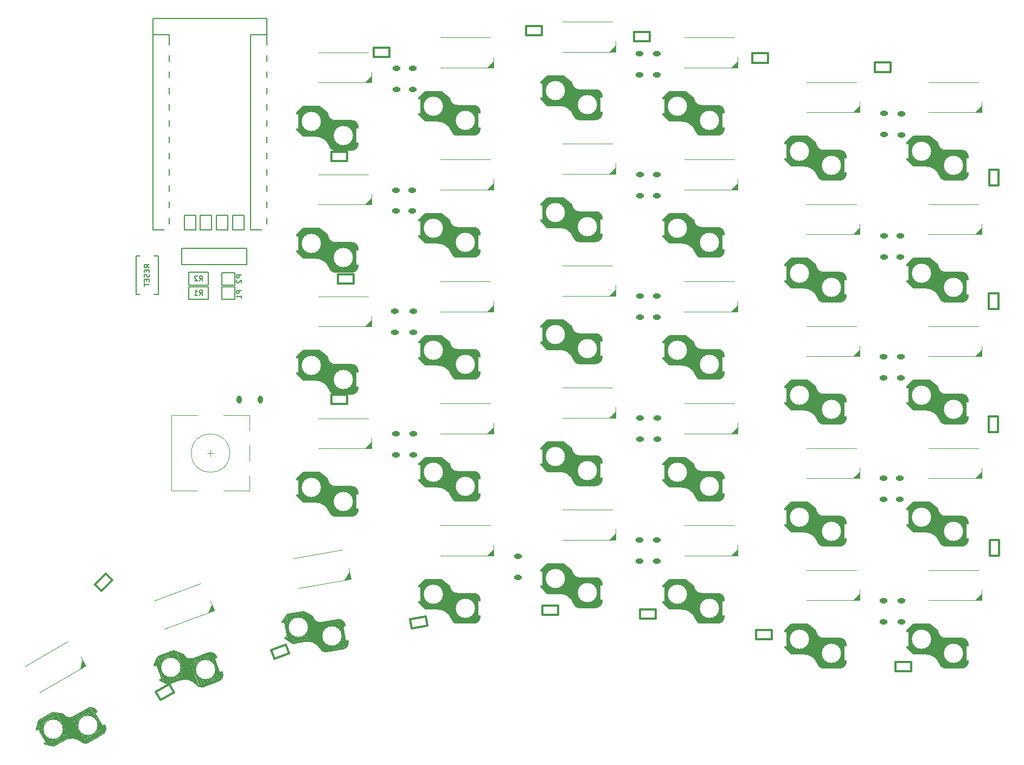
<source format=gbo>
G04 #@! TF.GenerationSoftware,KiCad,Pcbnew,7.0.9*
G04 #@! TF.CreationDate,2024-01-07T00:41:02+03:00*
G04 #@! TF.ProjectId,SofleKeyboard,536f666c-654b-4657-9962-6f6172642e6b,rev?*
G04 #@! TF.SameCoordinates,Original*
G04 #@! TF.FileFunction,Legend,Bot*
G04 #@! TF.FilePolarity,Positive*
%FSLAX46Y46*%
G04 Gerber Fmt 4.6, Leading zero omitted, Abs format (unit mm)*
G04 Created by KiCad (PCBNEW 7.0.9) date 2024-01-07 00:41:02*
%MOMM*%
%LPD*%
G01*
G04 APERTURE LIST*
G04 Aperture macros list*
%AMRoundRect*
0 Rectangle with rounded corners*
0 $1 Rounding radius*
0 $2 $3 $4 $5 $6 $7 $8 $9 X,Y pos of 4 corners*
0 Add a 4 corners polygon primitive as box body*
4,1,4,$2,$3,$4,$5,$6,$7,$8,$9,$2,$3,0*
0 Add four circle primitives for the rounded corners*
1,1,$1+$1,$2,$3*
1,1,$1+$1,$4,$5*
1,1,$1+$1,$6,$7*
1,1,$1+$1,$8,$9*
0 Add four rect primitives between the rounded corners*
20,1,$1+$1,$2,$3,$4,$5,0*
20,1,$1+$1,$4,$5,$6,$7,0*
20,1,$1+$1,$6,$7,$8,$9,0*
20,1,$1+$1,$8,$9,$2,$3,0*%
%AMRotRect*
0 Rectangle, with rotation*
0 The origin of the aperture is its center*
0 $1 length*
0 $2 width*
0 $3 Rotation angle, in degrees counterclockwise*
0 Add horizontal line*
21,1,$1,$2,0,0,$3*%
G04 Aperture macros list end*
%ADD10C,0.150000*%
%ADD11C,0.300000*%
%ADD12C,0.120000*%
%ADD13C,0.100000*%
%ADD14C,1.524000*%
%ADD15RotRect,2.000000X1.000000X210.000000*%
%ADD16C,1.600000*%
%ADD17O,2.300000X1.800000*%
%ADD18C,1.397000*%
%ADD19C,4.700000*%
%ADD20C,2.000000*%
%ADD21RoundRect,0.225000X0.225000X0.375000X-0.225000X0.375000X-0.225000X-0.375000X0.225000X-0.375000X0*%
%ADD22C,4.000000*%
%ADD23R,3.200000X2.000000*%
%ADD24RoundRect,0.225000X-0.375000X0.225000X-0.375000X-0.225000X0.375000X-0.225000X0.375000X0.225000X0*%
%ADD25C,1.800000*%
%ADD26C,1.000000*%
%ADD27C,3.000000*%
%ADD28C,3.400000*%
%ADD29R,1.700000X1.000000*%
%ADD30R,1.600000X2.200000*%
%ADD31RotRect,1.700000X1.000000X210.000000*%
%ADD32RotRect,1.600000X2.200000X210.000000*%
%ADD33R,2.000000X1.000000*%
%ADD34RotRect,2.000000X1.000000X45.000000*%
%ADD35R,1.000000X2.000000*%
%ADD36RoundRect,0.225000X-0.437260X0.007356X-0.212260X-0.382356X0.437260X-0.007356X0.212260X0.382356X0*%
%ADD37RoundRect,0.225000X-0.429339X0.083173X-0.275430X-0.339688X0.429339X-0.083173X0.275430X0.339688X0*%
%ADD38RotRect,1.700000X1.000000X200.000000*%
%ADD39RotRect,1.600000X2.200000X200.000000*%
%ADD40RoundRect,0.225000X-0.408374X0.156464X-0.330232X-0.286700X0.408374X-0.156464X0.330232X0.286700X0*%
%ADD41RotRect,1.700000X1.000000X190.000000*%
%ADD42RotRect,1.600000X2.200000X190.000000*%
%ADD43R,1.143000X0.635000*%
%ADD44RotRect,2.000000X1.000000X190.000000*%
%ADD45RotRect,2.000000X1.000000X200.000000*%
G04 APERTURE END LIST*
D10*
X98172604Y-80662295D02*
X98439271Y-80281342D01*
X98629747Y-80662295D02*
X98629747Y-79862295D01*
X98629747Y-79862295D02*
X98324985Y-79862295D01*
X98324985Y-79862295D02*
X98248795Y-79900390D01*
X98248795Y-79900390D02*
X98210700Y-79938485D01*
X98210700Y-79938485D02*
X98172604Y-80014676D01*
X98172604Y-80014676D02*
X98172604Y-80128961D01*
X98172604Y-80128961D02*
X98210700Y-80205152D01*
X98210700Y-80205152D02*
X98248795Y-80243247D01*
X98248795Y-80243247D02*
X98324985Y-80281342D01*
X98324985Y-80281342D02*
X98629747Y-80281342D01*
X97410700Y-80662295D02*
X97867843Y-80662295D01*
X97639271Y-80662295D02*
X97639271Y-79862295D01*
X97639271Y-79862295D02*
X97715462Y-79976580D01*
X97715462Y-79976580D02*
X97791652Y-80052771D01*
X97791652Y-80052771D02*
X97867843Y-80090866D01*
X98172604Y-78424260D02*
X98439271Y-78043307D01*
X98629747Y-78424260D02*
X98629747Y-77624260D01*
X98629747Y-77624260D02*
X98324985Y-77624260D01*
X98324985Y-77624260D02*
X98248795Y-77662355D01*
X98248795Y-77662355D02*
X98210700Y-77700450D01*
X98210700Y-77700450D02*
X98172604Y-77776641D01*
X98172604Y-77776641D02*
X98172604Y-77890926D01*
X98172604Y-77890926D02*
X98210700Y-77967117D01*
X98210700Y-77967117D02*
X98248795Y-78005212D01*
X98248795Y-78005212D02*
X98324985Y-78043307D01*
X98324985Y-78043307D02*
X98629747Y-78043307D01*
X97867843Y-77700450D02*
X97829747Y-77662355D01*
X97829747Y-77662355D02*
X97753557Y-77624260D01*
X97753557Y-77624260D02*
X97563081Y-77624260D01*
X97563081Y-77624260D02*
X97486890Y-77662355D01*
X97486890Y-77662355D02*
X97448795Y-77700450D01*
X97448795Y-77700450D02*
X97410700Y-77776641D01*
X97410700Y-77776641D02*
X97410700Y-77852831D01*
X97410700Y-77852831D02*
X97448795Y-77967117D01*
X97448795Y-77967117D02*
X97905938Y-78424260D01*
X97905938Y-78424260D02*
X97410700Y-78424260D01*
X104762295Y-79909524D02*
X103962295Y-79909524D01*
X103962295Y-79909524D02*
X103962295Y-80214286D01*
X103962295Y-80214286D02*
X104000390Y-80290476D01*
X104000390Y-80290476D02*
X104038485Y-80328571D01*
X104038485Y-80328571D02*
X104114676Y-80366667D01*
X104114676Y-80366667D02*
X104228961Y-80366667D01*
X104228961Y-80366667D02*
X104305152Y-80328571D01*
X104305152Y-80328571D02*
X104343247Y-80290476D01*
X104343247Y-80290476D02*
X104381342Y-80214286D01*
X104381342Y-80214286D02*
X104381342Y-79909524D01*
X104762295Y-81128571D02*
X104762295Y-80671428D01*
X104762295Y-80900000D02*
X103962295Y-80900000D01*
X103962295Y-80900000D02*
X104076580Y-80823809D01*
X104076580Y-80823809D02*
X104152771Y-80747619D01*
X104152771Y-80747619D02*
X104190866Y-80671428D01*
X104762295Y-77509524D02*
X103962295Y-77509524D01*
X103962295Y-77509524D02*
X103962295Y-77814286D01*
X103962295Y-77814286D02*
X104000390Y-77890476D01*
X104000390Y-77890476D02*
X104038485Y-77928571D01*
X104038485Y-77928571D02*
X104114676Y-77966667D01*
X104114676Y-77966667D02*
X104228961Y-77966667D01*
X104228961Y-77966667D02*
X104305152Y-77928571D01*
X104305152Y-77928571D02*
X104343247Y-77890476D01*
X104343247Y-77890476D02*
X104381342Y-77814286D01*
X104381342Y-77814286D02*
X104381342Y-77509524D01*
X104038485Y-78271428D02*
X104000390Y-78309524D01*
X104000390Y-78309524D02*
X103962295Y-78385714D01*
X103962295Y-78385714D02*
X103962295Y-78576190D01*
X103962295Y-78576190D02*
X104000390Y-78652381D01*
X104000390Y-78652381D02*
X104038485Y-78690476D01*
X104038485Y-78690476D02*
X104114676Y-78728571D01*
X104114676Y-78728571D02*
X104190866Y-78728571D01*
X104190866Y-78728571D02*
X104305152Y-78690476D01*
X104305152Y-78690476D02*
X104762295Y-78233333D01*
X104762295Y-78233333D02*
X104762295Y-78728571D01*
X90362295Y-76338095D02*
X89981342Y-76071428D01*
X90362295Y-75880952D02*
X89562295Y-75880952D01*
X89562295Y-75880952D02*
X89562295Y-76185714D01*
X89562295Y-76185714D02*
X89600390Y-76261904D01*
X89600390Y-76261904D02*
X89638485Y-76299999D01*
X89638485Y-76299999D02*
X89714676Y-76338095D01*
X89714676Y-76338095D02*
X89828961Y-76338095D01*
X89828961Y-76338095D02*
X89905152Y-76299999D01*
X89905152Y-76299999D02*
X89943247Y-76261904D01*
X89943247Y-76261904D02*
X89981342Y-76185714D01*
X89981342Y-76185714D02*
X89981342Y-75880952D01*
X89943247Y-76680952D02*
X89943247Y-76947618D01*
X90362295Y-77061904D02*
X90362295Y-76680952D01*
X90362295Y-76680952D02*
X89562295Y-76680952D01*
X89562295Y-76680952D02*
X89562295Y-77061904D01*
X90324200Y-77366666D02*
X90362295Y-77480952D01*
X90362295Y-77480952D02*
X90362295Y-77671428D01*
X90362295Y-77671428D02*
X90324200Y-77747619D01*
X90324200Y-77747619D02*
X90286104Y-77785714D01*
X90286104Y-77785714D02*
X90209914Y-77823809D01*
X90209914Y-77823809D02*
X90133723Y-77823809D01*
X90133723Y-77823809D02*
X90057533Y-77785714D01*
X90057533Y-77785714D02*
X90019438Y-77747619D01*
X90019438Y-77747619D02*
X89981342Y-77671428D01*
X89981342Y-77671428D02*
X89943247Y-77519047D01*
X89943247Y-77519047D02*
X89905152Y-77442857D01*
X89905152Y-77442857D02*
X89867057Y-77404762D01*
X89867057Y-77404762D02*
X89790866Y-77366666D01*
X89790866Y-77366666D02*
X89714676Y-77366666D01*
X89714676Y-77366666D02*
X89638485Y-77404762D01*
X89638485Y-77404762D02*
X89600390Y-77442857D01*
X89600390Y-77442857D02*
X89562295Y-77519047D01*
X89562295Y-77519047D02*
X89562295Y-77709524D01*
X89562295Y-77709524D02*
X89600390Y-77823809D01*
X89943247Y-78166667D02*
X89943247Y-78433333D01*
X90362295Y-78547619D02*
X90362295Y-78166667D01*
X90362295Y-78166667D02*
X89562295Y-78166667D01*
X89562295Y-78166667D02*
X89562295Y-78547619D01*
X89562295Y-78776191D02*
X89562295Y-79233334D01*
X90362295Y-79004762D02*
X89562295Y-79004762D01*
D11*
X91355157Y-142620051D02*
X93476919Y-141395051D01*
X92080157Y-143875788D02*
X91355157Y-142620051D01*
X93476919Y-141395051D02*
X94201919Y-142650788D01*
X94201919Y-142650788D02*
X92106137Y-143860788D01*
D10*
X96539272Y-79311965D02*
X99539272Y-79311965D01*
X96539272Y-81311965D02*
X96539272Y-79311965D01*
X99539272Y-79311965D02*
X99539272Y-81311965D01*
X99539272Y-81311965D02*
X96539272Y-81311965D01*
X96539272Y-77061965D02*
X99539272Y-77061965D01*
X96539272Y-79061965D02*
X96539272Y-77061965D01*
X99539272Y-77061965D02*
X99539272Y-79061965D01*
X99539272Y-79061965D02*
X96539272Y-79061965D01*
X103700000Y-79300000D02*
X103700000Y-81300000D01*
X101700000Y-79300000D02*
X103700000Y-79300000D01*
X103700000Y-81300000D02*
X101700000Y-81300000D01*
X101700000Y-81300000D02*
X101700000Y-79300000D01*
X103700000Y-77100000D02*
X103700000Y-79100000D01*
X101700000Y-77100000D02*
X103700000Y-77100000D01*
X103700000Y-79100000D02*
X101700000Y-79100000D01*
X101700000Y-79100000D02*
X101700000Y-77100000D01*
X90910000Y-37420000D02*
X108690000Y-37420000D01*
X90910000Y-39960000D02*
X93450000Y-39960000D01*
X90910000Y-70440000D02*
X90910000Y-37420000D01*
X90910000Y-70440000D02*
X90910000Y-39960000D01*
X93450000Y-39960000D02*
X93450000Y-70440000D01*
X93450000Y-70440000D02*
X90910000Y-70440000D01*
X106150000Y-39960000D02*
X108690000Y-39960000D01*
X106150000Y-70440000D02*
X106150000Y-39960000D01*
X108690000Y-37420000D02*
X108690000Y-70440000D01*
X108690000Y-39960000D02*
X108690000Y-70440000D01*
X108690000Y-70440000D02*
X106150000Y-70440000D01*
X91800000Y-74500000D02*
X91100000Y-74500000D01*
X91800000Y-74500000D02*
X91800000Y-80400000D01*
X91800000Y-74500000D02*
X91800000Y-80500000D01*
X88300000Y-74500000D02*
X88900000Y-74500000D01*
X91800000Y-80500000D02*
X91100000Y-80500000D01*
X88300000Y-80500000D02*
X88300000Y-74500000D01*
X88300000Y-80500000D02*
X88900000Y-80500000D01*
X95430000Y-73330000D02*
X105590000Y-73330000D01*
X95430000Y-75870000D02*
X95430000Y-73330000D01*
X105590000Y-73330000D02*
X105590000Y-75870000D01*
X105590000Y-75870000D02*
X95430000Y-75870000D01*
D12*
X93815822Y-99412306D02*
X93815822Y-111212306D01*
X97915822Y-99412306D02*
X93815822Y-99412306D01*
X97915822Y-111212306D02*
X93815822Y-111212306D01*
X99415822Y-105312306D02*
X100415822Y-105312306D01*
X99915822Y-104812306D02*
X99915822Y-105812306D01*
X101915822Y-99412306D02*
X106015822Y-99412306D01*
X106015822Y-99412306D02*
X106015822Y-101812306D01*
X106015822Y-104012306D02*
X106015822Y-106612306D01*
X106015822Y-108812306D02*
X106015822Y-111212306D01*
X106015822Y-111212306D02*
X101915822Y-111212306D01*
X102915822Y-105312306D02*
G75*
G03*
X102915822Y-105312306I-3000000J0D01*
G01*
X220300000Y-90201000D02*
X220300000Y-88550000D01*
X219800000Y-85501000D02*
X212000000Y-85501000D01*
D10*
X218200000Y-97125000D02*
X218200000Y-99775000D01*
X218050000Y-100200000D02*
X218050000Y-96650000D01*
X217950000Y-100350000D02*
X217950000Y-96600000D01*
X217850000Y-100450000D02*
X217850000Y-96500000D01*
X217750000Y-100550000D02*
X217750000Y-96350000D01*
X217600000Y-100650000D02*
X217600000Y-96250000D01*
X217450000Y-100700000D02*
X217450000Y-96200000D01*
X217300000Y-100750000D02*
X217300000Y-96200000D01*
X217200000Y-100775000D02*
X214600000Y-100775000D01*
X217200000Y-96125000D02*
X214625000Y-96125000D01*
X217150000Y-100750000D02*
X217150000Y-96150000D01*
X217000000Y-100750000D02*
X217000000Y-96150000D01*
X216850000Y-100750000D02*
X216850000Y-96150000D01*
X216700000Y-100750000D02*
X216700000Y-96150000D01*
X216550000Y-100750000D02*
X216550000Y-96150000D01*
X216400000Y-100750000D02*
X216400000Y-96150000D01*
X216250000Y-100750000D02*
X216250000Y-96150000D01*
X216100000Y-100750000D02*
X216100000Y-96150000D01*
X215950000Y-100750000D02*
X215950000Y-96150000D01*
X215800000Y-100750000D02*
X215800000Y-96150000D01*
X215650000Y-100750000D02*
X215650000Y-96150000D01*
X215500000Y-100750000D02*
X215500000Y-96150000D01*
X215350000Y-100750000D02*
X215350000Y-96150000D01*
X215200000Y-100750000D02*
X215200000Y-96150000D01*
X215050000Y-100750000D02*
X215050000Y-96150000D01*
X214900000Y-100750000D02*
X214900000Y-96150000D01*
X214750000Y-100750000D02*
X214750000Y-96200000D01*
X214600000Y-100750000D02*
X214600000Y-96150000D01*
X214450000Y-100750000D02*
X214450000Y-96150000D01*
X214300000Y-100700000D02*
X214300000Y-96150000D01*
X214150000Y-100600000D02*
X214150000Y-96050000D01*
X214000000Y-100500000D02*
X214000000Y-96000000D01*
X213900000Y-100350000D02*
X213900000Y-95950000D01*
X213800000Y-100100000D02*
X213800000Y-95900000D01*
X213700000Y-99950000D02*
X213700000Y-95800000D01*
X213600000Y-99750000D02*
X213600000Y-95600000D01*
X213500000Y-99600000D02*
X213500000Y-95450000D01*
X213400000Y-99400000D02*
X213400000Y-94950000D01*
X213250000Y-99250000D02*
X213250000Y-94800000D01*
X213100000Y-99100000D02*
X213100000Y-94700000D01*
X212950000Y-99000000D02*
X212950000Y-94600000D01*
X212800000Y-98900000D02*
X212800000Y-94450000D01*
X212650000Y-98800000D02*
X212650000Y-94350000D01*
X212500000Y-98750000D02*
X212500000Y-94200000D01*
X212350000Y-98650000D02*
X212350000Y-94100000D01*
X212200000Y-98600000D02*
X212200000Y-94000000D01*
X212175000Y-93925000D02*
X213450000Y-94950000D01*
X212175000Y-93925000D02*
X209625000Y-93925000D01*
X212050000Y-98600000D02*
X212050000Y-93950000D01*
D12*
X212000000Y-90201000D02*
X220300000Y-90201000D01*
D10*
X211900000Y-98600000D02*
X211900000Y-93950000D01*
X211750000Y-98550000D02*
X211750000Y-94000000D01*
X211600000Y-98575000D02*
X209625000Y-98575000D01*
X211600000Y-98550000D02*
X211600000Y-93950000D01*
X211450000Y-98550000D02*
X211450000Y-93950000D01*
X211300000Y-98550000D02*
X211300000Y-93950000D01*
X211150000Y-98550000D02*
X211150000Y-93950000D01*
X211000000Y-98550000D02*
X211000000Y-93950000D01*
X210850000Y-98550000D02*
X210850000Y-93950000D01*
X210700000Y-98550000D02*
X210700000Y-93950000D01*
X210550000Y-98550000D02*
X210550000Y-93950000D01*
X210400000Y-98550000D02*
X210400000Y-93950000D01*
X210250000Y-98550000D02*
X210250000Y-93950000D01*
X210100000Y-98550000D02*
X210100000Y-93950000D01*
X209950000Y-98550000D02*
X209950000Y-93950000D01*
X209800000Y-98550000D02*
X209800000Y-93950000D01*
X209650000Y-98550000D02*
X209650000Y-93950000D01*
X209500000Y-98400000D02*
X209500000Y-94050000D01*
X209350000Y-98300000D02*
X209350000Y-94200000D01*
X209200000Y-98150000D02*
X209200000Y-94350000D01*
X209050000Y-98000000D02*
X209050000Y-94500000D01*
X208900000Y-97800000D02*
X208900000Y-94650000D01*
X208750000Y-97700000D02*
X208750000Y-94800000D01*
X208600000Y-97550000D02*
X209625000Y-98575000D01*
X208600000Y-94950000D02*
X209625000Y-93925000D01*
X208600000Y-94950000D02*
X208600000Y-97550000D01*
X217200000Y-100775000D02*
G75*
G03*
X218200000Y-99775000I1J999999D01*
G01*
X218200000Y-97125000D02*
G75*
G03*
X217200000Y-96125000I-999999J1D01*
G01*
X213450000Y-94950000D02*
G75*
G03*
X214625000Y-96125000I1175000J0D01*
G01*
X213737798Y-100071905D02*
G75*
G03*
X214599005Y-100773790I900002J225005D01*
G01*
X213737801Y-100071904D02*
G75*
G03*
X211600000Y-98575000I-2137801J-778096D01*
G01*
D13*
X220300000Y-90201000D02*
X219292000Y-90201000D01*
X220300000Y-89185000D01*
X220300000Y-90201000D01*
G36*
X220300000Y-90201000D02*
G01*
X219292000Y-90201000D01*
X220300000Y-89185000D01*
X220300000Y-90201000D01*
G37*
D12*
X220300000Y-52101000D02*
X220300000Y-50450000D01*
X219800000Y-47401000D02*
X212000000Y-47401000D01*
D10*
X218200000Y-59025000D02*
X218200000Y-61675000D01*
X218050000Y-62100000D02*
X218050000Y-58550000D01*
X217950000Y-62250000D02*
X217950000Y-58500000D01*
X217850000Y-62350000D02*
X217850000Y-58400000D01*
X217750000Y-62450000D02*
X217750000Y-58250000D01*
X217600000Y-62550000D02*
X217600000Y-58150000D01*
X217450000Y-62600000D02*
X217450000Y-58100000D01*
X217300000Y-62650000D02*
X217300000Y-58100000D01*
X217200000Y-62675000D02*
X214600000Y-62675000D01*
X217200000Y-58025000D02*
X214625000Y-58025000D01*
X217150000Y-62650000D02*
X217150000Y-58050000D01*
X217000000Y-62650000D02*
X217000000Y-58050000D01*
X216850000Y-62650000D02*
X216850000Y-58050000D01*
X216700000Y-62650000D02*
X216700000Y-58050000D01*
X216550000Y-62650000D02*
X216550000Y-58050000D01*
X216400000Y-62650000D02*
X216400000Y-58050000D01*
X216250000Y-62650000D02*
X216250000Y-58050000D01*
X216100000Y-62650000D02*
X216100000Y-58050000D01*
X215950000Y-62650000D02*
X215950000Y-58050000D01*
X215800000Y-62650000D02*
X215800000Y-58050000D01*
X215650000Y-62650000D02*
X215650000Y-58050000D01*
X215500000Y-62650000D02*
X215500000Y-58050000D01*
X215350000Y-62650000D02*
X215350000Y-58050000D01*
X215200000Y-62650000D02*
X215200000Y-58050000D01*
X215050000Y-62650000D02*
X215050000Y-58050000D01*
X214900000Y-62650000D02*
X214900000Y-58050000D01*
X214750000Y-62650000D02*
X214750000Y-58100000D01*
X214600000Y-62650000D02*
X214600000Y-58050000D01*
X214450000Y-62650000D02*
X214450000Y-58050000D01*
X214300000Y-62600000D02*
X214300000Y-58050000D01*
X214150000Y-62500000D02*
X214150000Y-57950000D01*
X214000000Y-62400000D02*
X214000000Y-57900000D01*
X213900000Y-62250000D02*
X213900000Y-57850000D01*
X213800000Y-62000000D02*
X213800000Y-57800000D01*
X213700000Y-61850000D02*
X213700000Y-57700000D01*
X213600000Y-61650000D02*
X213600000Y-57500000D01*
X213500000Y-61500000D02*
X213500000Y-57350000D01*
X213400000Y-61300000D02*
X213400000Y-56850000D01*
X213250000Y-61150000D02*
X213250000Y-56700000D01*
X213100000Y-61000000D02*
X213100000Y-56600000D01*
X212950000Y-60900000D02*
X212950000Y-56500000D01*
X212800000Y-60800000D02*
X212800000Y-56350000D01*
X212650000Y-60700000D02*
X212650000Y-56250000D01*
X212500000Y-60650000D02*
X212500000Y-56100000D01*
X212350000Y-60550000D02*
X212350000Y-56000000D01*
X212200000Y-60500000D02*
X212200000Y-55900000D01*
X212175000Y-55825000D02*
X213450000Y-56850000D01*
X212175000Y-55825000D02*
X209625000Y-55825000D01*
X212050000Y-60500000D02*
X212050000Y-55850000D01*
D12*
X212000000Y-52101000D02*
X220300000Y-52101000D01*
D10*
X211900000Y-60500000D02*
X211900000Y-55850000D01*
X211750000Y-60450000D02*
X211750000Y-55900000D01*
X211600000Y-60475000D02*
X209625000Y-60475000D01*
X211600000Y-60450000D02*
X211600000Y-55850000D01*
X211450000Y-60450000D02*
X211450000Y-55850000D01*
X211300000Y-60450000D02*
X211300000Y-55850000D01*
X211150000Y-60450000D02*
X211150000Y-55850000D01*
X211000000Y-60450000D02*
X211000000Y-55850000D01*
X210850000Y-60450000D02*
X210850000Y-55850000D01*
X210700000Y-60450000D02*
X210700000Y-55850000D01*
X210550000Y-60450000D02*
X210550000Y-55850000D01*
X210400000Y-60450000D02*
X210400000Y-55850000D01*
X210250000Y-60450000D02*
X210250000Y-55850000D01*
X210100000Y-60450000D02*
X210100000Y-55850000D01*
X209950000Y-60450000D02*
X209950000Y-55850000D01*
X209800000Y-60450000D02*
X209800000Y-55850000D01*
X209650000Y-60450000D02*
X209650000Y-55850000D01*
X209500000Y-60300000D02*
X209500000Y-55950000D01*
X209350000Y-60200000D02*
X209350000Y-56100000D01*
X209200000Y-60050000D02*
X209200000Y-56250000D01*
X209050000Y-59900000D02*
X209050000Y-56400000D01*
X208900000Y-59700000D02*
X208900000Y-56550000D01*
X208750000Y-59600000D02*
X208750000Y-56700000D01*
X208600000Y-59450000D02*
X209625000Y-60475000D01*
X208600000Y-56850000D02*
X209625000Y-55825000D01*
X208600000Y-56850000D02*
X208600000Y-59450000D01*
X217200000Y-62675000D02*
G75*
G03*
X218200000Y-61675000I1J999999D01*
G01*
X218200000Y-59025000D02*
G75*
G03*
X217200000Y-58025000I-999999J1D01*
G01*
X213450000Y-56850000D02*
G75*
G03*
X214625000Y-58025000I1175000J0D01*
G01*
X213737798Y-61971905D02*
G75*
G03*
X214599005Y-62673790I900002J225005D01*
G01*
X213737801Y-61971904D02*
G75*
G03*
X211600000Y-60475000I-2137801J-778096D01*
G01*
D13*
X220300000Y-52101000D02*
X219292000Y-52101000D01*
X220300000Y-51085000D01*
X220300000Y-52101000D01*
G36*
X220300000Y-52101000D02*
G01*
X219292000Y-52101000D01*
X220300000Y-51085000D01*
X220300000Y-52101000D01*
G37*
D12*
X163150000Y-42651000D02*
X163150000Y-41000000D01*
X162650000Y-37951000D02*
X154850000Y-37951000D01*
D10*
X161050000Y-49575000D02*
X161050000Y-52225000D01*
X160900000Y-52650000D02*
X160900000Y-49100000D01*
X160800000Y-52800000D02*
X160800000Y-49050000D01*
X160700000Y-52900000D02*
X160700000Y-48950000D01*
X160600000Y-53000000D02*
X160600000Y-48800000D01*
X160450000Y-53100000D02*
X160450000Y-48700000D01*
X160300000Y-53150000D02*
X160300000Y-48650000D01*
X160150000Y-53200000D02*
X160150000Y-48650000D01*
X160050000Y-53225000D02*
X157450000Y-53225000D01*
X160050000Y-48575000D02*
X157475000Y-48575000D01*
X160000000Y-53200000D02*
X160000000Y-48600000D01*
X159850000Y-53200000D02*
X159850000Y-48600000D01*
X159700000Y-53200000D02*
X159700000Y-48600000D01*
X159550000Y-53200000D02*
X159550000Y-48600000D01*
X159400000Y-53200000D02*
X159400000Y-48600000D01*
X159250000Y-53200000D02*
X159250000Y-48600000D01*
X159100000Y-53200000D02*
X159100000Y-48600000D01*
X158950000Y-53200000D02*
X158950000Y-48600000D01*
X158800000Y-53200000D02*
X158800000Y-48600000D01*
X158650000Y-53200000D02*
X158650000Y-48600000D01*
X158500000Y-53200000D02*
X158500000Y-48600000D01*
X158350000Y-53200000D02*
X158350000Y-48600000D01*
X158200000Y-53200000D02*
X158200000Y-48600000D01*
X158050000Y-53200000D02*
X158050000Y-48600000D01*
X157900000Y-53200000D02*
X157900000Y-48600000D01*
X157750000Y-53200000D02*
X157750000Y-48600000D01*
X157600000Y-53200000D02*
X157600000Y-48650000D01*
X157450000Y-53200000D02*
X157450000Y-48600000D01*
X157300000Y-53200000D02*
X157300000Y-48600000D01*
X157150000Y-53150000D02*
X157150000Y-48600000D01*
X157000000Y-53050000D02*
X157000000Y-48500000D01*
X156850000Y-52950000D02*
X156850000Y-48450000D01*
X156750000Y-52800000D02*
X156750000Y-48400000D01*
X156650000Y-52550000D02*
X156650000Y-48350000D01*
X156550000Y-52400000D02*
X156550000Y-48250000D01*
X156450000Y-52200000D02*
X156450000Y-48050000D01*
X156350000Y-52050000D02*
X156350000Y-47900000D01*
X156250000Y-51850000D02*
X156250000Y-47400000D01*
X156100000Y-51700000D02*
X156100000Y-47250000D01*
X155950000Y-51550000D02*
X155950000Y-47150000D01*
X155800000Y-51450000D02*
X155800000Y-47050000D01*
X155650000Y-51350000D02*
X155650000Y-46900000D01*
X155500000Y-51250000D02*
X155500000Y-46800000D01*
X155350000Y-51200000D02*
X155350000Y-46650000D01*
X155200000Y-51100000D02*
X155200000Y-46550000D01*
X155050000Y-51050000D02*
X155050000Y-46450000D01*
X155025000Y-46375000D02*
X156300000Y-47400000D01*
X155025000Y-46375000D02*
X152475000Y-46375000D01*
X154900000Y-51050000D02*
X154900000Y-46400000D01*
D12*
X154850000Y-42651000D02*
X163150000Y-42651000D01*
D10*
X154750000Y-51050000D02*
X154750000Y-46400000D01*
X154600000Y-51000000D02*
X154600000Y-46450000D01*
X154450000Y-51025000D02*
X152475000Y-51025000D01*
X154450000Y-51000000D02*
X154450000Y-46400000D01*
X154300000Y-51000000D02*
X154300000Y-46400000D01*
X154150000Y-51000000D02*
X154150000Y-46400000D01*
X154000000Y-51000000D02*
X154000000Y-46400000D01*
X153850000Y-51000000D02*
X153850000Y-46400000D01*
X153700000Y-51000000D02*
X153700000Y-46400000D01*
X153550000Y-51000000D02*
X153550000Y-46400000D01*
X153400000Y-51000000D02*
X153400000Y-46400000D01*
X153250000Y-51000000D02*
X153250000Y-46400000D01*
X153100000Y-51000000D02*
X153100000Y-46400000D01*
X152950000Y-51000000D02*
X152950000Y-46400000D01*
X152800000Y-51000000D02*
X152800000Y-46400000D01*
X152650000Y-51000000D02*
X152650000Y-46400000D01*
X152500000Y-51000000D02*
X152500000Y-46400000D01*
X152350000Y-50850000D02*
X152350000Y-46500000D01*
X152200000Y-50750000D02*
X152200000Y-46650000D01*
X152050000Y-50600000D02*
X152050000Y-46800000D01*
X151900000Y-50450000D02*
X151900000Y-46950000D01*
X151750000Y-50250000D02*
X151750000Y-47100000D01*
X151600000Y-50150000D02*
X151600000Y-47250000D01*
X151450000Y-50000000D02*
X152475000Y-51025000D01*
X151450000Y-47400000D02*
X152475000Y-46375000D01*
X151450000Y-47400000D02*
X151450000Y-50000000D01*
X160050000Y-53225000D02*
G75*
G03*
X161050000Y-52225000I1J999999D01*
G01*
X161050000Y-49575000D02*
G75*
G03*
X160050000Y-48575000I-999999J1D01*
G01*
X156300000Y-47400000D02*
G75*
G03*
X157475000Y-48575000I1175000J0D01*
G01*
X156587798Y-52521905D02*
G75*
G03*
X157449005Y-53223790I900002J225005D01*
G01*
X156587801Y-52521904D02*
G75*
G03*
X154450000Y-51025000I-2137801J-778096D01*
G01*
D13*
X163150000Y-42651000D02*
X162142000Y-42651000D01*
X163150000Y-41635000D01*
X163150000Y-42651000D01*
G36*
X163150000Y-42651000D02*
G01*
X162142000Y-42651000D01*
X163150000Y-41635000D01*
X163150000Y-42651000D01*
G37*
D12*
X144100000Y-83201000D02*
X144100000Y-81550000D01*
X143600000Y-78501000D02*
X135800000Y-78501000D01*
D10*
X142000000Y-90125000D02*
X142000000Y-92775000D01*
X141850000Y-93200000D02*
X141850000Y-89650000D01*
X141750000Y-93350000D02*
X141750000Y-89600000D01*
X141650000Y-93450000D02*
X141650000Y-89500000D01*
X141550000Y-93550000D02*
X141550000Y-89350000D01*
X141400000Y-93650000D02*
X141400000Y-89250000D01*
X141250000Y-93700000D02*
X141250000Y-89200000D01*
X141100000Y-93750000D02*
X141100000Y-89200000D01*
X141000000Y-93775000D02*
X138400000Y-93775000D01*
X141000000Y-89125000D02*
X138425000Y-89125000D01*
X140950000Y-93750000D02*
X140950000Y-89150000D01*
X140800000Y-93750000D02*
X140800000Y-89150000D01*
X140650000Y-93750000D02*
X140650000Y-89150000D01*
X140500000Y-93750000D02*
X140500000Y-89150000D01*
X140350000Y-93750000D02*
X140350000Y-89150000D01*
X140200000Y-93750000D02*
X140200000Y-89150000D01*
X140050000Y-93750000D02*
X140050000Y-89150000D01*
X139900000Y-93750000D02*
X139900000Y-89150000D01*
X139750000Y-93750000D02*
X139750000Y-89150000D01*
X139600000Y-93750000D02*
X139600000Y-89150000D01*
X139450000Y-93750000D02*
X139450000Y-89150000D01*
X139300000Y-93750000D02*
X139300000Y-89150000D01*
X139150000Y-93750000D02*
X139150000Y-89150000D01*
X139000000Y-93750000D02*
X139000000Y-89150000D01*
X138850000Y-93750000D02*
X138850000Y-89150000D01*
X138700000Y-93750000D02*
X138700000Y-89150000D01*
X138550000Y-93750000D02*
X138550000Y-89200000D01*
X138400000Y-93750000D02*
X138400000Y-89150000D01*
X138250000Y-93750000D02*
X138250000Y-89150000D01*
X138100000Y-93700000D02*
X138100000Y-89150000D01*
X137950000Y-93600000D02*
X137950000Y-89050000D01*
X137800000Y-93500000D02*
X137800000Y-89000000D01*
X137700000Y-93350000D02*
X137700000Y-88950000D01*
X137600000Y-93100000D02*
X137600000Y-88900000D01*
X137500000Y-92950000D02*
X137500000Y-88800000D01*
X137400000Y-92750000D02*
X137400000Y-88600000D01*
X137300000Y-92600000D02*
X137300000Y-88450000D01*
X137200000Y-92400000D02*
X137200000Y-87950000D01*
X137050000Y-92250000D02*
X137050000Y-87800000D01*
X136900000Y-92100000D02*
X136900000Y-87700000D01*
X136750000Y-92000000D02*
X136750000Y-87600000D01*
X136600000Y-91900000D02*
X136600000Y-87450000D01*
X136450000Y-91800000D02*
X136450000Y-87350000D01*
X136300000Y-91750000D02*
X136300000Y-87200000D01*
X136150000Y-91650000D02*
X136150000Y-87100000D01*
X136000000Y-91600000D02*
X136000000Y-87000000D01*
X135975000Y-86925000D02*
X137250000Y-87950000D01*
X135975000Y-86925000D02*
X133425000Y-86925000D01*
X135850000Y-91600000D02*
X135850000Y-86950000D01*
D12*
X135800000Y-83201000D02*
X144100000Y-83201000D01*
D10*
X135700000Y-91600000D02*
X135700000Y-86950000D01*
X135550000Y-91550000D02*
X135550000Y-87000000D01*
X135400000Y-91575000D02*
X133425000Y-91575000D01*
X135400000Y-91550000D02*
X135400000Y-86950000D01*
X135250000Y-91550000D02*
X135250000Y-86950000D01*
X135100000Y-91550000D02*
X135100000Y-86950000D01*
X134950000Y-91550000D02*
X134950000Y-86950000D01*
X134800000Y-91550000D02*
X134800000Y-86950000D01*
X134650000Y-91550000D02*
X134650000Y-86950000D01*
X134500000Y-91550000D02*
X134500000Y-86950000D01*
X134350000Y-91550000D02*
X134350000Y-86950000D01*
X134200000Y-91550000D02*
X134200000Y-86950000D01*
X134050000Y-91550000D02*
X134050000Y-86950000D01*
X133900000Y-91550000D02*
X133900000Y-86950000D01*
X133750000Y-91550000D02*
X133750000Y-86950000D01*
X133600000Y-91550000D02*
X133600000Y-86950000D01*
X133450000Y-91550000D02*
X133450000Y-86950000D01*
X133300000Y-91400000D02*
X133300000Y-87050000D01*
X133150000Y-91300000D02*
X133150000Y-87200000D01*
X133000000Y-91150000D02*
X133000000Y-87350000D01*
X132850000Y-91000000D02*
X132850000Y-87500000D01*
X132700000Y-90800000D02*
X132700000Y-87650000D01*
X132550000Y-90700000D02*
X132550000Y-87800000D01*
X132400000Y-90550000D02*
X133425000Y-91575000D01*
X132400000Y-87950000D02*
X133425000Y-86925000D01*
X132400000Y-87950000D02*
X132400000Y-90550000D01*
X141000000Y-93775000D02*
G75*
G03*
X142000000Y-92775000I1J999999D01*
G01*
X142000000Y-90125000D02*
G75*
G03*
X141000000Y-89125000I-999999J1D01*
G01*
X137250000Y-87950000D02*
G75*
G03*
X138425000Y-89125000I1175000J0D01*
G01*
X137537798Y-93071905D02*
G75*
G03*
X138399005Y-93773790I900002J225005D01*
G01*
X137537801Y-93071904D02*
G75*
G03*
X135400000Y-91575000I-2137801J-778096D01*
G01*
D13*
X144100000Y-83201000D02*
X143092000Y-83201000D01*
X144100000Y-82185000D01*
X144100000Y-83201000D01*
G36*
X144100000Y-83201000D02*
G01*
X143092000Y-83201000D01*
X144100000Y-82185000D01*
X144100000Y-83201000D01*
G37*
D12*
X201250000Y-109251000D02*
X201250000Y-107600000D01*
X200750000Y-104551000D02*
X192950000Y-104551000D01*
D10*
X199150000Y-116175000D02*
X199150000Y-118825000D01*
X199000000Y-119250000D02*
X199000000Y-115700000D01*
X198900000Y-119400000D02*
X198900000Y-115650000D01*
X198800000Y-119500000D02*
X198800000Y-115550000D01*
X198700000Y-119600000D02*
X198700000Y-115400000D01*
X198550000Y-119700000D02*
X198550000Y-115300000D01*
X198400000Y-119750000D02*
X198400000Y-115250000D01*
X198250000Y-119800000D02*
X198250000Y-115250000D01*
X198150000Y-119825000D02*
X195550000Y-119825000D01*
X198150000Y-115175000D02*
X195575000Y-115175000D01*
X198100000Y-119800000D02*
X198100000Y-115200000D01*
X197950000Y-119800000D02*
X197950000Y-115200000D01*
X197800000Y-119800000D02*
X197800000Y-115200000D01*
X197650000Y-119800000D02*
X197650000Y-115200000D01*
X197500000Y-119800000D02*
X197500000Y-115200000D01*
X197350000Y-119800000D02*
X197350000Y-115200000D01*
X197200000Y-119800000D02*
X197200000Y-115200000D01*
X197050000Y-119800000D02*
X197050000Y-115200000D01*
X196900000Y-119800000D02*
X196900000Y-115200000D01*
X196750000Y-119800000D02*
X196750000Y-115200000D01*
X196600000Y-119800000D02*
X196600000Y-115200000D01*
X196450000Y-119800000D02*
X196450000Y-115200000D01*
X196300000Y-119800000D02*
X196300000Y-115200000D01*
X196150000Y-119800000D02*
X196150000Y-115200000D01*
X196000000Y-119800000D02*
X196000000Y-115200000D01*
X195850000Y-119800000D02*
X195850000Y-115200000D01*
X195700000Y-119800000D02*
X195700000Y-115250000D01*
X195550000Y-119800000D02*
X195550000Y-115200000D01*
X195400000Y-119800000D02*
X195400000Y-115200000D01*
X195250000Y-119750000D02*
X195250000Y-115200000D01*
X195100000Y-119650000D02*
X195100000Y-115100000D01*
X194950000Y-119550000D02*
X194950000Y-115050000D01*
X194850000Y-119400000D02*
X194850000Y-115000000D01*
X194750000Y-119150000D02*
X194750000Y-114950000D01*
X194650000Y-119000000D02*
X194650000Y-114850000D01*
X194550000Y-118800000D02*
X194550000Y-114650000D01*
X194450000Y-118650000D02*
X194450000Y-114500000D01*
X194350000Y-118450000D02*
X194350000Y-114000000D01*
X194200000Y-118300000D02*
X194200000Y-113850000D01*
X194050000Y-118150000D02*
X194050000Y-113750000D01*
X193900000Y-118050000D02*
X193900000Y-113650000D01*
X193750000Y-117950000D02*
X193750000Y-113500000D01*
X193600000Y-117850000D02*
X193600000Y-113400000D01*
X193450000Y-117800000D02*
X193450000Y-113250000D01*
X193300000Y-117700000D02*
X193300000Y-113150000D01*
X193150000Y-117650000D02*
X193150000Y-113050000D01*
X193125000Y-112975000D02*
X194400000Y-114000000D01*
X193125000Y-112975000D02*
X190575000Y-112975000D01*
X193000000Y-117650000D02*
X193000000Y-113000000D01*
D12*
X192950000Y-109251000D02*
X201250000Y-109251000D01*
D10*
X192850000Y-117650000D02*
X192850000Y-113000000D01*
X192700000Y-117600000D02*
X192700000Y-113050000D01*
X192550000Y-117625000D02*
X190575000Y-117625000D01*
X192550000Y-117600000D02*
X192550000Y-113000000D01*
X192400000Y-117600000D02*
X192400000Y-113000000D01*
X192250000Y-117600000D02*
X192250000Y-113000000D01*
X192100000Y-117600000D02*
X192100000Y-113000000D01*
X191950000Y-117600000D02*
X191950000Y-113000000D01*
X191800000Y-117600000D02*
X191800000Y-113000000D01*
X191650000Y-117600000D02*
X191650000Y-113000000D01*
X191500000Y-117600000D02*
X191500000Y-113000000D01*
X191350000Y-117600000D02*
X191350000Y-113000000D01*
X191200000Y-117600000D02*
X191200000Y-113000000D01*
X191050000Y-117600000D02*
X191050000Y-113000000D01*
X190900000Y-117600000D02*
X190900000Y-113000000D01*
X190750000Y-117600000D02*
X190750000Y-113000000D01*
X190600000Y-117600000D02*
X190600000Y-113000000D01*
X190450000Y-117450000D02*
X190450000Y-113100000D01*
X190300000Y-117350000D02*
X190300000Y-113250000D01*
X190150000Y-117200000D02*
X190150000Y-113400000D01*
X190000000Y-117050000D02*
X190000000Y-113550000D01*
X189850000Y-116850000D02*
X189850000Y-113700000D01*
X189700000Y-116750000D02*
X189700000Y-113850000D01*
X189550000Y-116600000D02*
X190575000Y-117625000D01*
X189550000Y-114000000D02*
X190575000Y-112975000D01*
X189550000Y-114000000D02*
X189550000Y-116600000D01*
X198150000Y-119825000D02*
G75*
G03*
X199150000Y-118825000I1J999999D01*
G01*
X199150000Y-116175000D02*
G75*
G03*
X198150000Y-115175000I-999999J1D01*
G01*
X194400000Y-114000000D02*
G75*
G03*
X195575000Y-115175000I1175000J0D01*
G01*
X194687798Y-119121905D02*
G75*
G03*
X195549005Y-119823790I900002J225005D01*
G01*
X194687801Y-119121904D02*
G75*
G03*
X192550000Y-117625000I-2137801J-778096D01*
G01*
D13*
X201250000Y-109251000D02*
X200242000Y-109251000D01*
X201250000Y-108235000D01*
X201250000Y-109251000D01*
G36*
X201250000Y-109251000D02*
G01*
X200242000Y-109251000D01*
X201250000Y-108235000D01*
X201250000Y-109251000D01*
G37*
D12*
X80461141Y-138506156D02*
X79635641Y-137076348D01*
X77678128Y-134685837D02*
X70923130Y-138585837D01*
D10*
X82104487Y-145552516D02*
X83429487Y-147847484D01*
X83512084Y-148290544D02*
X81737084Y-145216154D01*
X83500481Y-148470448D02*
X81625481Y-145222853D01*
X83463879Y-148607051D02*
X81488879Y-145186250D01*
X83427276Y-148743653D02*
X81327276Y-145106347D01*
X83347372Y-148905256D02*
X81147372Y-145094744D01*
X83242468Y-149023557D02*
X80992468Y-145126443D01*
X83137565Y-149141858D02*
X80862565Y-145201443D01*
X83063462Y-149213509D02*
X80811796Y-150513509D01*
X80738462Y-145186491D02*
X78508447Y-146473991D01*
X83007661Y-149216858D02*
X80707661Y-145233141D01*
X82877757Y-149291858D02*
X80577757Y-145308141D01*
X82747853Y-149366858D02*
X80447853Y-145383141D01*
X82617949Y-149441858D02*
X80317949Y-145458141D01*
X82488046Y-149516858D02*
X80188046Y-145533141D01*
X82358142Y-149591858D02*
X80058142Y-145608141D01*
X82228238Y-149666858D02*
X79928238Y-145683141D01*
X82098334Y-149741858D02*
X79798334Y-145758141D01*
X81968430Y-149816858D02*
X79668430Y-145833141D01*
X81838526Y-149891858D02*
X79538526Y-145908141D01*
X81708623Y-149966858D02*
X79408623Y-145983141D01*
X81578719Y-150041858D02*
X79278719Y-146058141D01*
X81448815Y-150116858D02*
X79148815Y-146133141D01*
X81318911Y-150191858D02*
X79018911Y-146208141D01*
X81189007Y-150266858D02*
X78889007Y-146283141D01*
X81059104Y-150341858D02*
X78759104Y-146358141D01*
X80929200Y-150416858D02*
X78654200Y-146476443D01*
X80799296Y-150491858D02*
X78499296Y-146508141D01*
X80669392Y-150566858D02*
X78369392Y-146583141D01*
X80514488Y-150598557D02*
X78239488Y-146658141D01*
X80334585Y-150586955D02*
X78059585Y-146646539D01*
X80154681Y-150575352D02*
X77904681Y-146678238D01*
X79993078Y-150495448D02*
X77793078Y-146684936D01*
X79781476Y-150328942D02*
X77681476Y-146691635D01*
X79619873Y-150249038D02*
X77544873Y-146655033D01*
X79433271Y-150125833D02*
X77358271Y-146531827D01*
X79271668Y-150045929D02*
X77196668Y-146451924D01*
X79085065Y-149922724D02*
X76860065Y-146068911D01*
X78880162Y-149867820D02*
X76655162Y-146014007D01*
X78675258Y-149812916D02*
X76475258Y-146002405D01*
X78495354Y-149801314D02*
X76295354Y-145990802D01*
X78315450Y-149789711D02*
X76090450Y-145935898D01*
X78135546Y-149778109D02*
X75910546Y-145924296D01*
X77980643Y-149809808D02*
X75705643Y-145869392D01*
X77800739Y-149798205D02*
X75525739Y-145857789D01*
X77645835Y-149829904D02*
X75345835Y-145846187D01*
X75286684Y-145793735D02*
X76903367Y-146043911D01*
X75286684Y-145793735D02*
X73078320Y-147068735D01*
X77515931Y-149904904D02*
X75190931Y-145877886D01*
D12*
X73273130Y-142656156D02*
X80461141Y-138506156D01*
D10*
X77386027Y-149979904D02*
X75061027Y-145952886D01*
X77231124Y-150011602D02*
X74956124Y-146071187D01*
X77113720Y-150108253D02*
X75403320Y-151095753D01*
X77101220Y-150086602D02*
X74801220Y-146102886D01*
X76971316Y-150161602D02*
X74671316Y-146177886D01*
X76841412Y-150236602D02*
X74541412Y-146252886D01*
X76711508Y-150311602D02*
X74411508Y-146327886D01*
X76581605Y-150386602D02*
X74281605Y-146402886D01*
X76451701Y-150461602D02*
X74151701Y-146477886D01*
X76321797Y-150536602D02*
X74021797Y-146552886D01*
X76191893Y-150611602D02*
X73891893Y-146627886D01*
X76061989Y-150686602D02*
X73761989Y-146702886D01*
X75932085Y-150761602D02*
X73632085Y-146777886D01*
X75802182Y-150836602D02*
X73502182Y-146852886D01*
X75672278Y-150911602D02*
X73372278Y-146927886D01*
X75542374Y-150986602D02*
X73242374Y-147002886D01*
X75412470Y-151061602D02*
X73112470Y-147077886D01*
X75207566Y-151006699D02*
X73032566Y-147239488D01*
X75027663Y-150995096D02*
X72977663Y-147444392D01*
X74822759Y-150940192D02*
X72922759Y-147649296D01*
X74617855Y-150885288D02*
X72867855Y-147854200D01*
X74387951Y-150787083D02*
X72812951Y-148059103D01*
X74208047Y-150775481D02*
X72758047Y-148264007D01*
X74003144Y-150720577D02*
X75403320Y-151095753D01*
X72703144Y-148468911D02*
X73078320Y-147068735D01*
X72703144Y-148468911D02*
X74003144Y-150720577D01*
X83063461Y-149213508D02*
G75*
G03*
X83429486Y-147847484I-499998J866024D01*
G01*
X82104486Y-145552517D02*
G75*
G03*
X80738462Y-145186492I-866024J-499998D01*
G01*
X76903367Y-146043911D02*
G75*
G03*
X78508447Y-146473991I1017580J587500D01*
G01*
X79713560Y-150335711D02*
G75*
G03*
X80810330Y-150512958I666922J644860D01*
G01*
X79713561Y-150335710D02*
G75*
G03*
X77113720Y-150108253I-1462341J-1742751D01*
G01*
D13*
X80461141Y-138506156D02*
X79588187Y-139010156D01*
X79953141Y-137626275D01*
X80461141Y-138506156D01*
G36*
X80461141Y-138506156D02*
G01*
X79588187Y-139010156D01*
X79953141Y-137626275D01*
X80461141Y-138506156D01*
G37*
D12*
X220300000Y-128301000D02*
X220300000Y-126650000D01*
X219800000Y-123601000D02*
X212000000Y-123601000D01*
D10*
X218200000Y-135225000D02*
X218200000Y-137875000D01*
X218050000Y-138300000D02*
X218050000Y-134750000D01*
X217950000Y-138450000D02*
X217950000Y-134700000D01*
X217850000Y-138550000D02*
X217850000Y-134600000D01*
X217750000Y-138650000D02*
X217750000Y-134450000D01*
X217600000Y-138750000D02*
X217600000Y-134350000D01*
X217450000Y-138800000D02*
X217450000Y-134300000D01*
X217300000Y-138850000D02*
X217300000Y-134300000D01*
X217200000Y-138875000D02*
X214600000Y-138875000D01*
X217200000Y-134225000D02*
X214625000Y-134225000D01*
X217150000Y-138850000D02*
X217150000Y-134250000D01*
X217000000Y-138850000D02*
X217000000Y-134250000D01*
X216850000Y-138850000D02*
X216850000Y-134250000D01*
X216700000Y-138850000D02*
X216700000Y-134250000D01*
X216550000Y-138850000D02*
X216550000Y-134250000D01*
X216400000Y-138850000D02*
X216400000Y-134250000D01*
X216250000Y-138850000D02*
X216250000Y-134250000D01*
X216100000Y-138850000D02*
X216100000Y-134250000D01*
X215950000Y-138850000D02*
X215950000Y-134250000D01*
X215800000Y-138850000D02*
X215800000Y-134250000D01*
X215650000Y-138850000D02*
X215650000Y-134250000D01*
X215500000Y-138850000D02*
X215500000Y-134250000D01*
X215350000Y-138850000D02*
X215350000Y-134250000D01*
X215200000Y-138850000D02*
X215200000Y-134250000D01*
X215050000Y-138850000D02*
X215050000Y-134250000D01*
X214900000Y-138850000D02*
X214900000Y-134250000D01*
X214750000Y-138850000D02*
X214750000Y-134300000D01*
X214600000Y-138850000D02*
X214600000Y-134250000D01*
X214450000Y-138850000D02*
X214450000Y-134250000D01*
X214300000Y-138800000D02*
X214300000Y-134250000D01*
X214150000Y-138700000D02*
X214150000Y-134150000D01*
X214000000Y-138600000D02*
X214000000Y-134100000D01*
X213900000Y-138450000D02*
X213900000Y-134050000D01*
X213800000Y-138200000D02*
X213800000Y-134000000D01*
X213700000Y-138050000D02*
X213700000Y-133900000D01*
X213600000Y-137850000D02*
X213600000Y-133700000D01*
X213500000Y-137700000D02*
X213500000Y-133550000D01*
X213400000Y-137500000D02*
X213400000Y-133050000D01*
X213250000Y-137350000D02*
X213250000Y-132900000D01*
X213100000Y-137200000D02*
X213100000Y-132800000D01*
X212950000Y-137100000D02*
X212950000Y-132700000D01*
X212800000Y-137000000D02*
X212800000Y-132550000D01*
X212650000Y-136900000D02*
X212650000Y-132450000D01*
X212500000Y-136850000D02*
X212500000Y-132300000D01*
X212350000Y-136750000D02*
X212350000Y-132200000D01*
X212200000Y-136700000D02*
X212200000Y-132100000D01*
X212175000Y-132025000D02*
X213450000Y-133050000D01*
X212175000Y-132025000D02*
X209625000Y-132025000D01*
X212050000Y-136700000D02*
X212050000Y-132050000D01*
D12*
X212000000Y-128301000D02*
X220300000Y-128301000D01*
D10*
X211900000Y-136700000D02*
X211900000Y-132050000D01*
X211750000Y-136650000D02*
X211750000Y-132100000D01*
X211600000Y-136675000D02*
X209625000Y-136675000D01*
X211600000Y-136650000D02*
X211600000Y-132050000D01*
X211450000Y-136650000D02*
X211450000Y-132050000D01*
X211300000Y-136650000D02*
X211300000Y-132050000D01*
X211150000Y-136650000D02*
X211150000Y-132050000D01*
X211000000Y-136650000D02*
X211000000Y-132050000D01*
X210850000Y-136650000D02*
X210850000Y-132050000D01*
X210700000Y-136650000D02*
X210700000Y-132050000D01*
X210550000Y-136650000D02*
X210550000Y-132050000D01*
X210400000Y-136650000D02*
X210400000Y-132050000D01*
X210250000Y-136650000D02*
X210250000Y-132050000D01*
X210100000Y-136650000D02*
X210100000Y-132050000D01*
X209950000Y-136650000D02*
X209950000Y-132050000D01*
X209800000Y-136650000D02*
X209800000Y-132050000D01*
X209650000Y-136650000D02*
X209650000Y-132050000D01*
X209500000Y-136500000D02*
X209500000Y-132150000D01*
X209350000Y-136400000D02*
X209350000Y-132300000D01*
X209200000Y-136250000D02*
X209200000Y-132450000D01*
X209050000Y-136100000D02*
X209050000Y-132600000D01*
X208900000Y-135900000D02*
X208900000Y-132750000D01*
X208750000Y-135800000D02*
X208750000Y-132900000D01*
X208600000Y-135650000D02*
X209625000Y-136675000D01*
X208600000Y-133050000D02*
X209625000Y-132025000D01*
X208600000Y-133050000D02*
X208600000Y-135650000D01*
X217200000Y-138875000D02*
G75*
G03*
X218200000Y-137875000I1J999999D01*
G01*
X218200000Y-135225000D02*
G75*
G03*
X217200000Y-134225000I-999999J1D01*
G01*
X213450000Y-133050000D02*
G75*
G03*
X214625000Y-134225000I1175000J0D01*
G01*
X213737798Y-138171905D02*
G75*
G03*
X214599005Y-138873790I900002J225005D01*
G01*
X213737801Y-138171904D02*
G75*
G03*
X211600000Y-136675000I-2137801J-778096D01*
G01*
D13*
X220300000Y-128301000D02*
X219292000Y-128301000D01*
X220300000Y-127285000D01*
X220300000Y-128301000D01*
G36*
X220300000Y-128301000D02*
G01*
X219292000Y-128301000D01*
X220300000Y-127285000D01*
X220300000Y-128301000D01*
G37*
D12*
X125050000Y-47450000D02*
X125050000Y-45799000D01*
X124550000Y-42750000D02*
X116750000Y-42750000D01*
D10*
X122950000Y-54374000D02*
X122950000Y-57024000D01*
X122800000Y-57449000D02*
X122800000Y-53899000D01*
X122700000Y-57599000D02*
X122700000Y-53849000D01*
X122600000Y-57699000D02*
X122600000Y-53749000D01*
X122500000Y-57799000D02*
X122500000Y-53599000D01*
X122350000Y-57899000D02*
X122350000Y-53499000D01*
X122200000Y-57949000D02*
X122200000Y-53449000D01*
X122050000Y-57999000D02*
X122050000Y-53449000D01*
X121950000Y-58024000D02*
X119350000Y-58024000D01*
X121950000Y-53374000D02*
X119375000Y-53374000D01*
X121900000Y-57999000D02*
X121900000Y-53399000D01*
X121750000Y-57999000D02*
X121750000Y-53399000D01*
X121600000Y-57999000D02*
X121600000Y-53399000D01*
X121450000Y-57999000D02*
X121450000Y-53399000D01*
X121300000Y-57999000D02*
X121300000Y-53399000D01*
X121150000Y-57999000D02*
X121150000Y-53399000D01*
X121000000Y-57999000D02*
X121000000Y-53399000D01*
X120850000Y-57999000D02*
X120850000Y-53399000D01*
X120700000Y-57999000D02*
X120700000Y-53399000D01*
X120550000Y-57999000D02*
X120550000Y-53399000D01*
X120400000Y-57999000D02*
X120400000Y-53399000D01*
X120250000Y-57999000D02*
X120250000Y-53399000D01*
X120100000Y-57999000D02*
X120100000Y-53399000D01*
X119950000Y-57999000D02*
X119950000Y-53399000D01*
X119800000Y-57999000D02*
X119800000Y-53399000D01*
X119650000Y-57999000D02*
X119650000Y-53399000D01*
X119500000Y-57999000D02*
X119500000Y-53449000D01*
X119350000Y-57999000D02*
X119350000Y-53399000D01*
X119200000Y-57999000D02*
X119200000Y-53399000D01*
X119050000Y-57949000D02*
X119050000Y-53399000D01*
X118900000Y-57849000D02*
X118900000Y-53299000D01*
X118750000Y-57749000D02*
X118750000Y-53249000D01*
X118650000Y-57599000D02*
X118650000Y-53199000D01*
X118550000Y-57349000D02*
X118550000Y-53149000D01*
X118450000Y-57199000D02*
X118450000Y-53049000D01*
X118350000Y-56999000D02*
X118350000Y-52849000D01*
X118250000Y-56849000D02*
X118250000Y-52699000D01*
X118150000Y-56649000D02*
X118150000Y-52199000D01*
X118000000Y-56499000D02*
X118000000Y-52049000D01*
X117850000Y-56349000D02*
X117850000Y-51949000D01*
X117700000Y-56249000D02*
X117700000Y-51849000D01*
X117550000Y-56149000D02*
X117550000Y-51699000D01*
X117400000Y-56049000D02*
X117400000Y-51599000D01*
X117250000Y-55999000D02*
X117250000Y-51449000D01*
X117100000Y-55899000D02*
X117100000Y-51349000D01*
X116950000Y-55849000D02*
X116950000Y-51249000D01*
X116925000Y-51174000D02*
X118200000Y-52199000D01*
X116925000Y-51174000D02*
X114375000Y-51174000D01*
X116800000Y-55849000D02*
X116800000Y-51199000D01*
D12*
X116750000Y-47450000D02*
X125050000Y-47450000D01*
D10*
X116650000Y-55849000D02*
X116650000Y-51199000D01*
X116500000Y-55799000D02*
X116500000Y-51249000D01*
X116350000Y-55824000D02*
X114375000Y-55824000D01*
X116350000Y-55799000D02*
X116350000Y-51199000D01*
X116200000Y-55799000D02*
X116200000Y-51199000D01*
X116050000Y-55799000D02*
X116050000Y-51199000D01*
X115900000Y-55799000D02*
X115900000Y-51199000D01*
X115750000Y-55799000D02*
X115750000Y-51199000D01*
X115600000Y-55799000D02*
X115600000Y-51199000D01*
X115450000Y-55799000D02*
X115450000Y-51199000D01*
X115300000Y-55799000D02*
X115300000Y-51199000D01*
X115150000Y-55799000D02*
X115150000Y-51199000D01*
X115000000Y-55799000D02*
X115000000Y-51199000D01*
X114850000Y-55799000D02*
X114850000Y-51199000D01*
X114700000Y-55799000D02*
X114700000Y-51199000D01*
X114550000Y-55799000D02*
X114550000Y-51199000D01*
X114400000Y-55799000D02*
X114400000Y-51199000D01*
X114250000Y-55649000D02*
X114250000Y-51299000D01*
X114100000Y-55549000D02*
X114100000Y-51449000D01*
X113950000Y-55399000D02*
X113950000Y-51599000D01*
X113800000Y-55249000D02*
X113800000Y-51749000D01*
X113650000Y-55049000D02*
X113650000Y-51899000D01*
X113500000Y-54949000D02*
X113500000Y-52049000D01*
X113350000Y-54799000D02*
X114375000Y-55824000D01*
X113350000Y-52199000D02*
X114375000Y-51174000D01*
X113350000Y-52199000D02*
X113350000Y-54799000D01*
X121950000Y-58024000D02*
G75*
G03*
X122950000Y-57024000I1J999999D01*
G01*
X122950000Y-54374000D02*
G75*
G03*
X121950000Y-53374000I-999999J1D01*
G01*
X118200000Y-52199000D02*
G75*
G03*
X119375000Y-53374000I1175000J0D01*
G01*
X118487798Y-57320905D02*
G75*
G03*
X119349005Y-58022790I900002J225005D01*
G01*
X118487801Y-57320904D02*
G75*
G03*
X116350000Y-55824000I-2137801J-778096D01*
G01*
D13*
X125050000Y-47450000D02*
X124042000Y-47450000D01*
X125050000Y-46434000D01*
X125050000Y-47450000D01*
G36*
X125050000Y-47450000D02*
G01*
X124042000Y-47450000D01*
X125050000Y-46434000D01*
X125050000Y-47450000D01*
G37*
D12*
X144100000Y-45101000D02*
X144100000Y-43450000D01*
X143600000Y-40401000D02*
X135800000Y-40401000D01*
D10*
X142000000Y-52025000D02*
X142000000Y-54675000D01*
X141850000Y-55100000D02*
X141850000Y-51550000D01*
X141750000Y-55250000D02*
X141750000Y-51500000D01*
X141650000Y-55350000D02*
X141650000Y-51400000D01*
X141550000Y-55450000D02*
X141550000Y-51250000D01*
X141400000Y-55550000D02*
X141400000Y-51150000D01*
X141250000Y-55600000D02*
X141250000Y-51100000D01*
X141100000Y-55650000D02*
X141100000Y-51100000D01*
X141000000Y-55675000D02*
X138400000Y-55675000D01*
X141000000Y-51025000D02*
X138425000Y-51025000D01*
X140950000Y-55650000D02*
X140950000Y-51050000D01*
X140800000Y-55650000D02*
X140800000Y-51050000D01*
X140650000Y-55650000D02*
X140650000Y-51050000D01*
X140500000Y-55650000D02*
X140500000Y-51050000D01*
X140350000Y-55650000D02*
X140350000Y-51050000D01*
X140200000Y-55650000D02*
X140200000Y-51050000D01*
X140050000Y-55650000D02*
X140050000Y-51050000D01*
X139900000Y-55650000D02*
X139900000Y-51050000D01*
X139750000Y-55650000D02*
X139750000Y-51050000D01*
X139600000Y-55650000D02*
X139600000Y-51050000D01*
X139450000Y-55650000D02*
X139450000Y-51050000D01*
X139300000Y-55650000D02*
X139300000Y-51050000D01*
X139150000Y-55650000D02*
X139150000Y-51050000D01*
X139000000Y-55650000D02*
X139000000Y-51050000D01*
X138850000Y-55650000D02*
X138850000Y-51050000D01*
X138700000Y-55650000D02*
X138700000Y-51050000D01*
X138550000Y-55650000D02*
X138550000Y-51100000D01*
X138400000Y-55650000D02*
X138400000Y-51050000D01*
X138250000Y-55650000D02*
X138250000Y-51050000D01*
X138100000Y-55600000D02*
X138100000Y-51050000D01*
X137950000Y-55500000D02*
X137950000Y-50950000D01*
X137800000Y-55400000D02*
X137800000Y-50900000D01*
X137700000Y-55250000D02*
X137700000Y-50850000D01*
X137600000Y-55000000D02*
X137600000Y-50800000D01*
X137500000Y-54850000D02*
X137500000Y-50700000D01*
X137400000Y-54650000D02*
X137400000Y-50500000D01*
X137300000Y-54500000D02*
X137300000Y-50350000D01*
X137200000Y-54300000D02*
X137200000Y-49850000D01*
X137050000Y-54150000D02*
X137050000Y-49700000D01*
X136900000Y-54000000D02*
X136900000Y-49600000D01*
X136750000Y-53900000D02*
X136750000Y-49500000D01*
X136600000Y-53800000D02*
X136600000Y-49350000D01*
X136450000Y-53700000D02*
X136450000Y-49250000D01*
X136300000Y-53650000D02*
X136300000Y-49100000D01*
X136150000Y-53550000D02*
X136150000Y-49000000D01*
X136000000Y-53500000D02*
X136000000Y-48900000D01*
X135975000Y-48825000D02*
X137250000Y-49850000D01*
X135975000Y-48825000D02*
X133425000Y-48825000D01*
X135850000Y-53500000D02*
X135850000Y-48850000D01*
D12*
X135800000Y-45101000D02*
X144100000Y-45101000D01*
D10*
X135700000Y-53500000D02*
X135700000Y-48850000D01*
X135550000Y-53450000D02*
X135550000Y-48900000D01*
X135400000Y-53475000D02*
X133425000Y-53475000D01*
X135400000Y-53450000D02*
X135400000Y-48850000D01*
X135250000Y-53450000D02*
X135250000Y-48850000D01*
X135100000Y-53450000D02*
X135100000Y-48850000D01*
X134950000Y-53450000D02*
X134950000Y-48850000D01*
X134800000Y-53450000D02*
X134800000Y-48850000D01*
X134650000Y-53450000D02*
X134650000Y-48850000D01*
X134500000Y-53450000D02*
X134500000Y-48850000D01*
X134350000Y-53450000D02*
X134350000Y-48850000D01*
X134200000Y-53450000D02*
X134200000Y-48850000D01*
X134050000Y-53450000D02*
X134050000Y-48850000D01*
X133900000Y-53450000D02*
X133900000Y-48850000D01*
X133750000Y-53450000D02*
X133750000Y-48850000D01*
X133600000Y-53450000D02*
X133600000Y-48850000D01*
X133450000Y-53450000D02*
X133450000Y-48850000D01*
X133300000Y-53300000D02*
X133300000Y-48950000D01*
X133150000Y-53200000D02*
X133150000Y-49100000D01*
X133000000Y-53050000D02*
X133000000Y-49250000D01*
X132850000Y-52900000D02*
X132850000Y-49400000D01*
X132700000Y-52700000D02*
X132700000Y-49550000D01*
X132550000Y-52600000D02*
X132550000Y-49700000D01*
X132400000Y-52450000D02*
X133425000Y-53475000D01*
X132400000Y-49850000D02*
X133425000Y-48825000D01*
X132400000Y-49850000D02*
X132400000Y-52450000D01*
X141000000Y-55675000D02*
G75*
G03*
X142000000Y-54675000I1J999999D01*
G01*
X142000000Y-52025000D02*
G75*
G03*
X141000000Y-51025000I-999999J1D01*
G01*
X137250000Y-49850000D02*
G75*
G03*
X138425000Y-51025000I1175000J0D01*
G01*
X137537798Y-54971905D02*
G75*
G03*
X138399005Y-55673790I900002J225005D01*
G01*
X137537801Y-54971904D02*
G75*
G03*
X135400000Y-53475000I-2137801J-778096D01*
G01*
D13*
X144100000Y-45101000D02*
X143092000Y-45101000D01*
X144100000Y-44085000D01*
X144100000Y-45101000D01*
G36*
X144100000Y-45101000D02*
G01*
X143092000Y-45101000D01*
X144100000Y-44085000D01*
X144100000Y-45101000D01*
G37*
D11*
X125403556Y-42027947D02*
X127823556Y-42027947D01*
X125403556Y-43477947D02*
X125403556Y-42027947D01*
X127853556Y-42027947D02*
X127853556Y-43477947D01*
X127853556Y-43477947D02*
X125403556Y-43477947D01*
D12*
X144100000Y-102251000D02*
X144100000Y-100600000D01*
X143600000Y-97551000D02*
X135800000Y-97551000D01*
D10*
X142000000Y-109175000D02*
X142000000Y-111825000D01*
X141850000Y-112250000D02*
X141850000Y-108700000D01*
X141750000Y-112400000D02*
X141750000Y-108650000D01*
X141650000Y-112500000D02*
X141650000Y-108550000D01*
X141550000Y-112600000D02*
X141550000Y-108400000D01*
X141400000Y-112700000D02*
X141400000Y-108300000D01*
X141250000Y-112750000D02*
X141250000Y-108250000D01*
X141100000Y-112800000D02*
X141100000Y-108250000D01*
X141000000Y-112825000D02*
X138400000Y-112825000D01*
X141000000Y-108175000D02*
X138425000Y-108175000D01*
X140950000Y-112800000D02*
X140950000Y-108200000D01*
X140800000Y-112800000D02*
X140800000Y-108200000D01*
X140650000Y-112800000D02*
X140650000Y-108200000D01*
X140500000Y-112800000D02*
X140500000Y-108200000D01*
X140350000Y-112800000D02*
X140350000Y-108200000D01*
X140200000Y-112800000D02*
X140200000Y-108200000D01*
X140050000Y-112800000D02*
X140050000Y-108200000D01*
X139900000Y-112800000D02*
X139900000Y-108200000D01*
X139750000Y-112800000D02*
X139750000Y-108200000D01*
X139600000Y-112800000D02*
X139600000Y-108200000D01*
X139450000Y-112800000D02*
X139450000Y-108200000D01*
X139300000Y-112800000D02*
X139300000Y-108200000D01*
X139150000Y-112800000D02*
X139150000Y-108200000D01*
X139000000Y-112800000D02*
X139000000Y-108200000D01*
X138850000Y-112800000D02*
X138850000Y-108200000D01*
X138700000Y-112800000D02*
X138700000Y-108200000D01*
X138550000Y-112800000D02*
X138550000Y-108250000D01*
X138400000Y-112800000D02*
X138400000Y-108200000D01*
X138250000Y-112800000D02*
X138250000Y-108200000D01*
X138100000Y-112750000D02*
X138100000Y-108200000D01*
X137950000Y-112650000D02*
X137950000Y-108100000D01*
X137800000Y-112550000D02*
X137800000Y-108050000D01*
X137700000Y-112400000D02*
X137700000Y-108000000D01*
X137600000Y-112150000D02*
X137600000Y-107950000D01*
X137500000Y-112000000D02*
X137500000Y-107850000D01*
X137400000Y-111800000D02*
X137400000Y-107650000D01*
X137300000Y-111650000D02*
X137300000Y-107500000D01*
X137200000Y-111450000D02*
X137200000Y-107000000D01*
X137050000Y-111300000D02*
X137050000Y-106850000D01*
X136900000Y-111150000D02*
X136900000Y-106750000D01*
X136750000Y-111050000D02*
X136750000Y-106650000D01*
X136600000Y-110950000D02*
X136600000Y-106500000D01*
X136450000Y-110850000D02*
X136450000Y-106400000D01*
X136300000Y-110800000D02*
X136300000Y-106250000D01*
X136150000Y-110700000D02*
X136150000Y-106150000D01*
X136000000Y-110650000D02*
X136000000Y-106050000D01*
X135975000Y-105975000D02*
X137250000Y-107000000D01*
X135975000Y-105975000D02*
X133425000Y-105975000D01*
X135850000Y-110650000D02*
X135850000Y-106000000D01*
D12*
X135800000Y-102251000D02*
X144100000Y-102251000D01*
D10*
X135700000Y-110650000D02*
X135700000Y-106000000D01*
X135550000Y-110600000D02*
X135550000Y-106050000D01*
X135400000Y-110625000D02*
X133425000Y-110625000D01*
X135400000Y-110600000D02*
X135400000Y-106000000D01*
X135250000Y-110600000D02*
X135250000Y-106000000D01*
X135100000Y-110600000D02*
X135100000Y-106000000D01*
X134950000Y-110600000D02*
X134950000Y-106000000D01*
X134800000Y-110600000D02*
X134800000Y-106000000D01*
X134650000Y-110600000D02*
X134650000Y-106000000D01*
X134500000Y-110600000D02*
X134500000Y-106000000D01*
X134350000Y-110600000D02*
X134350000Y-106000000D01*
X134200000Y-110600000D02*
X134200000Y-106000000D01*
X134050000Y-110600000D02*
X134050000Y-106000000D01*
X133900000Y-110600000D02*
X133900000Y-106000000D01*
X133750000Y-110600000D02*
X133750000Y-106000000D01*
X133600000Y-110600000D02*
X133600000Y-106000000D01*
X133450000Y-110600000D02*
X133450000Y-106000000D01*
X133300000Y-110450000D02*
X133300000Y-106100000D01*
X133150000Y-110350000D02*
X133150000Y-106250000D01*
X133000000Y-110200000D02*
X133000000Y-106400000D01*
X132850000Y-110050000D02*
X132850000Y-106550000D01*
X132700000Y-109850000D02*
X132700000Y-106700000D01*
X132550000Y-109750000D02*
X132550000Y-106850000D01*
X132400000Y-109600000D02*
X133425000Y-110625000D01*
X132400000Y-107000000D02*
X133425000Y-105975000D01*
X132400000Y-107000000D02*
X132400000Y-109600000D01*
X141000000Y-112825000D02*
G75*
G03*
X142000000Y-111825000I1J999999D01*
G01*
X142000000Y-109175000D02*
G75*
G03*
X141000000Y-108175000I-999999J1D01*
G01*
X137250000Y-107000000D02*
G75*
G03*
X138425000Y-108175000I1175000J0D01*
G01*
X137537798Y-112121905D02*
G75*
G03*
X138399005Y-112823790I900002J225005D01*
G01*
X137537801Y-112121904D02*
G75*
G03*
X135400000Y-110625000I-2137801J-778096D01*
G01*
D13*
X144100000Y-102251000D02*
X143092000Y-102251000D01*
X144100000Y-101235000D01*
X144100000Y-102251000D01*
G36*
X144100000Y-102251000D02*
G01*
X143092000Y-102251000D01*
X144100000Y-101235000D01*
X144100000Y-102251000D01*
G37*
D11*
X81831802Y-125840680D02*
X83543000Y-124129482D01*
X82857107Y-126865985D02*
X81831802Y-125840680D01*
X83564214Y-124108268D02*
X84589518Y-125133573D01*
X84589518Y-125133573D02*
X82857107Y-126865985D01*
X187551008Y-134415188D02*
X185131008Y-134415188D01*
X187551008Y-132965188D02*
X187551008Y-134415188D01*
X185101008Y-134415188D02*
X185101008Y-132965188D01*
X185101008Y-132965188D02*
X187551008Y-132965188D01*
D12*
X182200000Y-102251000D02*
X182200000Y-100600000D01*
X181700000Y-97551000D02*
X173900000Y-97551000D01*
D10*
X180100000Y-109175000D02*
X180100000Y-111825000D01*
X179950000Y-112250000D02*
X179950000Y-108700000D01*
X179850000Y-112400000D02*
X179850000Y-108650000D01*
X179750000Y-112500000D02*
X179750000Y-108550000D01*
X179650000Y-112600000D02*
X179650000Y-108400000D01*
X179500000Y-112700000D02*
X179500000Y-108300000D01*
X179350000Y-112750000D02*
X179350000Y-108250000D01*
X179200000Y-112800000D02*
X179200000Y-108250000D01*
X179100000Y-112825000D02*
X176500000Y-112825000D01*
X179100000Y-108175000D02*
X176525000Y-108175000D01*
X179050000Y-112800000D02*
X179050000Y-108200000D01*
X178900000Y-112800000D02*
X178900000Y-108200000D01*
X178750000Y-112800000D02*
X178750000Y-108200000D01*
X178600000Y-112800000D02*
X178600000Y-108200000D01*
X178450000Y-112800000D02*
X178450000Y-108200000D01*
X178300000Y-112800000D02*
X178300000Y-108200000D01*
X178150000Y-112800000D02*
X178150000Y-108200000D01*
X178000000Y-112800000D02*
X178000000Y-108200000D01*
X177850000Y-112800000D02*
X177850000Y-108200000D01*
X177700000Y-112800000D02*
X177700000Y-108200000D01*
X177550000Y-112800000D02*
X177550000Y-108200000D01*
X177400000Y-112800000D02*
X177400000Y-108200000D01*
X177250000Y-112800000D02*
X177250000Y-108200000D01*
X177100000Y-112800000D02*
X177100000Y-108200000D01*
X176950000Y-112800000D02*
X176950000Y-108200000D01*
X176800000Y-112800000D02*
X176800000Y-108200000D01*
X176650000Y-112800000D02*
X176650000Y-108250000D01*
X176500000Y-112800000D02*
X176500000Y-108200000D01*
X176350000Y-112800000D02*
X176350000Y-108200000D01*
X176200000Y-112750000D02*
X176200000Y-108200000D01*
X176050000Y-112650000D02*
X176050000Y-108100000D01*
X175900000Y-112550000D02*
X175900000Y-108050000D01*
X175800000Y-112400000D02*
X175800000Y-108000000D01*
X175700000Y-112150000D02*
X175700000Y-107950000D01*
X175600000Y-112000000D02*
X175600000Y-107850000D01*
X175500000Y-111800000D02*
X175500000Y-107650000D01*
X175400000Y-111650000D02*
X175400000Y-107500000D01*
X175300000Y-111450000D02*
X175300000Y-107000000D01*
X175150000Y-111300000D02*
X175150000Y-106850000D01*
X175000000Y-111150000D02*
X175000000Y-106750000D01*
X174850000Y-111050000D02*
X174850000Y-106650000D01*
X174700000Y-110950000D02*
X174700000Y-106500000D01*
X174550000Y-110850000D02*
X174550000Y-106400000D01*
X174400000Y-110800000D02*
X174400000Y-106250000D01*
X174250000Y-110700000D02*
X174250000Y-106150000D01*
X174100000Y-110650000D02*
X174100000Y-106050000D01*
X174075000Y-105975000D02*
X175350000Y-107000000D01*
X174075000Y-105975000D02*
X171525000Y-105975000D01*
X173950000Y-110650000D02*
X173950000Y-106000000D01*
D12*
X173900000Y-102251000D02*
X182200000Y-102251000D01*
D10*
X173800000Y-110650000D02*
X173800000Y-106000000D01*
X173650000Y-110600000D02*
X173650000Y-106050000D01*
X173500000Y-110625000D02*
X171525000Y-110625000D01*
X173500000Y-110600000D02*
X173500000Y-106000000D01*
X173350000Y-110600000D02*
X173350000Y-106000000D01*
X173200000Y-110600000D02*
X173200000Y-106000000D01*
X173050000Y-110600000D02*
X173050000Y-106000000D01*
X172900000Y-110600000D02*
X172900000Y-106000000D01*
X172750000Y-110600000D02*
X172750000Y-106000000D01*
X172600000Y-110600000D02*
X172600000Y-106000000D01*
X172450000Y-110600000D02*
X172450000Y-106000000D01*
X172300000Y-110600000D02*
X172300000Y-106000000D01*
X172150000Y-110600000D02*
X172150000Y-106000000D01*
X172000000Y-110600000D02*
X172000000Y-106000000D01*
X171850000Y-110600000D02*
X171850000Y-106000000D01*
X171700000Y-110600000D02*
X171700000Y-106000000D01*
X171550000Y-110600000D02*
X171550000Y-106000000D01*
X171400000Y-110450000D02*
X171400000Y-106100000D01*
X171250000Y-110350000D02*
X171250000Y-106250000D01*
X171100000Y-110200000D02*
X171100000Y-106400000D01*
X170950000Y-110050000D02*
X170950000Y-106550000D01*
X170800000Y-109850000D02*
X170800000Y-106700000D01*
X170650000Y-109750000D02*
X170650000Y-106850000D01*
X170500000Y-109600000D02*
X171525000Y-110625000D01*
X170500000Y-107000000D02*
X171525000Y-105975000D01*
X170500000Y-107000000D02*
X170500000Y-109600000D01*
X179100000Y-112825000D02*
G75*
G03*
X180100000Y-111825000I1J999999D01*
G01*
X180100000Y-109175000D02*
G75*
G03*
X179100000Y-108175000I-999999J1D01*
G01*
X175350000Y-107000000D02*
G75*
G03*
X176525000Y-108175000I1175000J0D01*
G01*
X175637798Y-112121905D02*
G75*
G03*
X176499005Y-112823790I900002J225005D01*
G01*
X175637801Y-112121904D02*
G75*
G03*
X173500000Y-110625000I-2137801J-778096D01*
G01*
D13*
X182200000Y-102251000D02*
X181192000Y-102251000D01*
X182200000Y-101235000D01*
X182200000Y-102251000D01*
G36*
X182200000Y-102251000D02*
G01*
X181192000Y-102251000D01*
X182200000Y-101235000D01*
X182200000Y-102251000D01*
G37*
D12*
X220300000Y-109251000D02*
X220300000Y-107600000D01*
X219800000Y-104551000D02*
X212000000Y-104551000D01*
D10*
X218200000Y-116175000D02*
X218200000Y-118825000D01*
X218050000Y-119250000D02*
X218050000Y-115700000D01*
X217950000Y-119400000D02*
X217950000Y-115650000D01*
X217850000Y-119500000D02*
X217850000Y-115550000D01*
X217750000Y-119600000D02*
X217750000Y-115400000D01*
X217600000Y-119700000D02*
X217600000Y-115300000D01*
X217450000Y-119750000D02*
X217450000Y-115250000D01*
X217300000Y-119800000D02*
X217300000Y-115250000D01*
X217200000Y-119825000D02*
X214600000Y-119825000D01*
X217200000Y-115175000D02*
X214625000Y-115175000D01*
X217150000Y-119800000D02*
X217150000Y-115200000D01*
X217000000Y-119800000D02*
X217000000Y-115200000D01*
X216850000Y-119800000D02*
X216850000Y-115200000D01*
X216700000Y-119800000D02*
X216700000Y-115200000D01*
X216550000Y-119800000D02*
X216550000Y-115200000D01*
X216400000Y-119800000D02*
X216400000Y-115200000D01*
X216250000Y-119800000D02*
X216250000Y-115200000D01*
X216100000Y-119800000D02*
X216100000Y-115200000D01*
X215950000Y-119800000D02*
X215950000Y-115200000D01*
X215800000Y-119800000D02*
X215800000Y-115200000D01*
X215650000Y-119800000D02*
X215650000Y-115200000D01*
X215500000Y-119800000D02*
X215500000Y-115200000D01*
X215350000Y-119800000D02*
X215350000Y-115200000D01*
X215200000Y-119800000D02*
X215200000Y-115200000D01*
X215050000Y-119800000D02*
X215050000Y-115200000D01*
X214900000Y-119800000D02*
X214900000Y-115200000D01*
X214750000Y-119800000D02*
X214750000Y-115250000D01*
X214600000Y-119800000D02*
X214600000Y-115200000D01*
X214450000Y-119800000D02*
X214450000Y-115200000D01*
X214300000Y-119750000D02*
X214300000Y-115200000D01*
X214150000Y-119650000D02*
X214150000Y-115100000D01*
X214000000Y-119550000D02*
X214000000Y-115050000D01*
X213900000Y-119400000D02*
X213900000Y-115000000D01*
X213800000Y-119150000D02*
X213800000Y-114950000D01*
X213700000Y-119000000D02*
X213700000Y-114850000D01*
X213600000Y-118800000D02*
X213600000Y-114650000D01*
X213500000Y-118650000D02*
X213500000Y-114500000D01*
X213400000Y-118450000D02*
X213400000Y-114000000D01*
X213250000Y-118300000D02*
X213250000Y-113850000D01*
X213100000Y-118150000D02*
X213100000Y-113750000D01*
X212950000Y-118050000D02*
X212950000Y-113650000D01*
X212800000Y-117950000D02*
X212800000Y-113500000D01*
X212650000Y-117850000D02*
X212650000Y-113400000D01*
X212500000Y-117800000D02*
X212500000Y-113250000D01*
X212350000Y-117700000D02*
X212350000Y-113150000D01*
X212200000Y-117650000D02*
X212200000Y-113050000D01*
X212175000Y-112975000D02*
X213450000Y-114000000D01*
X212175000Y-112975000D02*
X209625000Y-112975000D01*
X212050000Y-117650000D02*
X212050000Y-113000000D01*
D12*
X212000000Y-109251000D02*
X220300000Y-109251000D01*
D10*
X211900000Y-117650000D02*
X211900000Y-113000000D01*
X211750000Y-117600000D02*
X211750000Y-113050000D01*
X211600000Y-117625000D02*
X209625000Y-117625000D01*
X211600000Y-117600000D02*
X211600000Y-113000000D01*
X211450000Y-117600000D02*
X211450000Y-113000000D01*
X211300000Y-117600000D02*
X211300000Y-113000000D01*
X211150000Y-117600000D02*
X211150000Y-113000000D01*
X211000000Y-117600000D02*
X211000000Y-113000000D01*
X210850000Y-117600000D02*
X210850000Y-113000000D01*
X210700000Y-117600000D02*
X210700000Y-113000000D01*
X210550000Y-117600000D02*
X210550000Y-113000000D01*
X210400000Y-117600000D02*
X210400000Y-113000000D01*
X210250000Y-117600000D02*
X210250000Y-113000000D01*
X210100000Y-117600000D02*
X210100000Y-113000000D01*
X209950000Y-117600000D02*
X209950000Y-113000000D01*
X209800000Y-117600000D02*
X209800000Y-113000000D01*
X209650000Y-117600000D02*
X209650000Y-113000000D01*
X209500000Y-117450000D02*
X209500000Y-113100000D01*
X209350000Y-117350000D02*
X209350000Y-113250000D01*
X209200000Y-117200000D02*
X209200000Y-113400000D01*
X209050000Y-117050000D02*
X209050000Y-113550000D01*
X208900000Y-116850000D02*
X208900000Y-113700000D01*
X208750000Y-116750000D02*
X208750000Y-113850000D01*
X208600000Y-116600000D02*
X209625000Y-117625000D01*
X208600000Y-114000000D02*
X209625000Y-112975000D01*
X208600000Y-114000000D02*
X208600000Y-116600000D01*
X217200000Y-119825000D02*
G75*
G03*
X218200000Y-118825000I1J999999D01*
G01*
X218200000Y-116175000D02*
G75*
G03*
X217200000Y-115175000I-999999J1D01*
G01*
X213450000Y-114000000D02*
G75*
G03*
X214625000Y-115175000I1175000J0D01*
G01*
X213737798Y-119121905D02*
G75*
G03*
X214599005Y-119823790I900002J225005D01*
G01*
X213737801Y-119121904D02*
G75*
G03*
X211600000Y-117625000I-2137801J-778096D01*
G01*
D13*
X220300000Y-109251000D02*
X219292000Y-109251000D01*
X220300000Y-108235000D01*
X220300000Y-109251000D01*
G36*
X220300000Y-109251000D02*
G01*
X219292000Y-109251000D01*
X220300000Y-108235000D01*
X220300000Y-109251000D01*
G37*
D11*
X222893987Y-80350047D02*
X222893987Y-82770047D01*
X221443987Y-80350047D02*
X222893987Y-80350047D01*
X222893987Y-82800047D02*
X221443987Y-82800047D01*
X221443987Y-82800047D02*
X221443987Y-80350047D01*
D12*
X182200000Y-45101000D02*
X182200000Y-43450000D01*
X181700000Y-40401000D02*
X173900000Y-40401000D01*
D10*
X180100000Y-52025000D02*
X180100000Y-54675000D01*
X179950000Y-55100000D02*
X179950000Y-51550000D01*
X179850000Y-55250000D02*
X179850000Y-51500000D01*
X179750000Y-55350000D02*
X179750000Y-51400000D01*
X179650000Y-55450000D02*
X179650000Y-51250000D01*
X179500000Y-55550000D02*
X179500000Y-51150000D01*
X179350000Y-55600000D02*
X179350000Y-51100000D01*
X179200000Y-55650000D02*
X179200000Y-51100000D01*
X179100000Y-55675000D02*
X176500000Y-55675000D01*
X179100000Y-51025000D02*
X176525000Y-51025000D01*
X179050000Y-55650000D02*
X179050000Y-51050000D01*
X178900000Y-55650000D02*
X178900000Y-51050000D01*
X178750000Y-55650000D02*
X178750000Y-51050000D01*
X178600000Y-55650000D02*
X178600000Y-51050000D01*
X178450000Y-55650000D02*
X178450000Y-51050000D01*
X178300000Y-55650000D02*
X178300000Y-51050000D01*
X178150000Y-55650000D02*
X178150000Y-51050000D01*
X178000000Y-55650000D02*
X178000000Y-51050000D01*
X177850000Y-55650000D02*
X177850000Y-51050000D01*
X177700000Y-55650000D02*
X177700000Y-51050000D01*
X177550000Y-55650000D02*
X177550000Y-51050000D01*
X177400000Y-55650000D02*
X177400000Y-51050000D01*
X177250000Y-55650000D02*
X177250000Y-51050000D01*
X177100000Y-55650000D02*
X177100000Y-51050000D01*
X176950000Y-55650000D02*
X176950000Y-51050000D01*
X176800000Y-55650000D02*
X176800000Y-51050000D01*
X176650000Y-55650000D02*
X176650000Y-51100000D01*
X176500000Y-55650000D02*
X176500000Y-51050000D01*
X176350000Y-55650000D02*
X176350000Y-51050000D01*
X176200000Y-55600000D02*
X176200000Y-51050000D01*
X176050000Y-55500000D02*
X176050000Y-50950000D01*
X175900000Y-55400000D02*
X175900000Y-50900000D01*
X175800000Y-55250000D02*
X175800000Y-50850000D01*
X175700000Y-55000000D02*
X175700000Y-50800000D01*
X175600000Y-54850000D02*
X175600000Y-50700000D01*
X175500000Y-54650000D02*
X175500000Y-50500000D01*
X175400000Y-54500000D02*
X175400000Y-50350000D01*
X175300000Y-54300000D02*
X175300000Y-49850000D01*
X175150000Y-54150000D02*
X175150000Y-49700000D01*
X175000000Y-54000000D02*
X175000000Y-49600000D01*
X174850000Y-53900000D02*
X174850000Y-49500000D01*
X174700000Y-53800000D02*
X174700000Y-49350000D01*
X174550000Y-53700000D02*
X174550000Y-49250000D01*
X174400000Y-53650000D02*
X174400000Y-49100000D01*
X174250000Y-53550000D02*
X174250000Y-49000000D01*
X174100000Y-53500000D02*
X174100000Y-48900000D01*
X174075000Y-48825000D02*
X175350000Y-49850000D01*
X174075000Y-48825000D02*
X171525000Y-48825000D01*
X173950000Y-53500000D02*
X173950000Y-48850000D01*
D12*
X173900000Y-45101000D02*
X182200000Y-45101000D01*
D10*
X173800000Y-53500000D02*
X173800000Y-48850000D01*
X173650000Y-53450000D02*
X173650000Y-48900000D01*
X173500000Y-53475000D02*
X171525000Y-53475000D01*
X173500000Y-53450000D02*
X173500000Y-48850000D01*
X173350000Y-53450000D02*
X173350000Y-48850000D01*
X173200000Y-53450000D02*
X173200000Y-48850000D01*
X173050000Y-53450000D02*
X173050000Y-48850000D01*
X172900000Y-53450000D02*
X172900000Y-48850000D01*
X172750000Y-53450000D02*
X172750000Y-48850000D01*
X172600000Y-53450000D02*
X172600000Y-48850000D01*
X172450000Y-53450000D02*
X172450000Y-48850000D01*
X172300000Y-53450000D02*
X172300000Y-48850000D01*
X172150000Y-53450000D02*
X172150000Y-48850000D01*
X172000000Y-53450000D02*
X172000000Y-48850000D01*
X171850000Y-53450000D02*
X171850000Y-48850000D01*
X171700000Y-53450000D02*
X171700000Y-48850000D01*
X171550000Y-53450000D02*
X171550000Y-48850000D01*
X171400000Y-53300000D02*
X171400000Y-48950000D01*
X171250000Y-53200000D02*
X171250000Y-49100000D01*
X171100000Y-53050000D02*
X171100000Y-49250000D01*
X170950000Y-52900000D02*
X170950000Y-49400000D01*
X170800000Y-52700000D02*
X170800000Y-49550000D01*
X170650000Y-52600000D02*
X170650000Y-49700000D01*
X170500000Y-52450000D02*
X171525000Y-53475000D01*
X170500000Y-49850000D02*
X171525000Y-48825000D01*
X170500000Y-49850000D02*
X170500000Y-52450000D01*
X179100000Y-55675000D02*
G75*
G03*
X180100000Y-54675000I1J999999D01*
G01*
X180100000Y-52025000D02*
G75*
G03*
X179100000Y-51025000I-999999J1D01*
G01*
X175350000Y-49850000D02*
G75*
G03*
X176525000Y-51025000I1175000J0D01*
G01*
X175637798Y-54971905D02*
G75*
G03*
X176499005Y-55673790I900002J225005D01*
G01*
X175637801Y-54971904D02*
G75*
G03*
X173500000Y-53475000I-2137801J-778096D01*
G01*
D13*
X182200000Y-45101000D02*
X181192000Y-45101000D01*
X182200000Y-44085000D01*
X182200000Y-45101000D01*
G36*
X182200000Y-45101000D02*
G01*
X181192000Y-45101000D01*
X182200000Y-44085000D01*
X182200000Y-45101000D01*
G37*
D12*
X163150000Y-118851000D02*
X163150000Y-117200000D01*
X162650000Y-114151000D02*
X154850000Y-114151000D01*
D10*
X161050000Y-125775000D02*
X161050000Y-128425000D01*
X160900000Y-128850000D02*
X160900000Y-125300000D01*
X160800000Y-129000000D02*
X160800000Y-125250000D01*
X160700000Y-129100000D02*
X160700000Y-125150000D01*
X160600000Y-129200000D02*
X160600000Y-125000000D01*
X160450000Y-129300000D02*
X160450000Y-124900000D01*
X160300000Y-129350000D02*
X160300000Y-124850000D01*
X160150000Y-129400000D02*
X160150000Y-124850000D01*
X160050000Y-129425000D02*
X157450000Y-129425000D01*
X160050000Y-124775000D02*
X157475000Y-124775000D01*
X160000000Y-129400000D02*
X160000000Y-124800000D01*
X159850000Y-129400000D02*
X159850000Y-124800000D01*
X159700000Y-129400000D02*
X159700000Y-124800000D01*
X159550000Y-129400000D02*
X159550000Y-124800000D01*
X159400000Y-129400000D02*
X159400000Y-124800000D01*
X159250000Y-129400000D02*
X159250000Y-124800000D01*
X159100000Y-129400000D02*
X159100000Y-124800000D01*
X158950000Y-129400000D02*
X158950000Y-124800000D01*
X158800000Y-129400000D02*
X158800000Y-124800000D01*
X158650000Y-129400000D02*
X158650000Y-124800000D01*
X158500000Y-129400000D02*
X158500000Y-124800000D01*
X158350000Y-129400000D02*
X158350000Y-124800000D01*
X158200000Y-129400000D02*
X158200000Y-124800000D01*
X158050000Y-129400000D02*
X158050000Y-124800000D01*
X157900000Y-129400000D02*
X157900000Y-124800000D01*
X157750000Y-129400000D02*
X157750000Y-124800000D01*
X157600000Y-129400000D02*
X157600000Y-124850000D01*
X157450000Y-129400000D02*
X157450000Y-124800000D01*
X157300000Y-129400000D02*
X157300000Y-124800000D01*
X157150000Y-129350000D02*
X157150000Y-124800000D01*
X157000000Y-129250000D02*
X157000000Y-124700000D01*
X156850000Y-129150000D02*
X156850000Y-124650000D01*
X156750000Y-129000000D02*
X156750000Y-124600000D01*
X156650000Y-128750000D02*
X156650000Y-124550000D01*
X156550000Y-128600000D02*
X156550000Y-124450000D01*
X156450000Y-128400000D02*
X156450000Y-124250000D01*
X156350000Y-128250000D02*
X156350000Y-124100000D01*
X156250000Y-128050000D02*
X156250000Y-123600000D01*
X156100000Y-127900000D02*
X156100000Y-123450000D01*
X155950000Y-127750000D02*
X155950000Y-123350000D01*
X155800000Y-127650000D02*
X155800000Y-123250000D01*
X155650000Y-127550000D02*
X155650000Y-123100000D01*
X155500000Y-127450000D02*
X155500000Y-123000000D01*
X155350000Y-127400000D02*
X155350000Y-122850000D01*
X155200000Y-127300000D02*
X155200000Y-122750000D01*
X155050000Y-127250000D02*
X155050000Y-122650000D01*
X155025000Y-122575000D02*
X156300000Y-123600000D01*
X155025000Y-122575000D02*
X152475000Y-122575000D01*
X154900000Y-127250000D02*
X154900000Y-122600000D01*
D12*
X154850000Y-118851000D02*
X163150000Y-118851000D01*
D10*
X154750000Y-127250000D02*
X154750000Y-122600000D01*
X154600000Y-127200000D02*
X154600000Y-122650000D01*
X154450000Y-127225000D02*
X152475000Y-127225000D01*
X154450000Y-127200000D02*
X154450000Y-122600000D01*
X154300000Y-127200000D02*
X154300000Y-122600000D01*
X154150000Y-127200000D02*
X154150000Y-122600000D01*
X154000000Y-127200000D02*
X154000000Y-122600000D01*
X153850000Y-127200000D02*
X153850000Y-122600000D01*
X153700000Y-127200000D02*
X153700000Y-122600000D01*
X153550000Y-127200000D02*
X153550000Y-122600000D01*
X153400000Y-127200000D02*
X153400000Y-122600000D01*
X153250000Y-127200000D02*
X153250000Y-122600000D01*
X153100000Y-127200000D02*
X153100000Y-122600000D01*
X152950000Y-127200000D02*
X152950000Y-122600000D01*
X152800000Y-127200000D02*
X152800000Y-122600000D01*
X152650000Y-127200000D02*
X152650000Y-122600000D01*
X152500000Y-127200000D02*
X152500000Y-122600000D01*
X152350000Y-127050000D02*
X152350000Y-122700000D01*
X152200000Y-126950000D02*
X152200000Y-122850000D01*
X152050000Y-126800000D02*
X152050000Y-123000000D01*
X151900000Y-126650000D02*
X151900000Y-123150000D01*
X151750000Y-126450000D02*
X151750000Y-123300000D01*
X151600000Y-126350000D02*
X151600000Y-123450000D01*
X151450000Y-126200000D02*
X152475000Y-127225000D01*
X151450000Y-123600000D02*
X152475000Y-122575000D01*
X151450000Y-123600000D02*
X151450000Y-126200000D01*
X160050000Y-129425000D02*
G75*
G03*
X161050000Y-128425000I1J999999D01*
G01*
X161050000Y-125775000D02*
G75*
G03*
X160050000Y-124775000I-999999J1D01*
G01*
X156300000Y-123600000D02*
G75*
G03*
X157475000Y-124775000I1175000J0D01*
G01*
X156587798Y-128721905D02*
G75*
G03*
X157449005Y-129423790I900002J225005D01*
G01*
X156587801Y-128721904D02*
G75*
G03*
X154450000Y-127225000I-2137801J-778096D01*
G01*
D13*
X163150000Y-118851000D02*
X162142000Y-118851000D01*
X163150000Y-117835000D01*
X163150000Y-118851000D01*
G36*
X163150000Y-118851000D02*
G01*
X162142000Y-118851000D01*
X163150000Y-117835000D01*
X163150000Y-118851000D01*
G37*
D12*
X125050000Y-104601000D02*
X125050000Y-102950000D01*
X124550000Y-99901000D02*
X116750000Y-99901000D01*
D10*
X122950000Y-111525000D02*
X122950000Y-114175000D01*
X122800000Y-114600000D02*
X122800000Y-111050000D01*
X122700000Y-114750000D02*
X122700000Y-111000000D01*
X122600000Y-114850000D02*
X122600000Y-110900000D01*
X122500000Y-114950000D02*
X122500000Y-110750000D01*
X122350000Y-115050000D02*
X122350000Y-110650000D01*
X122200000Y-115100000D02*
X122200000Y-110600000D01*
X122050000Y-115150000D02*
X122050000Y-110600000D01*
X121950000Y-115175000D02*
X119350000Y-115175000D01*
X121950000Y-110525000D02*
X119375000Y-110525000D01*
X121900000Y-115150000D02*
X121900000Y-110550000D01*
X121750000Y-115150000D02*
X121750000Y-110550000D01*
X121600000Y-115150000D02*
X121600000Y-110550000D01*
X121450000Y-115150000D02*
X121450000Y-110550000D01*
X121300000Y-115150000D02*
X121300000Y-110550000D01*
X121150000Y-115150000D02*
X121150000Y-110550000D01*
X121000000Y-115150000D02*
X121000000Y-110550000D01*
X120850000Y-115150000D02*
X120850000Y-110550000D01*
X120700000Y-115150000D02*
X120700000Y-110550000D01*
X120550000Y-115150000D02*
X120550000Y-110550000D01*
X120400000Y-115150000D02*
X120400000Y-110550000D01*
X120250000Y-115150000D02*
X120250000Y-110550000D01*
X120100000Y-115150000D02*
X120100000Y-110550000D01*
X119950000Y-115150000D02*
X119950000Y-110550000D01*
X119800000Y-115150000D02*
X119800000Y-110550000D01*
X119650000Y-115150000D02*
X119650000Y-110550000D01*
X119500000Y-115150000D02*
X119500000Y-110600000D01*
X119350000Y-115150000D02*
X119350000Y-110550000D01*
X119200000Y-115150000D02*
X119200000Y-110550000D01*
X119050000Y-115100000D02*
X119050000Y-110550000D01*
X118900000Y-115000000D02*
X118900000Y-110450000D01*
X118750000Y-114900000D02*
X118750000Y-110400000D01*
X118650000Y-114750000D02*
X118650000Y-110350000D01*
X118550000Y-114500000D02*
X118550000Y-110300000D01*
X118450000Y-114350000D02*
X118450000Y-110200000D01*
X118350000Y-114150000D02*
X118350000Y-110000000D01*
X118250000Y-114000000D02*
X118250000Y-109850000D01*
X118150000Y-113800000D02*
X118150000Y-109350000D01*
X118000000Y-113650000D02*
X118000000Y-109200000D01*
X117850000Y-113500000D02*
X117850000Y-109100000D01*
X117700000Y-113400000D02*
X117700000Y-109000000D01*
X117550000Y-113300000D02*
X117550000Y-108850000D01*
X117400000Y-113200000D02*
X117400000Y-108750000D01*
X117250000Y-113150000D02*
X117250000Y-108600000D01*
X117100000Y-113050000D02*
X117100000Y-108500000D01*
X116950000Y-113000000D02*
X116950000Y-108400000D01*
X116925000Y-108325000D02*
X118200000Y-109350000D01*
X116925000Y-108325000D02*
X114375000Y-108325000D01*
X116800000Y-113000000D02*
X116800000Y-108350000D01*
D12*
X116750000Y-104601000D02*
X125050000Y-104601000D01*
D10*
X116650000Y-113000000D02*
X116650000Y-108350000D01*
X116500000Y-112950000D02*
X116500000Y-108400000D01*
X116350000Y-112975000D02*
X114375000Y-112975000D01*
X116350000Y-112950000D02*
X116350000Y-108350000D01*
X116200000Y-112950000D02*
X116200000Y-108350000D01*
X116050000Y-112950000D02*
X116050000Y-108350000D01*
X115900000Y-112950000D02*
X115900000Y-108350000D01*
X115750000Y-112950000D02*
X115750000Y-108350000D01*
X115600000Y-112950000D02*
X115600000Y-108350000D01*
X115450000Y-112950000D02*
X115450000Y-108350000D01*
X115300000Y-112950000D02*
X115300000Y-108350000D01*
X115150000Y-112950000D02*
X115150000Y-108350000D01*
X115000000Y-112950000D02*
X115000000Y-108350000D01*
X114850000Y-112950000D02*
X114850000Y-108350000D01*
X114700000Y-112950000D02*
X114700000Y-108350000D01*
X114550000Y-112950000D02*
X114550000Y-108350000D01*
X114400000Y-112950000D02*
X114400000Y-108350000D01*
X114250000Y-112800000D02*
X114250000Y-108450000D01*
X114100000Y-112700000D02*
X114100000Y-108600000D01*
X113950000Y-112550000D02*
X113950000Y-108750000D01*
X113800000Y-112400000D02*
X113800000Y-108900000D01*
X113650000Y-112200000D02*
X113650000Y-109050000D01*
X113500000Y-112100000D02*
X113500000Y-109200000D01*
X113350000Y-111950000D02*
X114375000Y-112975000D01*
X113350000Y-109350000D02*
X114375000Y-108325000D01*
X113350000Y-109350000D02*
X113350000Y-111950000D01*
X121950000Y-115175000D02*
G75*
G03*
X122950000Y-114175000I1J999999D01*
G01*
X122950000Y-111525000D02*
G75*
G03*
X121950000Y-110525000I-999999J1D01*
G01*
X118200000Y-109350000D02*
G75*
G03*
X119375000Y-110525000I1175000J0D01*
G01*
X118487798Y-114471905D02*
G75*
G03*
X119349005Y-115173790I900002J225005D01*
G01*
X118487801Y-114471904D02*
G75*
G03*
X116350000Y-112975000I-2137801J-778096D01*
G01*
D13*
X125050000Y-104601000D02*
X124042000Y-104601000D01*
X125050000Y-103585000D01*
X125050000Y-104601000D01*
G36*
X125050000Y-104601000D02*
G01*
X124042000Y-104601000D01*
X125050000Y-103585000D01*
X125050000Y-104601000D01*
G37*
D12*
X182200000Y-83201000D02*
X182200000Y-81550000D01*
X181700000Y-78501000D02*
X173900000Y-78501000D01*
D10*
X180100000Y-90125000D02*
X180100000Y-92775000D01*
X179950000Y-93200000D02*
X179950000Y-89650000D01*
X179850000Y-93350000D02*
X179850000Y-89600000D01*
X179750000Y-93450000D02*
X179750000Y-89500000D01*
X179650000Y-93550000D02*
X179650000Y-89350000D01*
X179500000Y-93650000D02*
X179500000Y-89250000D01*
X179350000Y-93700000D02*
X179350000Y-89200000D01*
X179200000Y-93750000D02*
X179200000Y-89200000D01*
X179100000Y-93775000D02*
X176500000Y-93775000D01*
X179100000Y-89125000D02*
X176525000Y-89125000D01*
X179050000Y-93750000D02*
X179050000Y-89150000D01*
X178900000Y-93750000D02*
X178900000Y-89150000D01*
X178750000Y-93750000D02*
X178750000Y-89150000D01*
X178600000Y-93750000D02*
X178600000Y-89150000D01*
X178450000Y-93750000D02*
X178450000Y-89150000D01*
X178300000Y-93750000D02*
X178300000Y-89150000D01*
X178150000Y-93750000D02*
X178150000Y-89150000D01*
X178000000Y-93750000D02*
X178000000Y-89150000D01*
X177850000Y-93750000D02*
X177850000Y-89150000D01*
X177700000Y-93750000D02*
X177700000Y-89150000D01*
X177550000Y-93750000D02*
X177550000Y-89150000D01*
X177400000Y-93750000D02*
X177400000Y-89150000D01*
X177250000Y-93750000D02*
X177250000Y-89150000D01*
X177100000Y-93750000D02*
X177100000Y-89150000D01*
X176950000Y-93750000D02*
X176950000Y-89150000D01*
X176800000Y-93750000D02*
X176800000Y-89150000D01*
X176650000Y-93750000D02*
X176650000Y-89200000D01*
X176500000Y-93750000D02*
X176500000Y-89150000D01*
X176350000Y-93750000D02*
X176350000Y-89150000D01*
X176200000Y-93700000D02*
X176200000Y-89150000D01*
X176050000Y-93600000D02*
X176050000Y-89050000D01*
X175900000Y-93500000D02*
X175900000Y-89000000D01*
X175800000Y-93350000D02*
X175800000Y-88950000D01*
X175700000Y-93100000D02*
X175700000Y-88900000D01*
X175600000Y-92950000D02*
X175600000Y-88800000D01*
X175500000Y-92750000D02*
X175500000Y-88600000D01*
X175400000Y-92600000D02*
X175400000Y-88450000D01*
X175300000Y-92400000D02*
X175300000Y-87950000D01*
X175150000Y-92250000D02*
X175150000Y-87800000D01*
X175000000Y-92100000D02*
X175000000Y-87700000D01*
X174850000Y-92000000D02*
X174850000Y-87600000D01*
X174700000Y-91900000D02*
X174700000Y-87450000D01*
X174550000Y-91800000D02*
X174550000Y-87350000D01*
X174400000Y-91750000D02*
X174400000Y-87200000D01*
X174250000Y-91650000D02*
X174250000Y-87100000D01*
X174100000Y-91600000D02*
X174100000Y-87000000D01*
X174075000Y-86925000D02*
X175350000Y-87950000D01*
X174075000Y-86925000D02*
X171525000Y-86925000D01*
X173950000Y-91600000D02*
X173950000Y-86950000D01*
D12*
X173900000Y-83201000D02*
X182200000Y-83201000D01*
D10*
X173800000Y-91600000D02*
X173800000Y-86950000D01*
X173650000Y-91550000D02*
X173650000Y-87000000D01*
X173500000Y-91575000D02*
X171525000Y-91575000D01*
X173500000Y-91550000D02*
X173500000Y-86950000D01*
X173350000Y-91550000D02*
X173350000Y-86950000D01*
X173200000Y-91550000D02*
X173200000Y-86950000D01*
X173050000Y-91550000D02*
X173050000Y-86950000D01*
X172900000Y-91550000D02*
X172900000Y-86950000D01*
X172750000Y-91550000D02*
X172750000Y-86950000D01*
X172600000Y-91550000D02*
X172600000Y-86950000D01*
X172450000Y-91550000D02*
X172450000Y-86950000D01*
X172300000Y-91550000D02*
X172300000Y-86950000D01*
X172150000Y-91550000D02*
X172150000Y-86950000D01*
X172000000Y-91550000D02*
X172000000Y-86950000D01*
X171850000Y-91550000D02*
X171850000Y-86950000D01*
X171700000Y-91550000D02*
X171700000Y-86950000D01*
X171550000Y-91550000D02*
X171550000Y-86950000D01*
X171400000Y-91400000D02*
X171400000Y-87050000D01*
X171250000Y-91300000D02*
X171250000Y-87200000D01*
X171100000Y-91150000D02*
X171100000Y-87350000D01*
X170950000Y-91000000D02*
X170950000Y-87500000D01*
X170800000Y-90800000D02*
X170800000Y-87650000D01*
X170650000Y-90700000D02*
X170650000Y-87800000D01*
X170500000Y-90550000D02*
X171525000Y-91575000D01*
X170500000Y-87950000D02*
X171525000Y-86925000D01*
X170500000Y-87950000D02*
X170500000Y-90550000D01*
X179100000Y-93775000D02*
G75*
G03*
X180100000Y-92775000I1J999999D01*
G01*
X180100000Y-90125000D02*
G75*
G03*
X179100000Y-89125000I-999999J1D01*
G01*
X175350000Y-87950000D02*
G75*
G03*
X176525000Y-89125000I1175000J0D01*
G01*
X175637798Y-93071905D02*
G75*
G03*
X176499005Y-93773790I900002J225005D01*
G01*
X175637801Y-93071904D02*
G75*
G03*
X173500000Y-91575000I-2137801J-778096D01*
G01*
D13*
X182200000Y-83201000D02*
X181192000Y-83201000D01*
X182200000Y-82185000D01*
X182200000Y-83201000D01*
G36*
X182200000Y-83201000D02*
G01*
X181192000Y-83201000D01*
X182200000Y-82185000D01*
X182200000Y-83201000D01*
G37*
D12*
X144100000Y-64150000D02*
X144100000Y-62499000D01*
X143600000Y-59450000D02*
X135800000Y-59450000D01*
D10*
X142000000Y-71074000D02*
X142000000Y-73724000D01*
X141850000Y-74149000D02*
X141850000Y-70599000D01*
X141750000Y-74299000D02*
X141750000Y-70549000D01*
X141650000Y-74399000D02*
X141650000Y-70449000D01*
X141550000Y-74499000D02*
X141550000Y-70299000D01*
X141400000Y-74599000D02*
X141400000Y-70199000D01*
X141250000Y-74649000D02*
X141250000Y-70149000D01*
X141100000Y-74699000D02*
X141100000Y-70149000D01*
X141000000Y-74724000D02*
X138400000Y-74724000D01*
X141000000Y-70074000D02*
X138425000Y-70074000D01*
X140950000Y-74699000D02*
X140950000Y-70099000D01*
X140800000Y-74699000D02*
X140800000Y-70099000D01*
X140650000Y-74699000D02*
X140650000Y-70099000D01*
X140500000Y-74699000D02*
X140500000Y-70099000D01*
X140350000Y-74699000D02*
X140350000Y-70099000D01*
X140200000Y-74699000D02*
X140200000Y-70099000D01*
X140050000Y-74699000D02*
X140050000Y-70099000D01*
X139900000Y-74699000D02*
X139900000Y-70099000D01*
X139750000Y-74699000D02*
X139750000Y-70099000D01*
X139600000Y-74699000D02*
X139600000Y-70099000D01*
X139450000Y-74699000D02*
X139450000Y-70099000D01*
X139300000Y-74699000D02*
X139300000Y-70099000D01*
X139150000Y-74699000D02*
X139150000Y-70099000D01*
X139000000Y-74699000D02*
X139000000Y-70099000D01*
X138850000Y-74699000D02*
X138850000Y-70099000D01*
X138700000Y-74699000D02*
X138700000Y-70099000D01*
X138550000Y-74699000D02*
X138550000Y-70149000D01*
X138400000Y-74699000D02*
X138400000Y-70099000D01*
X138250000Y-74699000D02*
X138250000Y-70099000D01*
X138100000Y-74649000D02*
X138100000Y-70099000D01*
X137950000Y-74549000D02*
X137950000Y-69999000D01*
X137800000Y-74449000D02*
X137800000Y-69949000D01*
X137700000Y-74299000D02*
X137700000Y-69899000D01*
X137600000Y-74049000D02*
X137600000Y-69849000D01*
X137500000Y-73899000D02*
X137500000Y-69749000D01*
X137400000Y-73699000D02*
X137400000Y-69549000D01*
X137300000Y-73549000D02*
X137300000Y-69399000D01*
X137200000Y-73349000D02*
X137200000Y-68899000D01*
X137050000Y-73199000D02*
X137050000Y-68749000D01*
X136900000Y-73049000D02*
X136900000Y-68649000D01*
X136750000Y-72949000D02*
X136750000Y-68549000D01*
X136600000Y-72849000D02*
X136600000Y-68399000D01*
X136450000Y-72749000D02*
X136450000Y-68299000D01*
X136300000Y-72699000D02*
X136300000Y-68149000D01*
X136150000Y-72599000D02*
X136150000Y-68049000D01*
X136000000Y-72549000D02*
X136000000Y-67949000D01*
X135975000Y-67874000D02*
X137250000Y-68899000D01*
X135975000Y-67874000D02*
X133425000Y-67874000D01*
X135850000Y-72549000D02*
X135850000Y-67899000D01*
D12*
X135800000Y-64150000D02*
X144100000Y-64150000D01*
D10*
X135700000Y-72549000D02*
X135700000Y-67899000D01*
X135550000Y-72499000D02*
X135550000Y-67949000D01*
X135400000Y-72524000D02*
X133425000Y-72524000D01*
X135400000Y-72499000D02*
X135400000Y-67899000D01*
X135250000Y-72499000D02*
X135250000Y-67899000D01*
X135100000Y-72499000D02*
X135100000Y-67899000D01*
X134950000Y-72499000D02*
X134950000Y-67899000D01*
X134800000Y-72499000D02*
X134800000Y-67899000D01*
X134650000Y-72499000D02*
X134650000Y-67899000D01*
X134500000Y-72499000D02*
X134500000Y-67899000D01*
X134350000Y-72499000D02*
X134350000Y-67899000D01*
X134200000Y-72499000D02*
X134200000Y-67899000D01*
X134050000Y-72499000D02*
X134050000Y-67899000D01*
X133900000Y-72499000D02*
X133900000Y-67899000D01*
X133750000Y-72499000D02*
X133750000Y-67899000D01*
X133600000Y-72499000D02*
X133600000Y-67899000D01*
X133450000Y-72499000D02*
X133450000Y-67899000D01*
X133300000Y-72349000D02*
X133300000Y-67999000D01*
X133150000Y-72249000D02*
X133150000Y-68149000D01*
X133000000Y-72099000D02*
X133000000Y-68299000D01*
X132850000Y-71949000D02*
X132850000Y-68449000D01*
X132700000Y-71749000D02*
X132700000Y-68599000D01*
X132550000Y-71649000D02*
X132550000Y-68749000D01*
X132400000Y-71499000D02*
X133425000Y-72524000D01*
X132400000Y-68899000D02*
X133425000Y-67874000D01*
X132400000Y-68899000D02*
X132400000Y-71499000D01*
X141000000Y-74724000D02*
G75*
G03*
X142000000Y-73724000I1J999999D01*
G01*
X142000000Y-71074000D02*
G75*
G03*
X141000000Y-70074000I-999999J1D01*
G01*
X137250000Y-68899000D02*
G75*
G03*
X138425000Y-70074000I1175000J0D01*
G01*
X137537798Y-74020905D02*
G75*
G03*
X138399005Y-74722790I900002J225005D01*
G01*
X137537801Y-74020904D02*
G75*
G03*
X135400000Y-72524000I-2137801J-778096D01*
G01*
D13*
X144100000Y-64150000D02*
X143092000Y-64150000D01*
X144100000Y-63134000D01*
X144100000Y-64150000D01*
G36*
X144100000Y-64150000D02*
G01*
X143092000Y-64150000D01*
X144100000Y-63134000D01*
X144100000Y-64150000D01*
G37*
D11*
X169428557Y-131197665D02*
X167008557Y-131197665D01*
X169428557Y-129747665D02*
X169428557Y-131197665D01*
X166978557Y-131197665D02*
X166978557Y-129747665D01*
X166978557Y-129747665D02*
X169428557Y-129747665D01*
X166027249Y-39510986D02*
X168447249Y-39510986D01*
X166027249Y-40960986D02*
X166027249Y-39510986D01*
X168477249Y-39510986D02*
X168477249Y-40960986D01*
X168477249Y-40960986D02*
X166027249Y-40960986D01*
X184519696Y-42889154D02*
X186939696Y-42889154D01*
X184519696Y-44339154D02*
X184519696Y-42889154D01*
X186969696Y-42889154D02*
X186969696Y-44339154D01*
X186969696Y-44339154D02*
X184519696Y-44339154D01*
D12*
X125050000Y-66501000D02*
X125050000Y-64850000D01*
X124550000Y-61801000D02*
X116750000Y-61801000D01*
D10*
X122950000Y-73425000D02*
X122950000Y-76075000D01*
X122800000Y-76500000D02*
X122800000Y-72950000D01*
X122700000Y-76650000D02*
X122700000Y-72900000D01*
X122600000Y-76750000D02*
X122600000Y-72800000D01*
X122500000Y-76850000D02*
X122500000Y-72650000D01*
X122350000Y-76950000D02*
X122350000Y-72550000D01*
X122200000Y-77000000D02*
X122200000Y-72500000D01*
X122050000Y-77050000D02*
X122050000Y-72500000D01*
X121950000Y-77075000D02*
X119350000Y-77075000D01*
X121950000Y-72425000D02*
X119375000Y-72425000D01*
X121900000Y-77050000D02*
X121900000Y-72450000D01*
X121750000Y-77050000D02*
X121750000Y-72450000D01*
X121600000Y-77050000D02*
X121600000Y-72450000D01*
X121450000Y-77050000D02*
X121450000Y-72450000D01*
X121300000Y-77050000D02*
X121300000Y-72450000D01*
X121150000Y-77050000D02*
X121150000Y-72450000D01*
X121000000Y-77050000D02*
X121000000Y-72450000D01*
X120850000Y-77050000D02*
X120850000Y-72450000D01*
X120700000Y-77050000D02*
X120700000Y-72450000D01*
X120550000Y-77050000D02*
X120550000Y-72450000D01*
X120400000Y-77050000D02*
X120400000Y-72450000D01*
X120250000Y-77050000D02*
X120250000Y-72450000D01*
X120100000Y-77050000D02*
X120100000Y-72450000D01*
X119950000Y-77050000D02*
X119950000Y-72450000D01*
X119800000Y-77050000D02*
X119800000Y-72450000D01*
X119650000Y-77050000D02*
X119650000Y-72450000D01*
X119500000Y-77050000D02*
X119500000Y-72500000D01*
X119350000Y-77050000D02*
X119350000Y-72450000D01*
X119200000Y-77050000D02*
X119200000Y-72450000D01*
X119050000Y-77000000D02*
X119050000Y-72450000D01*
X118900000Y-76900000D02*
X118900000Y-72350000D01*
X118750000Y-76800000D02*
X118750000Y-72300000D01*
X118650000Y-76650000D02*
X118650000Y-72250000D01*
X118550000Y-76400000D02*
X118550000Y-72200000D01*
X118450000Y-76250000D02*
X118450000Y-72100000D01*
X118350000Y-76050000D02*
X118350000Y-71900000D01*
X118250000Y-75900000D02*
X118250000Y-71750000D01*
X118150000Y-75700000D02*
X118150000Y-71250000D01*
X118000000Y-75550000D02*
X118000000Y-71100000D01*
X117850000Y-75400000D02*
X117850000Y-71000000D01*
X117700000Y-75300000D02*
X117700000Y-70900000D01*
X117550000Y-75200000D02*
X117550000Y-70750000D01*
X117400000Y-75100000D02*
X117400000Y-70650000D01*
X117250000Y-75050000D02*
X117250000Y-70500000D01*
X117100000Y-74950000D02*
X117100000Y-70400000D01*
X116950000Y-74900000D02*
X116950000Y-70300000D01*
X116925000Y-70225000D02*
X118200000Y-71250000D01*
X116925000Y-70225000D02*
X114375000Y-70225000D01*
X116800000Y-74900000D02*
X116800000Y-70250000D01*
D12*
X116750000Y-66501000D02*
X125050000Y-66501000D01*
D10*
X116650000Y-74900000D02*
X116650000Y-70250000D01*
X116500000Y-74850000D02*
X116500000Y-70300000D01*
X116350000Y-74875000D02*
X114375000Y-74875000D01*
X116350000Y-74850000D02*
X116350000Y-70250000D01*
X116200000Y-74850000D02*
X116200000Y-70250000D01*
X116050000Y-74850000D02*
X116050000Y-70250000D01*
X115900000Y-74850000D02*
X115900000Y-70250000D01*
X115750000Y-74850000D02*
X115750000Y-70250000D01*
X115600000Y-74850000D02*
X115600000Y-70250000D01*
X115450000Y-74850000D02*
X115450000Y-70250000D01*
X115300000Y-74850000D02*
X115300000Y-70250000D01*
X115150000Y-74850000D02*
X115150000Y-70250000D01*
X115000000Y-74850000D02*
X115000000Y-70250000D01*
X114850000Y-74850000D02*
X114850000Y-70250000D01*
X114700000Y-74850000D02*
X114700000Y-70250000D01*
X114550000Y-74850000D02*
X114550000Y-70250000D01*
X114400000Y-74850000D02*
X114400000Y-70250000D01*
X114250000Y-74700000D02*
X114250000Y-70350000D01*
X114100000Y-74600000D02*
X114100000Y-70500000D01*
X113950000Y-74450000D02*
X113950000Y-70650000D01*
X113800000Y-74300000D02*
X113800000Y-70800000D01*
X113650000Y-74100000D02*
X113650000Y-70950000D01*
X113500000Y-74000000D02*
X113500000Y-71100000D01*
X113350000Y-73850000D02*
X114375000Y-74875000D01*
X113350000Y-71250000D02*
X114375000Y-70225000D01*
X113350000Y-71250000D02*
X113350000Y-73850000D01*
X121950000Y-77075000D02*
G75*
G03*
X122950000Y-76075000I1J999999D01*
G01*
X122950000Y-73425000D02*
G75*
G03*
X121950000Y-72425000I-999999J1D01*
G01*
X118200000Y-71250000D02*
G75*
G03*
X119375000Y-72425000I1175000J0D01*
G01*
X118487798Y-76371905D02*
G75*
G03*
X119349005Y-77073790I900002J225005D01*
G01*
X118487801Y-76371904D02*
G75*
G03*
X116350000Y-74875000I-2137801J-778096D01*
G01*
D13*
X125050000Y-66501000D02*
X124042000Y-66501000D01*
X125050000Y-65485000D01*
X125050000Y-66501000D01*
G36*
X125050000Y-66501000D02*
G01*
X124042000Y-66501000D01*
X125050000Y-65485000D01*
X125050000Y-66501000D01*
G37*
D12*
X182200000Y-121301000D02*
X182200000Y-119650000D01*
X181700000Y-116601000D02*
X173900000Y-116601000D01*
D10*
X180100000Y-128225000D02*
X180100000Y-130875000D01*
X179950000Y-131300000D02*
X179950000Y-127750000D01*
X179850000Y-131450000D02*
X179850000Y-127700000D01*
X179750000Y-131550000D02*
X179750000Y-127600000D01*
X179650000Y-131650000D02*
X179650000Y-127450000D01*
X179500000Y-131750000D02*
X179500000Y-127350000D01*
X179350000Y-131800000D02*
X179350000Y-127300000D01*
X179200000Y-131850000D02*
X179200000Y-127300000D01*
X179100000Y-131875000D02*
X176500000Y-131875000D01*
X179100000Y-127225000D02*
X176525000Y-127225000D01*
X179050000Y-131850000D02*
X179050000Y-127250000D01*
X178900000Y-131850000D02*
X178900000Y-127250000D01*
X178750000Y-131850000D02*
X178750000Y-127250000D01*
X178600000Y-131850000D02*
X178600000Y-127250000D01*
X178450000Y-131850000D02*
X178450000Y-127250000D01*
X178300000Y-131850000D02*
X178300000Y-127250000D01*
X178150000Y-131850000D02*
X178150000Y-127250000D01*
X178000000Y-131850000D02*
X178000000Y-127250000D01*
X177850000Y-131850000D02*
X177850000Y-127250000D01*
X177700000Y-131850000D02*
X177700000Y-127250000D01*
X177550000Y-131850000D02*
X177550000Y-127250000D01*
X177400000Y-131850000D02*
X177400000Y-127250000D01*
X177250000Y-131850000D02*
X177250000Y-127250000D01*
X177100000Y-131850000D02*
X177100000Y-127250000D01*
X176950000Y-131850000D02*
X176950000Y-127250000D01*
X176800000Y-131850000D02*
X176800000Y-127250000D01*
X176650000Y-131850000D02*
X176650000Y-127300000D01*
X176500000Y-131850000D02*
X176500000Y-127250000D01*
X176350000Y-131850000D02*
X176350000Y-127250000D01*
X176200000Y-131800000D02*
X176200000Y-127250000D01*
X176050000Y-131700000D02*
X176050000Y-127150000D01*
X175900000Y-131600000D02*
X175900000Y-127100000D01*
X175800000Y-131450000D02*
X175800000Y-127050000D01*
X175700000Y-131200000D02*
X175700000Y-127000000D01*
X175600000Y-131050000D02*
X175600000Y-126900000D01*
X175500000Y-130850000D02*
X175500000Y-126700000D01*
X175400000Y-130700000D02*
X175400000Y-126550000D01*
X175300000Y-130500000D02*
X175300000Y-126050000D01*
X175150000Y-130350000D02*
X175150000Y-125900000D01*
X175000000Y-130200000D02*
X175000000Y-125800000D01*
X174850000Y-130100000D02*
X174850000Y-125700000D01*
X174700000Y-130000000D02*
X174700000Y-125550000D01*
X174550000Y-129900000D02*
X174550000Y-125450000D01*
X174400000Y-129850000D02*
X174400000Y-125300000D01*
X174250000Y-129750000D02*
X174250000Y-125200000D01*
X174100000Y-129700000D02*
X174100000Y-125100000D01*
X174075000Y-125025000D02*
X175350000Y-126050000D01*
X174075000Y-125025000D02*
X171525000Y-125025000D01*
X173950000Y-129700000D02*
X173950000Y-125050000D01*
D12*
X173900000Y-121301000D02*
X182200000Y-121301000D01*
D10*
X173800000Y-129700000D02*
X173800000Y-125050000D01*
X173650000Y-129650000D02*
X173650000Y-125100000D01*
X173500000Y-129675000D02*
X171525000Y-129675000D01*
X173500000Y-129650000D02*
X173500000Y-125050000D01*
X173350000Y-129650000D02*
X173350000Y-125050000D01*
X173200000Y-129650000D02*
X173200000Y-125050000D01*
X173050000Y-129650000D02*
X173050000Y-125050000D01*
X172900000Y-129650000D02*
X172900000Y-125050000D01*
X172750000Y-129650000D02*
X172750000Y-125050000D01*
X172600000Y-129650000D02*
X172600000Y-125050000D01*
X172450000Y-129650000D02*
X172450000Y-125050000D01*
X172300000Y-129650000D02*
X172300000Y-125050000D01*
X172150000Y-129650000D02*
X172150000Y-125050000D01*
X172000000Y-129650000D02*
X172000000Y-125050000D01*
X171850000Y-129650000D02*
X171850000Y-125050000D01*
X171700000Y-129650000D02*
X171700000Y-125050000D01*
X171550000Y-129650000D02*
X171550000Y-125050000D01*
X171400000Y-129500000D02*
X171400000Y-125150000D01*
X171250000Y-129400000D02*
X171250000Y-125300000D01*
X171100000Y-129250000D02*
X171100000Y-125450000D01*
X170950000Y-129100000D02*
X170950000Y-125600000D01*
X170800000Y-128900000D02*
X170800000Y-125750000D01*
X170650000Y-128800000D02*
X170650000Y-125900000D01*
X170500000Y-128650000D02*
X171525000Y-129675000D01*
X170500000Y-126050000D02*
X171525000Y-125025000D01*
X170500000Y-126050000D02*
X170500000Y-128650000D01*
X179100000Y-131875000D02*
G75*
G03*
X180100000Y-130875000I1J999999D01*
G01*
X180100000Y-128225000D02*
G75*
G03*
X179100000Y-127225000I-999999J1D01*
G01*
X175350000Y-126050000D02*
G75*
G03*
X176525000Y-127225000I1175000J0D01*
G01*
X175637798Y-131171905D02*
G75*
G03*
X176499005Y-131873790I900002J225005D01*
G01*
X175637801Y-131171904D02*
G75*
G03*
X173500000Y-129675000I-2137801J-778096D01*
G01*
D13*
X182200000Y-121301000D02*
X181192000Y-121301000D01*
X182200000Y-120285000D01*
X182200000Y-121301000D01*
G36*
X182200000Y-121301000D02*
G01*
X181192000Y-121301000D01*
X182200000Y-120285000D01*
X182200000Y-121301000D01*
G37*
D12*
X201250000Y-128301000D02*
X201250000Y-126650000D01*
X200750000Y-123601000D02*
X192950000Y-123601000D01*
D10*
X199150000Y-135225000D02*
X199150000Y-137875000D01*
X199000000Y-138300000D02*
X199000000Y-134750000D01*
X198900000Y-138450000D02*
X198900000Y-134700000D01*
X198800000Y-138550000D02*
X198800000Y-134600000D01*
X198700000Y-138650000D02*
X198700000Y-134450000D01*
X198550000Y-138750000D02*
X198550000Y-134350000D01*
X198400000Y-138800000D02*
X198400000Y-134300000D01*
X198250000Y-138850000D02*
X198250000Y-134300000D01*
X198150000Y-138875000D02*
X195550000Y-138875000D01*
X198150000Y-134225000D02*
X195575000Y-134225000D01*
X198100000Y-138850000D02*
X198100000Y-134250000D01*
X197950000Y-138850000D02*
X197950000Y-134250000D01*
X197800000Y-138850000D02*
X197800000Y-134250000D01*
X197650000Y-138850000D02*
X197650000Y-134250000D01*
X197500000Y-138850000D02*
X197500000Y-134250000D01*
X197350000Y-138850000D02*
X197350000Y-134250000D01*
X197200000Y-138850000D02*
X197200000Y-134250000D01*
X197050000Y-138850000D02*
X197050000Y-134250000D01*
X196900000Y-138850000D02*
X196900000Y-134250000D01*
X196750000Y-138850000D02*
X196750000Y-134250000D01*
X196600000Y-138850000D02*
X196600000Y-134250000D01*
X196450000Y-138850000D02*
X196450000Y-134250000D01*
X196300000Y-138850000D02*
X196300000Y-134250000D01*
X196150000Y-138850000D02*
X196150000Y-134250000D01*
X196000000Y-138850000D02*
X196000000Y-134250000D01*
X195850000Y-138850000D02*
X195850000Y-134250000D01*
X195700000Y-138850000D02*
X195700000Y-134300000D01*
X195550000Y-138850000D02*
X195550000Y-134250000D01*
X195400000Y-138850000D02*
X195400000Y-134250000D01*
X195250000Y-138800000D02*
X195250000Y-134250000D01*
X195100000Y-138700000D02*
X195100000Y-134150000D01*
X194950000Y-138600000D02*
X194950000Y-134100000D01*
X194850000Y-138450000D02*
X194850000Y-134050000D01*
X194750000Y-138200000D02*
X194750000Y-134000000D01*
X194650000Y-138050000D02*
X194650000Y-133900000D01*
X194550000Y-137850000D02*
X194550000Y-133700000D01*
X194450000Y-137700000D02*
X194450000Y-133550000D01*
X194350000Y-137500000D02*
X194350000Y-133050000D01*
X194200000Y-137350000D02*
X194200000Y-132900000D01*
X194050000Y-137200000D02*
X194050000Y-132800000D01*
X193900000Y-137100000D02*
X193900000Y-132700000D01*
X193750000Y-137000000D02*
X193750000Y-132550000D01*
X193600000Y-136900000D02*
X193600000Y-132450000D01*
X193450000Y-136850000D02*
X193450000Y-132300000D01*
X193300000Y-136750000D02*
X193300000Y-132200000D01*
X193150000Y-136700000D02*
X193150000Y-132100000D01*
X193125000Y-132025000D02*
X194400000Y-133050000D01*
X193125000Y-132025000D02*
X190575000Y-132025000D01*
X193000000Y-136700000D02*
X193000000Y-132050000D01*
D12*
X192950000Y-128301000D02*
X201250000Y-128301000D01*
D10*
X192850000Y-136700000D02*
X192850000Y-132050000D01*
X192700000Y-136650000D02*
X192700000Y-132100000D01*
X192550000Y-136675000D02*
X190575000Y-136675000D01*
X192550000Y-136650000D02*
X192550000Y-132050000D01*
X192400000Y-136650000D02*
X192400000Y-132050000D01*
X192250000Y-136650000D02*
X192250000Y-132050000D01*
X192100000Y-136650000D02*
X192100000Y-132050000D01*
X191950000Y-136650000D02*
X191950000Y-132050000D01*
X191800000Y-136650000D02*
X191800000Y-132050000D01*
X191650000Y-136650000D02*
X191650000Y-132050000D01*
X191500000Y-136650000D02*
X191500000Y-132050000D01*
X191350000Y-136650000D02*
X191350000Y-132050000D01*
X191200000Y-136650000D02*
X191200000Y-132050000D01*
X191050000Y-136650000D02*
X191050000Y-132050000D01*
X190900000Y-136650000D02*
X190900000Y-132050000D01*
X190750000Y-136650000D02*
X190750000Y-132050000D01*
X190600000Y-136650000D02*
X190600000Y-132050000D01*
X190450000Y-136500000D02*
X190450000Y-132150000D01*
X190300000Y-136400000D02*
X190300000Y-132300000D01*
X190150000Y-136250000D02*
X190150000Y-132450000D01*
X190000000Y-136100000D02*
X190000000Y-132600000D01*
X189850000Y-135900000D02*
X189850000Y-132750000D01*
X189700000Y-135800000D02*
X189700000Y-132900000D01*
X189550000Y-135650000D02*
X190575000Y-136675000D01*
X189550000Y-133050000D02*
X190575000Y-132025000D01*
X189550000Y-133050000D02*
X189550000Y-135650000D01*
X198150000Y-138875000D02*
G75*
G03*
X199150000Y-137875000I1J999999D01*
G01*
X199150000Y-135225000D02*
G75*
G03*
X198150000Y-134225000I-999999J1D01*
G01*
X194400000Y-133050000D02*
G75*
G03*
X195575000Y-134225000I1175000J0D01*
G01*
X194687798Y-138171905D02*
G75*
G03*
X195549005Y-138873790I900002J225005D01*
G01*
X194687801Y-138171904D02*
G75*
G03*
X192550000Y-136675000I-2137801J-778096D01*
G01*
D13*
X201250000Y-128301000D02*
X200242000Y-128301000D01*
X201250000Y-127285000D01*
X201250000Y-128301000D01*
G36*
X201250000Y-128301000D02*
G01*
X200242000Y-128301000D01*
X201250000Y-127285000D01*
X201250000Y-128301000D01*
G37*
D12*
X163150000Y-80751000D02*
X163150000Y-79100000D01*
X162650000Y-76051000D02*
X154850000Y-76051000D01*
D10*
X161050000Y-87675000D02*
X161050000Y-90325000D01*
X160900000Y-90750000D02*
X160900000Y-87200000D01*
X160800000Y-90900000D02*
X160800000Y-87150000D01*
X160700000Y-91000000D02*
X160700000Y-87050000D01*
X160600000Y-91100000D02*
X160600000Y-86900000D01*
X160450000Y-91200000D02*
X160450000Y-86800000D01*
X160300000Y-91250000D02*
X160300000Y-86750000D01*
X160150000Y-91300000D02*
X160150000Y-86750000D01*
X160050000Y-91325000D02*
X157450000Y-91325000D01*
X160050000Y-86675000D02*
X157475000Y-86675000D01*
X160000000Y-91300000D02*
X160000000Y-86700000D01*
X159850000Y-91300000D02*
X159850000Y-86700000D01*
X159700000Y-91300000D02*
X159700000Y-86700000D01*
X159550000Y-91300000D02*
X159550000Y-86700000D01*
X159400000Y-91300000D02*
X159400000Y-86700000D01*
X159250000Y-91300000D02*
X159250000Y-86700000D01*
X159100000Y-91300000D02*
X159100000Y-86700000D01*
X158950000Y-91300000D02*
X158950000Y-86700000D01*
X158800000Y-91300000D02*
X158800000Y-86700000D01*
X158650000Y-91300000D02*
X158650000Y-86700000D01*
X158500000Y-91300000D02*
X158500000Y-86700000D01*
X158350000Y-91300000D02*
X158350000Y-86700000D01*
X158200000Y-91300000D02*
X158200000Y-86700000D01*
X158050000Y-91300000D02*
X158050000Y-86700000D01*
X157900000Y-91300000D02*
X157900000Y-86700000D01*
X157750000Y-91300000D02*
X157750000Y-86700000D01*
X157600000Y-91300000D02*
X157600000Y-86750000D01*
X157450000Y-91300000D02*
X157450000Y-86700000D01*
X157300000Y-91300000D02*
X157300000Y-86700000D01*
X157150000Y-91250000D02*
X157150000Y-86700000D01*
X157000000Y-91150000D02*
X157000000Y-86600000D01*
X156850000Y-91050000D02*
X156850000Y-86550000D01*
X156750000Y-90900000D02*
X156750000Y-86500000D01*
X156650000Y-90650000D02*
X156650000Y-86450000D01*
X156550000Y-90500000D02*
X156550000Y-86350000D01*
X156450000Y-90300000D02*
X156450000Y-86150000D01*
X156350000Y-90150000D02*
X156350000Y-86000000D01*
X156250000Y-89950000D02*
X156250000Y-85500000D01*
X156100000Y-89800000D02*
X156100000Y-85350000D01*
X155950000Y-89650000D02*
X155950000Y-85250000D01*
X155800000Y-89550000D02*
X155800000Y-85150000D01*
X155650000Y-89450000D02*
X155650000Y-85000000D01*
X155500000Y-89350000D02*
X155500000Y-84900000D01*
X155350000Y-89300000D02*
X155350000Y-84750000D01*
X155200000Y-89200000D02*
X155200000Y-84650000D01*
X155050000Y-89150000D02*
X155050000Y-84550000D01*
X155025000Y-84475000D02*
X156300000Y-85500000D01*
X155025000Y-84475000D02*
X152475000Y-84475000D01*
X154900000Y-89150000D02*
X154900000Y-84500000D01*
D12*
X154850000Y-80751000D02*
X163150000Y-80751000D01*
D10*
X154750000Y-89150000D02*
X154750000Y-84500000D01*
X154600000Y-89100000D02*
X154600000Y-84550000D01*
X154450000Y-89125000D02*
X152475000Y-89125000D01*
X154450000Y-89100000D02*
X154450000Y-84500000D01*
X154300000Y-89100000D02*
X154300000Y-84500000D01*
X154150000Y-89100000D02*
X154150000Y-84500000D01*
X154000000Y-89100000D02*
X154000000Y-84500000D01*
X153850000Y-89100000D02*
X153850000Y-84500000D01*
X153700000Y-89100000D02*
X153700000Y-84500000D01*
X153550000Y-89100000D02*
X153550000Y-84500000D01*
X153400000Y-89100000D02*
X153400000Y-84500000D01*
X153250000Y-89100000D02*
X153250000Y-84500000D01*
X153100000Y-89100000D02*
X153100000Y-84500000D01*
X152950000Y-89100000D02*
X152950000Y-84500000D01*
X152800000Y-89100000D02*
X152800000Y-84500000D01*
X152650000Y-89100000D02*
X152650000Y-84500000D01*
X152500000Y-89100000D02*
X152500000Y-84500000D01*
X152350000Y-88950000D02*
X152350000Y-84600000D01*
X152200000Y-88850000D02*
X152200000Y-84750000D01*
X152050000Y-88700000D02*
X152050000Y-84900000D01*
X151900000Y-88550000D02*
X151900000Y-85050000D01*
X151750000Y-88350000D02*
X151750000Y-85200000D01*
X151600000Y-88250000D02*
X151600000Y-85350000D01*
X151450000Y-88100000D02*
X152475000Y-89125000D01*
X151450000Y-85500000D02*
X152475000Y-84475000D01*
X151450000Y-85500000D02*
X151450000Y-88100000D01*
X160050000Y-91325000D02*
G75*
G03*
X161050000Y-90325000I1J999999D01*
G01*
X161050000Y-87675000D02*
G75*
G03*
X160050000Y-86675000I-999999J1D01*
G01*
X156300000Y-85500000D02*
G75*
G03*
X157475000Y-86675000I1175000J0D01*
G01*
X156587798Y-90621905D02*
G75*
G03*
X157449005Y-91323790I900002J225005D01*
G01*
X156587801Y-90621904D02*
G75*
G03*
X154450000Y-89125000I-2137801J-778096D01*
G01*
D13*
X163150000Y-80751000D02*
X162142000Y-80751000D01*
X163150000Y-79735000D01*
X163150000Y-80751000D01*
G36*
X163150000Y-80751000D02*
G01*
X162142000Y-80751000D01*
X163150000Y-79735000D01*
X163150000Y-80751000D01*
G37*
D12*
X182200000Y-64151000D02*
X182200000Y-62500000D01*
X181700000Y-59451000D02*
X173900000Y-59451000D01*
D10*
X180100000Y-71075000D02*
X180100000Y-73725000D01*
X179950000Y-74150000D02*
X179950000Y-70600000D01*
X179850000Y-74300000D02*
X179850000Y-70550000D01*
X179750000Y-74400000D02*
X179750000Y-70450000D01*
X179650000Y-74500000D02*
X179650000Y-70300000D01*
X179500000Y-74600000D02*
X179500000Y-70200000D01*
X179350000Y-74650000D02*
X179350000Y-70150000D01*
X179200000Y-74700000D02*
X179200000Y-70150000D01*
X179100000Y-74725000D02*
X176500000Y-74725000D01*
X179100000Y-70075000D02*
X176525000Y-70075000D01*
X179050000Y-74700000D02*
X179050000Y-70100000D01*
X178900000Y-74700000D02*
X178900000Y-70100000D01*
X178750000Y-74700000D02*
X178750000Y-70100000D01*
X178600000Y-74700000D02*
X178600000Y-70100000D01*
X178450000Y-74700000D02*
X178450000Y-70100000D01*
X178300000Y-74700000D02*
X178300000Y-70100000D01*
X178150000Y-74700000D02*
X178150000Y-70100000D01*
X178000000Y-74700000D02*
X178000000Y-70100000D01*
X177850000Y-74700000D02*
X177850000Y-70100000D01*
X177700000Y-74700000D02*
X177700000Y-70100000D01*
X177550000Y-74700000D02*
X177550000Y-70100000D01*
X177400000Y-74700000D02*
X177400000Y-70100000D01*
X177250000Y-74700000D02*
X177250000Y-70100000D01*
X177100000Y-74700000D02*
X177100000Y-70100000D01*
X176950000Y-74700000D02*
X176950000Y-70100000D01*
X176800000Y-74700000D02*
X176800000Y-70100000D01*
X176650000Y-74700000D02*
X176650000Y-70150000D01*
X176500000Y-74700000D02*
X176500000Y-70100000D01*
X176350000Y-74700000D02*
X176350000Y-70100000D01*
X176200000Y-74650000D02*
X176200000Y-70100000D01*
X176050000Y-74550000D02*
X176050000Y-70000000D01*
X175900000Y-74450000D02*
X175900000Y-69950000D01*
X175800000Y-74300000D02*
X175800000Y-69900000D01*
X175700000Y-74050000D02*
X175700000Y-69850000D01*
X175600000Y-73900000D02*
X175600000Y-69750000D01*
X175500000Y-73700000D02*
X175500000Y-69550000D01*
X175400000Y-73550000D02*
X175400000Y-69400000D01*
X175300000Y-73350000D02*
X175300000Y-68900000D01*
X175150000Y-73200000D02*
X175150000Y-68750000D01*
X175000000Y-73050000D02*
X175000000Y-68650000D01*
X174850000Y-72950000D02*
X174850000Y-68550000D01*
X174700000Y-72850000D02*
X174700000Y-68400000D01*
X174550000Y-72750000D02*
X174550000Y-68300000D01*
X174400000Y-72700000D02*
X174400000Y-68150000D01*
X174250000Y-72600000D02*
X174250000Y-68050000D01*
X174100000Y-72550000D02*
X174100000Y-67950000D01*
X174075000Y-67875000D02*
X175350000Y-68900000D01*
X174075000Y-67875000D02*
X171525000Y-67875000D01*
X173950000Y-72550000D02*
X173950000Y-67900000D01*
D12*
X173900000Y-64151000D02*
X182200000Y-64151000D01*
D10*
X173800000Y-72550000D02*
X173800000Y-67900000D01*
X173650000Y-72500000D02*
X173650000Y-67950000D01*
X173500000Y-72525000D02*
X171525000Y-72525000D01*
X173500000Y-72500000D02*
X173500000Y-67900000D01*
X173350000Y-72500000D02*
X173350000Y-67900000D01*
X173200000Y-72500000D02*
X173200000Y-67900000D01*
X173050000Y-72500000D02*
X173050000Y-67900000D01*
X172900000Y-72500000D02*
X172900000Y-67900000D01*
X172750000Y-72500000D02*
X172750000Y-67900000D01*
X172600000Y-72500000D02*
X172600000Y-67900000D01*
X172450000Y-72500000D02*
X172450000Y-67900000D01*
X172300000Y-72500000D02*
X172300000Y-67900000D01*
X172150000Y-72500000D02*
X172150000Y-67900000D01*
X172000000Y-72500000D02*
X172000000Y-67900000D01*
X171850000Y-72500000D02*
X171850000Y-67900000D01*
X171700000Y-72500000D02*
X171700000Y-67900000D01*
X171550000Y-72500000D02*
X171550000Y-67900000D01*
X171400000Y-72350000D02*
X171400000Y-68000000D01*
X171250000Y-72250000D02*
X171250000Y-68150000D01*
X171100000Y-72100000D02*
X171100000Y-68300000D01*
X170950000Y-71950000D02*
X170950000Y-68450000D01*
X170800000Y-71750000D02*
X170800000Y-68600000D01*
X170650000Y-71650000D02*
X170650000Y-68750000D01*
X170500000Y-71500000D02*
X171525000Y-72525000D01*
X170500000Y-68900000D02*
X171525000Y-67875000D01*
X170500000Y-68900000D02*
X170500000Y-71500000D01*
X179100000Y-74725000D02*
G75*
G03*
X180100000Y-73725000I1J999999D01*
G01*
X180100000Y-71075000D02*
G75*
G03*
X179100000Y-70075000I-999999J1D01*
G01*
X175350000Y-68900000D02*
G75*
G03*
X176525000Y-70075000I1175000J0D01*
G01*
X175637798Y-74021905D02*
G75*
G03*
X176499005Y-74723790I900002J225005D01*
G01*
X175637801Y-74021904D02*
G75*
G03*
X173500000Y-72525000I-2137801J-778096D01*
G01*
D13*
X182200000Y-64151000D02*
X181192000Y-64151000D01*
X182200000Y-63135000D01*
X182200000Y-64151000D01*
G36*
X182200000Y-64151000D02*
G01*
X181192000Y-64151000D01*
X182200000Y-63135000D01*
X182200000Y-64151000D01*
G37*
D12*
X100482184Y-129901243D02*
X99917509Y-128349811D01*
X98404843Y-125655698D02*
X91075241Y-128323455D01*
D10*
X100876977Y-137125917D02*
X101783331Y-139616103D01*
X101787735Y-140066775D02*
X100573564Y-136730866D01*
X101745069Y-140241931D02*
X100462493Y-136718084D01*
X101685302Y-140370102D02*
X100334322Y-136658317D01*
X101625534Y-140498274D02*
X100189050Y-136551565D01*
X101518783Y-140643546D02*
X100013894Y-136508898D01*
X101394930Y-140741834D02*
X99855839Y-136513217D01*
X101271077Y-140840121D02*
X99714885Y-136564520D01*
X101185658Y-140897816D02*
X98742457Y-141787068D01*
X99595264Y-136528245D02*
X97175556Y-137408947D01*
X101130123Y-140891424D02*
X99556830Y-136568838D01*
X100989169Y-140942727D02*
X99415876Y-136620141D01*
X100848215Y-140994030D02*
X99274923Y-136671444D01*
X100707261Y-141045333D02*
X99133969Y-136722747D01*
X100566307Y-141096636D02*
X98993015Y-136774050D01*
X100425353Y-141147939D02*
X98852061Y-136825353D01*
X100284400Y-141199242D02*
X98711107Y-136876656D01*
X100143446Y-141250545D02*
X98570153Y-136927959D01*
X100002492Y-141301848D02*
X98429199Y-136979262D01*
X99861538Y-141353152D02*
X98288245Y-137030565D01*
X99720584Y-141404455D02*
X98147291Y-137081868D01*
X99579630Y-141455758D02*
X98006337Y-137133171D01*
X99438676Y-141507061D02*
X97865384Y-137184475D01*
X99297722Y-141558364D02*
X97724430Y-137235778D01*
X99156768Y-141609667D02*
X97583476Y-137287081D01*
X99015815Y-141660970D02*
X97442522Y-137338384D01*
X98874861Y-141712273D02*
X97318669Y-137436671D01*
X98733907Y-141763576D02*
X97160614Y-137440990D01*
X98592953Y-141814879D02*
X97019660Y-137492293D01*
X98434898Y-141819197D02*
X96878706Y-137543596D01*
X98259742Y-141776531D02*
X96703550Y-137500929D01*
X98084586Y-141733865D02*
X96545496Y-137505248D01*
X97939314Y-141627113D02*
X96434425Y-137492465D01*
X97759840Y-141426392D02*
X96323355Y-137479683D01*
X97614567Y-141319640D02*
X96195184Y-137419915D01*
X97452194Y-141165903D02*
X96032810Y-137266179D01*
X97306922Y-141059151D02*
X95887538Y-137159427D01*
X97144548Y-140905415D02*
X95622559Y-136723783D01*
X96952292Y-140815764D02*
X95430302Y-136634132D01*
X96760035Y-140726113D02*
X95255146Y-136591466D01*
X96584879Y-140683447D02*
X95079990Y-136548799D01*
X96409723Y-140640781D02*
X94887733Y-136459148D01*
X96234567Y-140598114D02*
X94712577Y-136416482D01*
X96076512Y-140602433D02*
X94520320Y-136326831D01*
X95901356Y-140559766D02*
X94345164Y-136284165D01*
X95743301Y-140564085D02*
X94170009Y-136241499D01*
X94120865Y-136179572D02*
X95669543Y-136706682D01*
X94120865Y-136179572D02*
X91724649Y-137051724D01*
X95602347Y-140615388D02*
X94011954Y-136245817D01*
D12*
X92682735Y-132740011D02*
X100482184Y-129901243D01*
D10*
X95461393Y-140666691D02*
X93871000Y-136297120D01*
X95303338Y-140671009D02*
X93747147Y-136395408D01*
X95170935Y-140745805D02*
X93315042Y-141421294D01*
X95162385Y-140722312D02*
X93589092Y-136399726D01*
X95021431Y-140773615D02*
X93448138Y-136451029D01*
X94880477Y-140824918D02*
X93307184Y-136502332D01*
X94739523Y-140876221D02*
X93166230Y-136553635D01*
X94598569Y-140927524D02*
X93025276Y-136604938D01*
X94457615Y-140978827D02*
X92884322Y-136656241D01*
X94316661Y-141030130D02*
X92743369Y-136707544D01*
X94175707Y-141081433D02*
X92602415Y-136758847D01*
X94034753Y-141132737D02*
X92461461Y-136810150D01*
X93893800Y-141184040D02*
X92320507Y-136861453D01*
X93752846Y-141235343D02*
X92179553Y-136912757D01*
X93611892Y-141286646D02*
X92038599Y-136964060D01*
X93470938Y-141337949D02*
X91897645Y-137015363D01*
X93329984Y-141389252D02*
X91756691Y-137066666D01*
X93137727Y-141299601D02*
X91649939Y-137211938D01*
X92962571Y-141256935D02*
X91560289Y-137404195D01*
X92770314Y-141167284D02*
X91470638Y-137596452D01*
X92578057Y-141077633D02*
X91380987Y-137788709D01*
X92368699Y-140940997D02*
X91291336Y-137980966D01*
X92193543Y-140898331D02*
X91201685Y-138173222D01*
X92001287Y-140808680D02*
X93315042Y-141421294D01*
X91112034Y-138365479D02*
X91724649Y-137051724D01*
X91112034Y-138365479D02*
X92001287Y-140808680D01*
X101185658Y-140897816D02*
G75*
G03*
X101783330Y-139616103I-342019J939692D01*
G01*
X100876976Y-137125917D02*
G75*
G03*
X99595264Y-136528246I-939691J-342019D01*
G01*
X95669543Y-136706682D02*
G75*
G03*
X97175556Y-137408947I1104139J401874D01*
G01*
X97691779Y-141421265D02*
G75*
G03*
X98741109Y-141786272I768770J519254D01*
G01*
X97691781Y-141421264D02*
G75*
G03*
X95170935Y-140745805I-1742750J-1462341D01*
G01*
D13*
X100482184Y-129901243D02*
X99534974Y-130246000D01*
X100134692Y-128946516D01*
X100482184Y-129901243D01*
G36*
X100482184Y-129901243D02*
G01*
X99534974Y-130246000D01*
X100134692Y-128946516D01*
X100482184Y-129901243D01*
G37*
D12*
X201250000Y-71151000D02*
X201250000Y-69500000D01*
X200750000Y-66451000D02*
X192950000Y-66451000D01*
D10*
X199150000Y-78075000D02*
X199150000Y-80725000D01*
X199000000Y-81150000D02*
X199000000Y-77600000D01*
X198900000Y-81300000D02*
X198900000Y-77550000D01*
X198800000Y-81400000D02*
X198800000Y-77450000D01*
X198700000Y-81500000D02*
X198700000Y-77300000D01*
X198550000Y-81600000D02*
X198550000Y-77200000D01*
X198400000Y-81650000D02*
X198400000Y-77150000D01*
X198250000Y-81700000D02*
X198250000Y-77150000D01*
X198150000Y-81725000D02*
X195550000Y-81725000D01*
X198150000Y-77075000D02*
X195575000Y-77075000D01*
X198100000Y-81700000D02*
X198100000Y-77100000D01*
X197950000Y-81700000D02*
X197950000Y-77100000D01*
X197800000Y-81700000D02*
X197800000Y-77100000D01*
X197650000Y-81700000D02*
X197650000Y-77100000D01*
X197500000Y-81700000D02*
X197500000Y-77100000D01*
X197350000Y-81700000D02*
X197350000Y-77100000D01*
X197200000Y-81700000D02*
X197200000Y-77100000D01*
X197050000Y-81700000D02*
X197050000Y-77100000D01*
X196900000Y-81700000D02*
X196900000Y-77100000D01*
X196750000Y-81700000D02*
X196750000Y-77100000D01*
X196600000Y-81700000D02*
X196600000Y-77100000D01*
X196450000Y-81700000D02*
X196450000Y-77100000D01*
X196300000Y-81700000D02*
X196300000Y-77100000D01*
X196150000Y-81700000D02*
X196150000Y-77100000D01*
X196000000Y-81700000D02*
X196000000Y-77100000D01*
X195850000Y-81700000D02*
X195850000Y-77100000D01*
X195700000Y-81700000D02*
X195700000Y-77150000D01*
X195550000Y-81700000D02*
X195550000Y-77100000D01*
X195400000Y-81700000D02*
X195400000Y-77100000D01*
X195250000Y-81650000D02*
X195250000Y-77100000D01*
X195100000Y-81550000D02*
X195100000Y-77000000D01*
X194950000Y-81450000D02*
X194950000Y-76950000D01*
X194850000Y-81300000D02*
X194850000Y-76900000D01*
X194750000Y-81050000D02*
X194750000Y-76850000D01*
X194650000Y-80900000D02*
X194650000Y-76750000D01*
X194550000Y-80700000D02*
X194550000Y-76550000D01*
X194450000Y-80550000D02*
X194450000Y-76400000D01*
X194350000Y-80350000D02*
X194350000Y-75900000D01*
X194200000Y-80200000D02*
X194200000Y-75750000D01*
X194050000Y-80050000D02*
X194050000Y-75650000D01*
X193900000Y-79950000D02*
X193900000Y-75550000D01*
X193750000Y-79850000D02*
X193750000Y-75400000D01*
X193600000Y-79750000D02*
X193600000Y-75300000D01*
X193450000Y-79700000D02*
X193450000Y-75150000D01*
X193300000Y-79600000D02*
X193300000Y-75050000D01*
X193150000Y-79550000D02*
X193150000Y-74950000D01*
X193125000Y-74875000D02*
X194400000Y-75900000D01*
X193125000Y-74875000D02*
X190575000Y-74875000D01*
X193000000Y-79550000D02*
X193000000Y-74900000D01*
D12*
X192950000Y-71151000D02*
X201250000Y-71151000D01*
D10*
X192850000Y-79550000D02*
X192850000Y-74900000D01*
X192700000Y-79500000D02*
X192700000Y-74950000D01*
X192550000Y-79525000D02*
X190575000Y-79525000D01*
X192550000Y-79500000D02*
X192550000Y-74900000D01*
X192400000Y-79500000D02*
X192400000Y-74900000D01*
X192250000Y-79500000D02*
X192250000Y-74900000D01*
X192100000Y-79500000D02*
X192100000Y-74900000D01*
X191950000Y-79500000D02*
X191950000Y-74900000D01*
X191800000Y-79500000D02*
X191800000Y-74900000D01*
X191650000Y-79500000D02*
X191650000Y-74900000D01*
X191500000Y-79500000D02*
X191500000Y-74900000D01*
X191350000Y-79500000D02*
X191350000Y-74900000D01*
X191200000Y-79500000D02*
X191200000Y-74900000D01*
X191050000Y-79500000D02*
X191050000Y-74900000D01*
X190900000Y-79500000D02*
X190900000Y-74900000D01*
X190750000Y-79500000D02*
X190750000Y-74900000D01*
X190600000Y-79500000D02*
X190600000Y-74900000D01*
X190450000Y-79350000D02*
X190450000Y-75000000D01*
X190300000Y-79250000D02*
X190300000Y-75150000D01*
X190150000Y-79100000D02*
X190150000Y-75300000D01*
X190000000Y-78950000D02*
X190000000Y-75450000D01*
X189850000Y-78750000D02*
X189850000Y-75600000D01*
X189700000Y-78650000D02*
X189700000Y-75750000D01*
X189550000Y-78500000D02*
X190575000Y-79525000D01*
X189550000Y-75900000D02*
X190575000Y-74875000D01*
X189550000Y-75900000D02*
X189550000Y-78500000D01*
X198150000Y-81725000D02*
G75*
G03*
X199150000Y-80725000I1J999999D01*
G01*
X199150000Y-78075000D02*
G75*
G03*
X198150000Y-77075000I-999999J1D01*
G01*
X194400000Y-75900000D02*
G75*
G03*
X195575000Y-77075000I1175000J0D01*
G01*
X194687798Y-81021905D02*
G75*
G03*
X195549005Y-81723790I900002J225005D01*
G01*
X194687801Y-81021904D02*
G75*
G03*
X192550000Y-79525000I-2137801J-778096D01*
G01*
D13*
X201250000Y-71151000D02*
X200242000Y-71151000D01*
X201250000Y-70135000D01*
X201250000Y-71151000D01*
G36*
X201250000Y-71151000D02*
G01*
X200242000Y-71151000D01*
X201250000Y-70135000D01*
X201250000Y-71151000D01*
G37*
D12*
X163150000Y-61701000D02*
X163150000Y-60050000D01*
X162650000Y-57001000D02*
X154850000Y-57001000D01*
D10*
X161050000Y-68625000D02*
X161050000Y-71275000D01*
X160900000Y-71700000D02*
X160900000Y-68150000D01*
X160800000Y-71850000D02*
X160800000Y-68100000D01*
X160700000Y-71950000D02*
X160700000Y-68000000D01*
X160600000Y-72050000D02*
X160600000Y-67850000D01*
X160450000Y-72150000D02*
X160450000Y-67750000D01*
X160300000Y-72200000D02*
X160300000Y-67700000D01*
X160150000Y-72250000D02*
X160150000Y-67700000D01*
X160050000Y-72275000D02*
X157450000Y-72275000D01*
X160050000Y-67625000D02*
X157475000Y-67625000D01*
X160000000Y-72250000D02*
X160000000Y-67650000D01*
X159850000Y-72250000D02*
X159850000Y-67650000D01*
X159700000Y-72250000D02*
X159700000Y-67650000D01*
X159550000Y-72250000D02*
X159550000Y-67650000D01*
X159400000Y-72250000D02*
X159400000Y-67650000D01*
X159250000Y-72250000D02*
X159250000Y-67650000D01*
X159100000Y-72250000D02*
X159100000Y-67650000D01*
X158950000Y-72250000D02*
X158950000Y-67650000D01*
X158800000Y-72250000D02*
X158800000Y-67650000D01*
X158650000Y-72250000D02*
X158650000Y-67650000D01*
X158500000Y-72250000D02*
X158500000Y-67650000D01*
X158350000Y-72250000D02*
X158350000Y-67650000D01*
X158200000Y-72250000D02*
X158200000Y-67650000D01*
X158050000Y-72250000D02*
X158050000Y-67650000D01*
X157900000Y-72250000D02*
X157900000Y-67650000D01*
X157750000Y-72250000D02*
X157750000Y-67650000D01*
X157600000Y-72250000D02*
X157600000Y-67700000D01*
X157450000Y-72250000D02*
X157450000Y-67650000D01*
X157300000Y-72250000D02*
X157300000Y-67650000D01*
X157150000Y-72200000D02*
X157150000Y-67650000D01*
X157000000Y-72100000D02*
X157000000Y-67550000D01*
X156850000Y-72000000D02*
X156850000Y-67500000D01*
X156750000Y-71850000D02*
X156750000Y-67450000D01*
X156650000Y-71600000D02*
X156650000Y-67400000D01*
X156550000Y-71450000D02*
X156550000Y-67300000D01*
X156450000Y-71250000D02*
X156450000Y-67100000D01*
X156350000Y-71100000D02*
X156350000Y-66950000D01*
X156250000Y-70900000D02*
X156250000Y-66450000D01*
X156100000Y-70750000D02*
X156100000Y-66300000D01*
X155950000Y-70600000D02*
X155950000Y-66200000D01*
X155800000Y-70500000D02*
X155800000Y-66100000D01*
X155650000Y-70400000D02*
X155650000Y-65950000D01*
X155500000Y-70300000D02*
X155500000Y-65850000D01*
X155350000Y-70250000D02*
X155350000Y-65700000D01*
X155200000Y-70150000D02*
X155200000Y-65600000D01*
X155050000Y-70100000D02*
X155050000Y-65500000D01*
X155025000Y-65425000D02*
X156300000Y-66450000D01*
X155025000Y-65425000D02*
X152475000Y-65425000D01*
X154900000Y-70100000D02*
X154900000Y-65450000D01*
D12*
X154850000Y-61701000D02*
X163150000Y-61701000D01*
D10*
X154750000Y-70100000D02*
X154750000Y-65450000D01*
X154600000Y-70050000D02*
X154600000Y-65500000D01*
X154450000Y-70075000D02*
X152475000Y-70075000D01*
X154450000Y-70050000D02*
X154450000Y-65450000D01*
X154300000Y-70050000D02*
X154300000Y-65450000D01*
X154150000Y-70050000D02*
X154150000Y-65450000D01*
X154000000Y-70050000D02*
X154000000Y-65450000D01*
X153850000Y-70050000D02*
X153850000Y-65450000D01*
X153700000Y-70050000D02*
X153700000Y-65450000D01*
X153550000Y-70050000D02*
X153550000Y-65450000D01*
X153400000Y-70050000D02*
X153400000Y-65450000D01*
X153250000Y-70050000D02*
X153250000Y-65450000D01*
X153100000Y-70050000D02*
X153100000Y-65450000D01*
X152950000Y-70050000D02*
X152950000Y-65450000D01*
X152800000Y-70050000D02*
X152800000Y-65450000D01*
X152650000Y-70050000D02*
X152650000Y-65450000D01*
X152500000Y-70050000D02*
X152500000Y-65450000D01*
X152350000Y-69900000D02*
X152350000Y-65550000D01*
X152200000Y-69800000D02*
X152200000Y-65700000D01*
X152050000Y-69650000D02*
X152050000Y-65850000D01*
X151900000Y-69500000D02*
X151900000Y-66000000D01*
X151750000Y-69300000D02*
X151750000Y-66150000D01*
X151600000Y-69200000D02*
X151600000Y-66300000D01*
X151450000Y-69050000D02*
X152475000Y-70075000D01*
X151450000Y-66450000D02*
X152475000Y-65425000D01*
X151450000Y-66450000D02*
X151450000Y-69050000D01*
X160050000Y-72275000D02*
G75*
G03*
X161050000Y-71275000I1J999999D01*
G01*
X161050000Y-68625000D02*
G75*
G03*
X160050000Y-67625000I-999999J1D01*
G01*
X156300000Y-66450000D02*
G75*
G03*
X157475000Y-67625000I1175000J0D01*
G01*
X156587798Y-71571905D02*
G75*
G03*
X157449005Y-72273790I900002J225005D01*
G01*
X156587801Y-71571904D02*
G75*
G03*
X154450000Y-70075000I-2137801J-778096D01*
G01*
D13*
X163150000Y-61701000D02*
X162142000Y-61701000D01*
X163150000Y-60685000D01*
X163150000Y-61701000D01*
G36*
X163150000Y-61701000D02*
G01*
X162142000Y-61701000D01*
X163150000Y-60685000D01*
X163150000Y-61701000D01*
G37*
D12*
X125050000Y-85551000D02*
X125050000Y-83900000D01*
X124550000Y-80851000D02*
X116750000Y-80851000D01*
D10*
X122950000Y-92475000D02*
X122950000Y-95125000D01*
X122800000Y-95550000D02*
X122800000Y-92000000D01*
X122700000Y-95700000D02*
X122700000Y-91950000D01*
X122600000Y-95800000D02*
X122600000Y-91850000D01*
X122500000Y-95900000D02*
X122500000Y-91700000D01*
X122350000Y-96000000D02*
X122350000Y-91600000D01*
X122200000Y-96050000D02*
X122200000Y-91550000D01*
X122050000Y-96100000D02*
X122050000Y-91550000D01*
X121950000Y-96125000D02*
X119350000Y-96125000D01*
X121950000Y-91475000D02*
X119375000Y-91475000D01*
X121900000Y-96100000D02*
X121900000Y-91500000D01*
X121750000Y-96100000D02*
X121750000Y-91500000D01*
X121600000Y-96100000D02*
X121600000Y-91500000D01*
X121450000Y-96100000D02*
X121450000Y-91500000D01*
X121300000Y-96100000D02*
X121300000Y-91500000D01*
X121150000Y-96100000D02*
X121150000Y-91500000D01*
X121000000Y-96100000D02*
X121000000Y-91500000D01*
X120850000Y-96100000D02*
X120850000Y-91500000D01*
X120700000Y-96100000D02*
X120700000Y-91500000D01*
X120550000Y-96100000D02*
X120550000Y-91500000D01*
X120400000Y-96100000D02*
X120400000Y-91500000D01*
X120250000Y-96100000D02*
X120250000Y-91500000D01*
X120100000Y-96100000D02*
X120100000Y-91500000D01*
X119950000Y-96100000D02*
X119950000Y-91500000D01*
X119800000Y-96100000D02*
X119800000Y-91500000D01*
X119650000Y-96100000D02*
X119650000Y-91500000D01*
X119500000Y-96100000D02*
X119500000Y-91550000D01*
X119350000Y-96100000D02*
X119350000Y-91500000D01*
X119200000Y-96100000D02*
X119200000Y-91500000D01*
X119050000Y-96050000D02*
X119050000Y-91500000D01*
X118900000Y-95950000D02*
X118900000Y-91400000D01*
X118750000Y-95850000D02*
X118750000Y-91350000D01*
X118650000Y-95700000D02*
X118650000Y-91300000D01*
X118550000Y-95450000D02*
X118550000Y-91250000D01*
X118450000Y-95300000D02*
X118450000Y-91150000D01*
X118350000Y-95100000D02*
X118350000Y-90950000D01*
X118250000Y-94950000D02*
X118250000Y-90800000D01*
X118150000Y-94750000D02*
X118150000Y-90300000D01*
X118000000Y-94600000D02*
X118000000Y-90150000D01*
X117850000Y-94450000D02*
X117850000Y-90050000D01*
X117700000Y-94350000D02*
X117700000Y-89950000D01*
X117550000Y-94250000D02*
X117550000Y-89800000D01*
X117400000Y-94150000D02*
X117400000Y-89700000D01*
X117250000Y-94100000D02*
X117250000Y-89550000D01*
X117100000Y-94000000D02*
X117100000Y-89450000D01*
X116950000Y-93950000D02*
X116950000Y-89350000D01*
X116925000Y-89275000D02*
X118200000Y-90300000D01*
X116925000Y-89275000D02*
X114375000Y-89275000D01*
X116800000Y-93950000D02*
X116800000Y-89300000D01*
D12*
X116750000Y-85551000D02*
X125050000Y-85551000D01*
D10*
X116650000Y-93950000D02*
X116650000Y-89300000D01*
X116500000Y-93900000D02*
X116500000Y-89350000D01*
X116350000Y-93925000D02*
X114375000Y-93925000D01*
X116350000Y-93900000D02*
X116350000Y-89300000D01*
X116200000Y-93900000D02*
X116200000Y-89300000D01*
X116050000Y-93900000D02*
X116050000Y-89300000D01*
X115900000Y-93900000D02*
X115900000Y-89300000D01*
X115750000Y-93900000D02*
X115750000Y-89300000D01*
X115600000Y-93900000D02*
X115600000Y-89300000D01*
X115450000Y-93900000D02*
X115450000Y-89300000D01*
X115300000Y-93900000D02*
X115300000Y-89300000D01*
X115150000Y-93900000D02*
X115150000Y-89300000D01*
X115000000Y-93900000D02*
X115000000Y-89300000D01*
X114850000Y-93900000D02*
X114850000Y-89300000D01*
X114700000Y-93900000D02*
X114700000Y-89300000D01*
X114550000Y-93900000D02*
X114550000Y-89300000D01*
X114400000Y-93900000D02*
X114400000Y-89300000D01*
X114250000Y-93750000D02*
X114250000Y-89400000D01*
X114100000Y-93650000D02*
X114100000Y-89550000D01*
X113950000Y-93500000D02*
X113950000Y-89700000D01*
X113800000Y-93350000D02*
X113800000Y-89850000D01*
X113650000Y-93150000D02*
X113650000Y-90000000D01*
X113500000Y-93050000D02*
X113500000Y-90150000D01*
X113350000Y-92900000D02*
X114375000Y-93925000D01*
X113350000Y-90300000D02*
X114375000Y-89275000D01*
X113350000Y-90300000D02*
X113350000Y-92900000D01*
X121950000Y-96125000D02*
G75*
G03*
X122950000Y-95125000I1J999999D01*
G01*
X122950000Y-92475000D02*
G75*
G03*
X121950000Y-91475000I-999999J1D01*
G01*
X118200000Y-90300000D02*
G75*
G03*
X119375000Y-91475000I1175000J0D01*
G01*
X118487798Y-95421905D02*
G75*
G03*
X119349005Y-96123790I900002J225005D01*
G01*
X118487801Y-95421904D02*
G75*
G03*
X116350000Y-93925000I-2137801J-778096D01*
G01*
D13*
X125050000Y-85551000D02*
X124042000Y-85551000D01*
X125050000Y-84535000D01*
X125050000Y-85551000D01*
G36*
X125050000Y-85551000D02*
G01*
X124042000Y-85551000D01*
X125050000Y-84535000D01*
X125050000Y-85551000D01*
G37*
D11*
X151642002Y-40035285D02*
X149222002Y-40035285D01*
X151642002Y-38585285D02*
X151642002Y-40035285D01*
X149192002Y-40035285D02*
X149192002Y-38585285D01*
X149192002Y-38585285D02*
X151642002Y-38585285D01*
D12*
X201250000Y-90201000D02*
X201250000Y-88550000D01*
X200750000Y-85501000D02*
X192950000Y-85501000D01*
D10*
X199150000Y-97125000D02*
X199150000Y-99775000D01*
X199000000Y-100200000D02*
X199000000Y-96650000D01*
X198900000Y-100350000D02*
X198900000Y-96600000D01*
X198800000Y-100450000D02*
X198800000Y-96500000D01*
X198700000Y-100550000D02*
X198700000Y-96350000D01*
X198550000Y-100650000D02*
X198550000Y-96250000D01*
X198400000Y-100700000D02*
X198400000Y-96200000D01*
X198250000Y-100750000D02*
X198250000Y-96200000D01*
X198150000Y-100775000D02*
X195550000Y-100775000D01*
X198150000Y-96125000D02*
X195575000Y-96125000D01*
X198100000Y-100750000D02*
X198100000Y-96150000D01*
X197950000Y-100750000D02*
X197950000Y-96150000D01*
X197800000Y-100750000D02*
X197800000Y-96150000D01*
X197650000Y-100750000D02*
X197650000Y-96150000D01*
X197500000Y-100750000D02*
X197500000Y-96150000D01*
X197350000Y-100750000D02*
X197350000Y-96150000D01*
X197200000Y-100750000D02*
X197200000Y-96150000D01*
X197050000Y-100750000D02*
X197050000Y-96150000D01*
X196900000Y-100750000D02*
X196900000Y-96150000D01*
X196750000Y-100750000D02*
X196750000Y-96150000D01*
X196600000Y-100750000D02*
X196600000Y-96150000D01*
X196450000Y-100750000D02*
X196450000Y-96150000D01*
X196300000Y-100750000D02*
X196300000Y-96150000D01*
X196150000Y-100750000D02*
X196150000Y-96150000D01*
X196000000Y-100750000D02*
X196000000Y-96150000D01*
X195850000Y-100750000D02*
X195850000Y-96150000D01*
X195700000Y-100750000D02*
X195700000Y-96200000D01*
X195550000Y-100750000D02*
X195550000Y-96150000D01*
X195400000Y-100750000D02*
X195400000Y-96150000D01*
X195250000Y-100700000D02*
X195250000Y-96150000D01*
X195100000Y-100600000D02*
X195100000Y-96050000D01*
X194950000Y-100500000D02*
X194950000Y-96000000D01*
X194850000Y-100350000D02*
X194850000Y-95950000D01*
X194750000Y-100100000D02*
X194750000Y-95900000D01*
X194650000Y-99950000D02*
X194650000Y-95800000D01*
X194550000Y-99750000D02*
X194550000Y-95600000D01*
X194450000Y-99600000D02*
X194450000Y-95450000D01*
X194350000Y-99400000D02*
X194350000Y-94950000D01*
X194200000Y-99250000D02*
X194200000Y-94800000D01*
X194050000Y-99100000D02*
X194050000Y-94700000D01*
X193900000Y-99000000D02*
X193900000Y-94600000D01*
X193750000Y-98900000D02*
X193750000Y-94450000D01*
X193600000Y-98800000D02*
X193600000Y-94350000D01*
X193450000Y-98750000D02*
X193450000Y-94200000D01*
X193300000Y-98650000D02*
X193300000Y-94100000D01*
X193150000Y-98600000D02*
X193150000Y-94000000D01*
X193125000Y-93925000D02*
X194400000Y-94950000D01*
X193125000Y-93925000D02*
X190575000Y-93925000D01*
X193000000Y-98600000D02*
X193000000Y-93950000D01*
D12*
X192950000Y-90201000D02*
X201250000Y-90201000D01*
D10*
X192850000Y-98600000D02*
X192850000Y-93950000D01*
X192700000Y-98550000D02*
X192700000Y-94000000D01*
X192550000Y-98575000D02*
X190575000Y-98575000D01*
X192550000Y-98550000D02*
X192550000Y-93950000D01*
X192400000Y-98550000D02*
X192400000Y-93950000D01*
X192250000Y-98550000D02*
X192250000Y-93950000D01*
X192100000Y-98550000D02*
X192100000Y-93950000D01*
X191950000Y-98550000D02*
X191950000Y-93950000D01*
X191800000Y-98550000D02*
X191800000Y-93950000D01*
X191650000Y-98550000D02*
X191650000Y-93950000D01*
X191500000Y-98550000D02*
X191500000Y-93950000D01*
X191350000Y-98550000D02*
X191350000Y-93950000D01*
X191200000Y-98550000D02*
X191200000Y-93950000D01*
X191050000Y-98550000D02*
X191050000Y-93950000D01*
X190900000Y-98550000D02*
X190900000Y-93950000D01*
X190750000Y-98550000D02*
X190750000Y-93950000D01*
X190600000Y-98550000D02*
X190600000Y-93950000D01*
X190450000Y-98400000D02*
X190450000Y-94050000D01*
X190300000Y-98300000D02*
X190300000Y-94200000D01*
X190150000Y-98150000D02*
X190150000Y-94350000D01*
X190000000Y-98000000D02*
X190000000Y-94500000D01*
X189850000Y-97800000D02*
X189850000Y-94650000D01*
X189700000Y-97700000D02*
X189700000Y-94800000D01*
X189550000Y-97550000D02*
X190575000Y-98575000D01*
X189550000Y-94950000D02*
X190575000Y-93925000D01*
X189550000Y-94950000D02*
X189550000Y-97550000D01*
X198150000Y-100775000D02*
G75*
G03*
X199150000Y-99775000I1J999999D01*
G01*
X199150000Y-97125000D02*
G75*
G03*
X198150000Y-96125000I-999999J1D01*
G01*
X194400000Y-94950000D02*
G75*
G03*
X195575000Y-96125000I1175000J0D01*
G01*
X194687798Y-100071905D02*
G75*
G03*
X195549005Y-100773790I900002J225005D01*
G01*
X194687801Y-100071904D02*
G75*
G03*
X192550000Y-98575000I-2137801J-778096D01*
G01*
D13*
X201250000Y-90201000D02*
X200242000Y-90201000D01*
X201250000Y-89185000D01*
X201250000Y-90201000D01*
G36*
X201250000Y-90201000D02*
G01*
X200242000Y-90201000D01*
X201250000Y-89185000D01*
X201250000Y-90201000D01*
G37*
D12*
X220300000Y-71151000D02*
X220300000Y-69500000D01*
X219800000Y-66451000D02*
X212000000Y-66451000D01*
D10*
X218200000Y-78075000D02*
X218200000Y-80725000D01*
X218050000Y-81150000D02*
X218050000Y-77600000D01*
X217950000Y-81300000D02*
X217950000Y-77550000D01*
X217850000Y-81400000D02*
X217850000Y-77450000D01*
X217750000Y-81500000D02*
X217750000Y-77300000D01*
X217600000Y-81600000D02*
X217600000Y-77200000D01*
X217450000Y-81650000D02*
X217450000Y-77150000D01*
X217300000Y-81700000D02*
X217300000Y-77150000D01*
X217200000Y-81725000D02*
X214600000Y-81725000D01*
X217200000Y-77075000D02*
X214625000Y-77075000D01*
X217150000Y-81700000D02*
X217150000Y-77100000D01*
X217000000Y-81700000D02*
X217000000Y-77100000D01*
X216850000Y-81700000D02*
X216850000Y-77100000D01*
X216700000Y-81700000D02*
X216700000Y-77100000D01*
X216550000Y-81700000D02*
X216550000Y-77100000D01*
X216400000Y-81700000D02*
X216400000Y-77100000D01*
X216250000Y-81700000D02*
X216250000Y-77100000D01*
X216100000Y-81700000D02*
X216100000Y-77100000D01*
X215950000Y-81700000D02*
X215950000Y-77100000D01*
X215800000Y-81700000D02*
X215800000Y-77100000D01*
X215650000Y-81700000D02*
X215650000Y-77100000D01*
X215500000Y-81700000D02*
X215500000Y-77100000D01*
X215350000Y-81700000D02*
X215350000Y-77100000D01*
X215200000Y-81700000D02*
X215200000Y-77100000D01*
X215050000Y-81700000D02*
X215050000Y-77100000D01*
X214900000Y-81700000D02*
X214900000Y-77100000D01*
X214750000Y-81700000D02*
X214750000Y-77150000D01*
X214600000Y-81700000D02*
X214600000Y-77100000D01*
X214450000Y-81700000D02*
X214450000Y-77100000D01*
X214300000Y-81650000D02*
X214300000Y-77100000D01*
X214150000Y-81550000D02*
X214150000Y-77000000D01*
X214000000Y-81450000D02*
X214000000Y-76950000D01*
X213900000Y-81300000D02*
X213900000Y-76900000D01*
X213800000Y-81050000D02*
X213800000Y-76850000D01*
X213700000Y-80900000D02*
X213700000Y-76750000D01*
X213600000Y-80700000D02*
X213600000Y-76550000D01*
X213500000Y-80550000D02*
X213500000Y-76400000D01*
X213400000Y-80350000D02*
X213400000Y-75900000D01*
X213250000Y-80200000D02*
X213250000Y-75750000D01*
X213100000Y-80050000D02*
X213100000Y-75650000D01*
X212950000Y-79950000D02*
X212950000Y-75550000D01*
X212800000Y-79850000D02*
X212800000Y-75400000D01*
X212650000Y-79750000D02*
X212650000Y-75300000D01*
X212500000Y-79700000D02*
X212500000Y-75150000D01*
X212350000Y-79600000D02*
X212350000Y-75050000D01*
X212200000Y-79550000D02*
X212200000Y-74950000D01*
X212175000Y-74875000D02*
X213450000Y-75900000D01*
X212175000Y-74875000D02*
X209625000Y-74875000D01*
X212050000Y-79550000D02*
X212050000Y-74900000D01*
D12*
X212000000Y-71151000D02*
X220300000Y-71151000D01*
D10*
X211900000Y-79550000D02*
X211900000Y-74900000D01*
X211750000Y-79500000D02*
X211750000Y-74950000D01*
X211600000Y-79525000D02*
X209625000Y-79525000D01*
X211600000Y-79500000D02*
X211600000Y-74900000D01*
X211450000Y-79500000D02*
X211450000Y-74900000D01*
X211300000Y-79500000D02*
X211300000Y-74900000D01*
X211150000Y-79500000D02*
X211150000Y-74900000D01*
X211000000Y-79500000D02*
X211000000Y-74900000D01*
X210850000Y-79500000D02*
X210850000Y-74900000D01*
X210700000Y-79500000D02*
X210700000Y-74900000D01*
X210550000Y-79500000D02*
X210550000Y-74900000D01*
X210400000Y-79500000D02*
X210400000Y-74900000D01*
X210250000Y-79500000D02*
X210250000Y-74900000D01*
X210100000Y-79500000D02*
X210100000Y-74900000D01*
X209950000Y-79500000D02*
X209950000Y-74900000D01*
X209800000Y-79500000D02*
X209800000Y-74900000D01*
X209650000Y-79500000D02*
X209650000Y-74900000D01*
X209500000Y-79350000D02*
X209500000Y-75000000D01*
X209350000Y-79250000D02*
X209350000Y-75150000D01*
X209200000Y-79100000D02*
X209200000Y-75300000D01*
X209050000Y-78950000D02*
X209050000Y-75450000D01*
X208900000Y-78750000D02*
X208900000Y-75600000D01*
X208750000Y-78650000D02*
X208750000Y-75750000D01*
X208600000Y-78500000D02*
X209625000Y-79525000D01*
X208600000Y-75900000D02*
X209625000Y-74875000D01*
X208600000Y-75900000D02*
X208600000Y-78500000D01*
X217200000Y-81725000D02*
G75*
G03*
X218200000Y-80725000I1J999999D01*
G01*
X218200000Y-78075000D02*
G75*
G03*
X217200000Y-77075000I-999999J1D01*
G01*
X213450000Y-75900000D02*
G75*
G03*
X214625000Y-77075000I1175000J0D01*
G01*
X213737798Y-81021905D02*
G75*
G03*
X214599005Y-81723790I900002J225005D01*
G01*
X213737801Y-81021904D02*
G75*
G03*
X211600000Y-79525000I-2137801J-778096D01*
G01*
D13*
X220300000Y-71151000D02*
X219292000Y-71151000D01*
X220300000Y-70135000D01*
X220300000Y-71151000D01*
G36*
X220300000Y-71151000D02*
G01*
X219292000Y-71151000D01*
X220300000Y-70135000D01*
X220300000Y-71151000D01*
G37*
D11*
X222938271Y-61094891D02*
X222938271Y-63514891D01*
X221488271Y-61094891D02*
X222938271Y-61094891D01*
X222938271Y-63544891D02*
X221488271Y-63544891D01*
X221488271Y-63544891D02*
X221488271Y-61094891D01*
D12*
X163150000Y-99801000D02*
X163150000Y-98150000D01*
X162650000Y-95101000D02*
X154850000Y-95101000D01*
D10*
X161050000Y-106725000D02*
X161050000Y-109375000D01*
X160900000Y-109800000D02*
X160900000Y-106250000D01*
X160800000Y-109950000D02*
X160800000Y-106200000D01*
X160700000Y-110050000D02*
X160700000Y-106100000D01*
X160600000Y-110150000D02*
X160600000Y-105950000D01*
X160450000Y-110250000D02*
X160450000Y-105850000D01*
X160300000Y-110300000D02*
X160300000Y-105800000D01*
X160150000Y-110350000D02*
X160150000Y-105800000D01*
X160050000Y-110375000D02*
X157450000Y-110375000D01*
X160050000Y-105725000D02*
X157475000Y-105725000D01*
X160000000Y-110350000D02*
X160000000Y-105750000D01*
X159850000Y-110350000D02*
X159850000Y-105750000D01*
X159700000Y-110350000D02*
X159700000Y-105750000D01*
X159550000Y-110350000D02*
X159550000Y-105750000D01*
X159400000Y-110350000D02*
X159400000Y-105750000D01*
X159250000Y-110350000D02*
X159250000Y-105750000D01*
X159100000Y-110350000D02*
X159100000Y-105750000D01*
X158950000Y-110350000D02*
X158950000Y-105750000D01*
X158800000Y-110350000D02*
X158800000Y-105750000D01*
X158650000Y-110350000D02*
X158650000Y-105750000D01*
X158500000Y-110350000D02*
X158500000Y-105750000D01*
X158350000Y-110350000D02*
X158350000Y-105750000D01*
X158200000Y-110350000D02*
X158200000Y-105750000D01*
X158050000Y-110350000D02*
X158050000Y-105750000D01*
X157900000Y-110350000D02*
X157900000Y-105750000D01*
X157750000Y-110350000D02*
X157750000Y-105750000D01*
X157600000Y-110350000D02*
X157600000Y-105800000D01*
X157450000Y-110350000D02*
X157450000Y-105750000D01*
X157300000Y-110350000D02*
X157300000Y-105750000D01*
X157150000Y-110300000D02*
X157150000Y-105750000D01*
X157000000Y-110200000D02*
X157000000Y-105650000D01*
X156850000Y-110100000D02*
X156850000Y-105600000D01*
X156750000Y-109950000D02*
X156750000Y-105550000D01*
X156650000Y-109700000D02*
X156650000Y-105500000D01*
X156550000Y-109550000D02*
X156550000Y-105400000D01*
X156450000Y-109350000D02*
X156450000Y-105200000D01*
X156350000Y-109200000D02*
X156350000Y-105050000D01*
X156250000Y-109000000D02*
X156250000Y-104550000D01*
X156100000Y-108850000D02*
X156100000Y-104400000D01*
X155950000Y-108700000D02*
X155950000Y-104300000D01*
X155800000Y-108600000D02*
X155800000Y-104200000D01*
X155650000Y-108500000D02*
X155650000Y-104050000D01*
X155500000Y-108400000D02*
X155500000Y-103950000D01*
X155350000Y-108350000D02*
X155350000Y-103800000D01*
X155200000Y-108250000D02*
X155200000Y-103700000D01*
X155050000Y-108200000D02*
X155050000Y-103600000D01*
X155025000Y-103525000D02*
X156300000Y-104550000D01*
X155025000Y-103525000D02*
X152475000Y-103525000D01*
X154900000Y-108200000D02*
X154900000Y-103550000D01*
D12*
X154850000Y-99801000D02*
X163150000Y-99801000D01*
D10*
X154750000Y-108200000D02*
X154750000Y-103550000D01*
X154600000Y-108150000D02*
X154600000Y-103600000D01*
X154450000Y-108175000D02*
X152475000Y-108175000D01*
X154450000Y-108150000D02*
X154450000Y-103550000D01*
X154300000Y-108150000D02*
X154300000Y-103550000D01*
X154150000Y-108150000D02*
X154150000Y-103550000D01*
X154000000Y-108150000D02*
X154000000Y-103550000D01*
X153850000Y-108150000D02*
X153850000Y-103550000D01*
X153700000Y-108150000D02*
X153700000Y-103550000D01*
X153550000Y-108150000D02*
X153550000Y-103550000D01*
X153400000Y-108150000D02*
X153400000Y-103550000D01*
X153250000Y-108150000D02*
X153250000Y-103550000D01*
X153100000Y-108150000D02*
X153100000Y-103550000D01*
X152950000Y-108150000D02*
X152950000Y-103550000D01*
X152800000Y-108150000D02*
X152800000Y-103550000D01*
X152650000Y-108150000D02*
X152650000Y-103550000D01*
X152500000Y-108150000D02*
X152500000Y-103550000D01*
X152350000Y-108000000D02*
X152350000Y-103650000D01*
X152200000Y-107900000D02*
X152200000Y-103800000D01*
X152050000Y-107750000D02*
X152050000Y-103950000D01*
X151900000Y-107600000D02*
X151900000Y-104100000D01*
X151750000Y-107400000D02*
X151750000Y-104250000D01*
X151600000Y-107300000D02*
X151600000Y-104400000D01*
X151450000Y-107150000D02*
X152475000Y-108175000D01*
X151450000Y-104550000D02*
X152475000Y-103525000D01*
X151450000Y-104550000D02*
X151450000Y-107150000D01*
X160050000Y-110375000D02*
G75*
G03*
X161050000Y-109375000I1J999999D01*
G01*
X161050000Y-106725000D02*
G75*
G03*
X160050000Y-105725000I-999999J1D01*
G01*
X156300000Y-104550000D02*
G75*
G03*
X157475000Y-105725000I1175000J0D01*
G01*
X156587798Y-109671905D02*
G75*
G03*
X157449005Y-110373790I900002J225005D01*
G01*
X156587801Y-109671904D02*
G75*
G03*
X154450000Y-108175000I-2137801J-778096D01*
G01*
D13*
X163150000Y-99801000D02*
X162142000Y-99801000D01*
X163150000Y-98785000D01*
X163150000Y-99801000D01*
G36*
X163150000Y-99801000D02*
G01*
X162142000Y-99801000D01*
X163150000Y-98785000D01*
X163150000Y-99801000D01*
G37*
D11*
X222845095Y-99562804D02*
X222845095Y-101982804D01*
X221395095Y-99562804D02*
X222845095Y-99562804D01*
X222845095Y-102012804D02*
X221395095Y-102012804D01*
X221395095Y-102012804D02*
X221395095Y-99562804D01*
D12*
X121793269Y-124948484D02*
X121506575Y-123322566D01*
X120484718Y-120406711D02*
X112803218Y-121761167D01*
D10*
X120927512Y-132131954D02*
X121387680Y-134741694D01*
X121313759Y-135186285D02*
X120697308Y-131690217D01*
X121241326Y-135351371D02*
X120590145Y-131658342D01*
X121160210Y-135467216D02*
X120474299Y-131577226D01*
X121079094Y-135583062D02*
X120349771Y-131446869D01*
X120948737Y-135707590D02*
X120184685Y-131374436D01*
X120809699Y-135782878D02*
X120028282Y-131351243D01*
X120670660Y-135858165D02*
X119880561Y-131377290D01*
X120576520Y-135900150D02*
X118016020Y-136351635D01*
X119769056Y-131320794D02*
X117233176Y-131767938D01*
X120522939Y-135884212D02*
X119724157Y-131354097D01*
X120375218Y-135910260D02*
X119576436Y-131380144D01*
X120227496Y-135936307D02*
X119428715Y-131406191D01*
X120079775Y-135962354D02*
X119280994Y-131432238D01*
X119932054Y-135988401D02*
X119133272Y-131458286D01*
X119784333Y-136014448D02*
X118985551Y-131484333D01*
X119636612Y-136040496D02*
X118837830Y-131510380D01*
X119488891Y-136066543D02*
X118690109Y-131536427D01*
X119341169Y-136092590D02*
X118542388Y-131562475D01*
X119193448Y-136118637D02*
X118394667Y-131588522D01*
X119045727Y-136144685D02*
X118246946Y-131614569D01*
X118898006Y-136170732D02*
X118099224Y-131640616D01*
X118750285Y-136196779D02*
X117951503Y-131666663D01*
X118602564Y-136222826D02*
X117803782Y-131692711D01*
X118454842Y-136248874D02*
X117656061Y-131718758D01*
X118307121Y-136274921D02*
X117508340Y-131744805D01*
X118159400Y-136300968D02*
X117369301Y-131820093D01*
X118011679Y-136327015D02*
X117212897Y-131796900D01*
X117863958Y-136353062D02*
X117065176Y-131822947D01*
X117707554Y-136329869D02*
X116917455Y-131848994D01*
X117542468Y-136257436D02*
X116752369Y-131776560D01*
X117377382Y-136185002D02*
X116595965Y-131753367D01*
X117252854Y-136054646D02*
X116488802Y-131721492D01*
X117110961Y-135825809D02*
X116381639Y-131689616D01*
X116986433Y-135695452D02*
X116265794Y-131608500D01*
X116853223Y-135515856D02*
X116132583Y-131428903D01*
X116728695Y-135385499D02*
X116008055Y-131298547D01*
X116595485Y-135205903D02*
X115822750Y-130823508D01*
X116421716Y-135084229D02*
X115648982Y-130701834D01*
X116247948Y-134962555D02*
X115483896Y-130629401D01*
X116082862Y-134890121D02*
X115318810Y-130556967D01*
X115917776Y-134817688D02*
X115145042Y-130435293D01*
X115752690Y-134745254D02*
X114979956Y-130362860D01*
X115596286Y-134722061D02*
X114806187Y-130241186D01*
X115431200Y-134649627D02*
X114641101Y-130168752D01*
X115274797Y-134626434D02*
X114476015Y-130096318D01*
X114438371Y-130026799D02*
X115871991Y-130814826D01*
X114438371Y-130026799D02*
X111927112Y-130469602D01*
X115127076Y-134652481D02*
X114319612Y-130073125D01*
D12*
X113619364Y-126389763D02*
X121793269Y-124948484D01*
D10*
X114979354Y-134678529D02*
X114171890Y-130099173D01*
X114822951Y-134655335D02*
X114032852Y-130174460D01*
X114679571Y-134706003D02*
X112734576Y-135048958D01*
X114675230Y-134681383D02*
X113876448Y-130151267D01*
X114527509Y-134707430D02*
X113728727Y-130177314D01*
X114379787Y-134733477D02*
X113581006Y-130203361D01*
X114232066Y-134759524D02*
X113433285Y-130229409D01*
X114084345Y-134785572D02*
X113285563Y-130255456D01*
X113936624Y-134811619D02*
X113137842Y-130281503D01*
X113788903Y-134837666D02*
X112990121Y-130307550D01*
X113641182Y-134863713D02*
X112842400Y-130333598D01*
X113493460Y-134889760D02*
X112694679Y-130359645D01*
X113345739Y-134915808D02*
X112546958Y-130385692D01*
X113198018Y-134941855D02*
X112399236Y-130411739D01*
X113050297Y-134967902D02*
X112251515Y-130437787D01*
X112902576Y-134993949D02*
X112103794Y-130463834D01*
X112754855Y-135019997D02*
X111956073Y-130489881D01*
X112581086Y-134898323D02*
X111825717Y-130614409D01*
X112416000Y-134825889D02*
X111704043Y-130788177D01*
X112242232Y-134704215D02*
X111582369Y-130961946D01*
X112068463Y-134582541D02*
X111460695Y-131135714D01*
X111886013Y-134411627D02*
X111339021Y-131309483D01*
X111720927Y-134339193D02*
X111217347Y-131483251D01*
X111547158Y-134217519D02*
X112734576Y-135048958D01*
X111095673Y-131657019D02*
X111927112Y-130469602D01*
X111095673Y-131657019D02*
X111547158Y-134217519D01*
X120576520Y-135900150D02*
G75*
G03*
X121387680Y-134741694I-173647J984807D01*
G01*
X120927512Y-132131954D02*
G75*
G03*
X119769056Y-131320794I-984807J-173647D01*
G01*
X115871992Y-130814826D02*
G75*
G03*
X117233176Y-131767937I1157148J204037D01*
G01*
X117044825Y-135808942D02*
G75*
G03*
X118014830Y-136350618I847258J377871D01*
G01*
X117044828Y-135808940D02*
G75*
G03*
X114679571Y-134706003I-1970207J-1137501D01*
G01*
D13*
X121793269Y-124948484D02*
X120800582Y-125123521D01*
X121616842Y-123947919D01*
X121793269Y-124948484D01*
G36*
X121793269Y-124948484D02*
G01*
X120800582Y-125123521D01*
X121616842Y-123947919D01*
X121793269Y-124948484D01*
G37*
D11*
X209314705Y-139383071D02*
X206894705Y-139383071D01*
X209314705Y-137933071D02*
X209314705Y-139383071D01*
X206864705Y-139383071D02*
X206864705Y-137933071D01*
X206864705Y-137933071D02*
X209314705Y-137933071D01*
X203590237Y-44326948D02*
X206010237Y-44326948D01*
X203590237Y-45776948D02*
X203590237Y-44326948D01*
X206040237Y-44326948D02*
X206040237Y-45776948D01*
X206040237Y-45776948D02*
X203590237Y-45776948D01*
X222997912Y-118883899D02*
X222997912Y-121303899D01*
X221547912Y-118883899D02*
X222997912Y-118883899D01*
X222997912Y-121333899D02*
X221547912Y-121333899D01*
X221547912Y-121333899D02*
X221547912Y-118883899D01*
D12*
X201250000Y-52101000D02*
X201250000Y-50450000D01*
X200750000Y-47401000D02*
X192950000Y-47401000D01*
D10*
X199150000Y-59025000D02*
X199150000Y-61675000D01*
X199000000Y-62100000D02*
X199000000Y-58550000D01*
X198900000Y-62250000D02*
X198900000Y-58500000D01*
X198800000Y-62350000D02*
X198800000Y-58400000D01*
X198700000Y-62450000D02*
X198700000Y-58250000D01*
X198550000Y-62550000D02*
X198550000Y-58150000D01*
X198400000Y-62600000D02*
X198400000Y-58100000D01*
X198250000Y-62650000D02*
X198250000Y-58100000D01*
X198150000Y-62675000D02*
X195550000Y-62675000D01*
X198150000Y-58025000D02*
X195575000Y-58025000D01*
X198100000Y-62650000D02*
X198100000Y-58050000D01*
X197950000Y-62650000D02*
X197950000Y-58050000D01*
X197800000Y-62650000D02*
X197800000Y-58050000D01*
X197650000Y-62650000D02*
X197650000Y-58050000D01*
X197500000Y-62650000D02*
X197500000Y-58050000D01*
X197350000Y-62650000D02*
X197350000Y-58050000D01*
X197200000Y-62650000D02*
X197200000Y-58050000D01*
X197050000Y-62650000D02*
X197050000Y-58050000D01*
X196900000Y-62650000D02*
X196900000Y-58050000D01*
X196750000Y-62650000D02*
X196750000Y-58050000D01*
X196600000Y-62650000D02*
X196600000Y-58050000D01*
X196450000Y-62650000D02*
X196450000Y-58050000D01*
X196300000Y-62650000D02*
X196300000Y-58050000D01*
X196150000Y-62650000D02*
X196150000Y-58050000D01*
X196000000Y-62650000D02*
X196000000Y-58050000D01*
X195850000Y-62650000D02*
X195850000Y-58050000D01*
X195700000Y-62650000D02*
X195700000Y-58100000D01*
X195550000Y-62650000D02*
X195550000Y-58050000D01*
X195400000Y-62650000D02*
X195400000Y-58050000D01*
X195250000Y-62600000D02*
X195250000Y-58050000D01*
X195100000Y-62500000D02*
X195100000Y-57950000D01*
X194950000Y-62400000D02*
X194950000Y-57900000D01*
X194850000Y-62250000D02*
X194850000Y-57850000D01*
X194750000Y-62000000D02*
X194750000Y-57800000D01*
X194650000Y-61850000D02*
X194650000Y-57700000D01*
X194550000Y-61650000D02*
X194550000Y-57500000D01*
X194450000Y-61500000D02*
X194450000Y-57350000D01*
X194350000Y-61300000D02*
X194350000Y-56850000D01*
X194200000Y-61150000D02*
X194200000Y-56700000D01*
X194050000Y-61000000D02*
X194050000Y-56600000D01*
X193900000Y-60900000D02*
X193900000Y-56500000D01*
X193750000Y-60800000D02*
X193750000Y-56350000D01*
X193600000Y-60700000D02*
X193600000Y-56250000D01*
X193450000Y-60650000D02*
X193450000Y-56100000D01*
X193300000Y-60550000D02*
X193300000Y-56000000D01*
X193150000Y-60500000D02*
X193150000Y-55900000D01*
X193125000Y-55825000D02*
X194400000Y-56850000D01*
X193125000Y-55825000D02*
X190575000Y-55825000D01*
X193000000Y-60500000D02*
X193000000Y-55850000D01*
D12*
X192950000Y-52101000D02*
X201250000Y-52101000D01*
D10*
X192850000Y-60500000D02*
X192850000Y-55850000D01*
X192700000Y-60450000D02*
X192700000Y-55900000D01*
X192550000Y-60475000D02*
X190575000Y-60475000D01*
X192550000Y-60450000D02*
X192550000Y-55850000D01*
X192400000Y-60450000D02*
X192400000Y-55850000D01*
X192250000Y-60450000D02*
X192250000Y-55850000D01*
X192100000Y-60450000D02*
X192100000Y-55850000D01*
X191950000Y-60450000D02*
X191950000Y-55850000D01*
X191800000Y-60450000D02*
X191800000Y-55850000D01*
X191650000Y-60450000D02*
X191650000Y-55850000D01*
X191500000Y-60450000D02*
X191500000Y-55850000D01*
X191350000Y-60450000D02*
X191350000Y-55850000D01*
X191200000Y-60450000D02*
X191200000Y-55850000D01*
X191050000Y-60450000D02*
X191050000Y-55850000D01*
X190900000Y-60450000D02*
X190900000Y-55850000D01*
X190750000Y-60450000D02*
X190750000Y-55850000D01*
X190600000Y-60450000D02*
X190600000Y-55850000D01*
X190450000Y-60300000D02*
X190450000Y-55950000D01*
X190300000Y-60200000D02*
X190300000Y-56100000D01*
X190150000Y-60050000D02*
X190150000Y-56250000D01*
X190000000Y-59900000D02*
X190000000Y-56400000D01*
X189850000Y-59700000D02*
X189850000Y-56550000D01*
X189700000Y-59600000D02*
X189700000Y-56700000D01*
X189550000Y-59450000D02*
X190575000Y-60475000D01*
X189550000Y-56850000D02*
X190575000Y-55825000D01*
X189550000Y-56850000D02*
X189550000Y-59450000D01*
X198150000Y-62675000D02*
G75*
G03*
X199150000Y-61675000I1J999999D01*
G01*
X199150000Y-59025000D02*
G75*
G03*
X198150000Y-58025000I-999999J1D01*
G01*
X194400000Y-56850000D02*
G75*
G03*
X195575000Y-58025000I1175000J0D01*
G01*
X194687798Y-61971905D02*
G75*
G03*
X195549005Y-62673790I900002J225005D01*
G01*
X194687801Y-61971904D02*
G75*
G03*
X192550000Y-60475000I-2137801J-778096D01*
G01*
D13*
X201250000Y-52101000D02*
X200242000Y-52101000D01*
X201250000Y-51085000D01*
X201250000Y-52101000D01*
G36*
X201250000Y-52101000D02*
G01*
X200242000Y-52101000D01*
X201250000Y-51085000D01*
X201250000Y-52101000D01*
G37*
D12*
X144100000Y-121301000D02*
X144100000Y-119650000D01*
X143600000Y-116601000D02*
X135800000Y-116601000D01*
D10*
X142000000Y-128225000D02*
X142000000Y-130875000D01*
X141850000Y-131300000D02*
X141850000Y-127750000D01*
X141750000Y-131450000D02*
X141750000Y-127700000D01*
X141650000Y-131550000D02*
X141650000Y-127600000D01*
X141550000Y-131650000D02*
X141550000Y-127450000D01*
X141400000Y-131750000D02*
X141400000Y-127350000D01*
X141250000Y-131800000D02*
X141250000Y-127300000D01*
X141100000Y-131850000D02*
X141100000Y-127300000D01*
X141000000Y-131875000D02*
X138400000Y-131875000D01*
X141000000Y-127225000D02*
X138425000Y-127225000D01*
X140950000Y-131850000D02*
X140950000Y-127250000D01*
X140800000Y-131850000D02*
X140800000Y-127250000D01*
X140650000Y-131850000D02*
X140650000Y-127250000D01*
X140500000Y-131850000D02*
X140500000Y-127250000D01*
X140350000Y-131850000D02*
X140350000Y-127250000D01*
X140200000Y-131850000D02*
X140200000Y-127250000D01*
X140050000Y-131850000D02*
X140050000Y-127250000D01*
X139900000Y-131850000D02*
X139900000Y-127250000D01*
X139750000Y-131850000D02*
X139750000Y-127250000D01*
X139600000Y-131850000D02*
X139600000Y-127250000D01*
X139450000Y-131850000D02*
X139450000Y-127250000D01*
X139300000Y-131850000D02*
X139300000Y-127250000D01*
X139150000Y-131850000D02*
X139150000Y-127250000D01*
X139000000Y-131850000D02*
X139000000Y-127250000D01*
X138850000Y-131850000D02*
X138850000Y-127250000D01*
X138700000Y-131850000D02*
X138700000Y-127250000D01*
X138550000Y-131850000D02*
X138550000Y-127300000D01*
X138400000Y-131850000D02*
X138400000Y-127250000D01*
X138250000Y-131850000D02*
X138250000Y-127250000D01*
X138100000Y-131800000D02*
X138100000Y-127250000D01*
X137950000Y-131700000D02*
X137950000Y-127150000D01*
X137800000Y-131600000D02*
X137800000Y-127100000D01*
X137700000Y-131450000D02*
X137700000Y-127050000D01*
X137600000Y-131200000D02*
X137600000Y-127000000D01*
X137500000Y-131050000D02*
X137500000Y-126900000D01*
X137400000Y-130850000D02*
X137400000Y-126700000D01*
X137300000Y-130700000D02*
X137300000Y-126550000D01*
X137200000Y-130500000D02*
X137200000Y-126050000D01*
X137050000Y-130350000D02*
X137050000Y-125900000D01*
X136900000Y-130200000D02*
X136900000Y-125800000D01*
X136750000Y-130100000D02*
X136750000Y-125700000D01*
X136600000Y-130000000D02*
X136600000Y-125550000D01*
X136450000Y-129900000D02*
X136450000Y-125450000D01*
X136300000Y-129850000D02*
X136300000Y-125300000D01*
X136150000Y-129750000D02*
X136150000Y-125200000D01*
X136000000Y-129700000D02*
X136000000Y-125100000D01*
X135975000Y-125025000D02*
X137250000Y-126050000D01*
X135975000Y-125025000D02*
X133425000Y-125025000D01*
X135850000Y-129700000D02*
X135850000Y-125050000D01*
D12*
X135800000Y-121301000D02*
X144100000Y-121301000D01*
D10*
X135700000Y-129700000D02*
X135700000Y-125050000D01*
X135550000Y-129650000D02*
X135550000Y-125100000D01*
X135400000Y-129675000D02*
X133425000Y-129675000D01*
X135400000Y-129650000D02*
X135400000Y-125050000D01*
X135250000Y-129650000D02*
X135250000Y-125050000D01*
X135100000Y-129650000D02*
X135100000Y-125050000D01*
X134950000Y-129650000D02*
X134950000Y-125050000D01*
X134800000Y-129650000D02*
X134800000Y-125050000D01*
X134650000Y-129650000D02*
X134650000Y-125050000D01*
X134500000Y-129650000D02*
X134500000Y-125050000D01*
X134350000Y-129650000D02*
X134350000Y-125050000D01*
X134200000Y-129650000D02*
X134200000Y-125050000D01*
X134050000Y-129650000D02*
X134050000Y-125050000D01*
X133900000Y-129650000D02*
X133900000Y-125050000D01*
X133750000Y-129650000D02*
X133750000Y-125050000D01*
X133600000Y-129650000D02*
X133600000Y-125050000D01*
X133450000Y-129650000D02*
X133450000Y-125050000D01*
X133300000Y-129500000D02*
X133300000Y-125150000D01*
X133150000Y-129400000D02*
X133150000Y-125300000D01*
X133000000Y-129250000D02*
X133000000Y-125450000D01*
X132850000Y-129100000D02*
X132850000Y-125600000D01*
X132700000Y-128900000D02*
X132700000Y-125750000D01*
X132550000Y-128800000D02*
X132550000Y-125900000D01*
X132400000Y-128650000D02*
X133425000Y-129675000D01*
X132400000Y-126050000D02*
X133425000Y-125025000D01*
X132400000Y-126050000D02*
X132400000Y-128650000D01*
X141000000Y-131875000D02*
G75*
G03*
X142000000Y-130875000I1J999999D01*
G01*
X142000000Y-128225000D02*
G75*
G03*
X141000000Y-127225000I-999999J1D01*
G01*
X137250000Y-126050000D02*
G75*
G03*
X138425000Y-127225000I1175000J0D01*
G01*
X137537798Y-131171905D02*
G75*
G03*
X138399005Y-131873790I900002J225005D01*
G01*
X137537801Y-131171904D02*
G75*
G03*
X135400000Y-129675000I-2137801J-778096D01*
G01*
D13*
X144100000Y-121301000D02*
X143092000Y-121301000D01*
X144100000Y-120285000D01*
X144100000Y-121301000D01*
G36*
X144100000Y-121301000D02*
G01*
X143092000Y-121301000D01*
X144100000Y-120285000D01*
X144100000Y-121301000D01*
G37*
D10*
X100811000Y-70443000D02*
X102589000Y-70443000D01*
X102589000Y-70443000D02*
X102589000Y-68157000D01*
X100811000Y-68157000D02*
X100811000Y-70443000D01*
X102589000Y-68157000D02*
X100811000Y-68157000D01*
X98311000Y-70443000D02*
X100089000Y-70443000D01*
X100089000Y-70443000D02*
X100089000Y-68157000D01*
X98311000Y-68157000D02*
X98311000Y-70443000D01*
X100089000Y-68157000D02*
X98311000Y-68157000D01*
X95811000Y-70443000D02*
X97589000Y-70443000D01*
X97589000Y-70443000D02*
X97589000Y-68157000D01*
X95811000Y-68157000D02*
X95811000Y-70443000D01*
X97589000Y-68157000D02*
X95811000Y-68157000D01*
X103411000Y-70443000D02*
X105189000Y-70443000D01*
X105189000Y-70443000D02*
X105189000Y-68157000D01*
X103411000Y-68157000D02*
X103411000Y-70443000D01*
X105189000Y-68157000D02*
X103411000Y-68157000D01*
D11*
X154198695Y-130595526D02*
X154198695Y-129145526D01*
X154198695Y-129145526D02*
X151778695Y-129145526D01*
X151748695Y-130595526D02*
X154198695Y-130595526D01*
X151748695Y-129145526D02*
X151748695Y-130595526D01*
X121255874Y-97645295D02*
X121255874Y-96195295D01*
X121255874Y-96195295D02*
X118835874Y-96195295D01*
X118805874Y-97645295D02*
X121255874Y-97645295D01*
X118805874Y-96195295D02*
X118805874Y-97645295D01*
X121262598Y-59680351D02*
X121262598Y-58230351D01*
X121262598Y-58230351D02*
X118842598Y-58230351D01*
X118812598Y-59680351D02*
X121262598Y-59680351D01*
X118812598Y-58230351D02*
X118812598Y-59680351D01*
X133750944Y-132222670D02*
X133499155Y-130794699D01*
X133499155Y-130794699D02*
X131115920Y-131214928D01*
X131338165Y-132648108D02*
X133750944Y-132222670D01*
X131086376Y-131220137D02*
X131338165Y-132648108D01*
X112176281Y-136615643D02*
X111680351Y-135253089D01*
X111680351Y-135253089D02*
X109406295Y-136080777D01*
X109874034Y-137453592D02*
X112176281Y-136615643D01*
X109378104Y-136091038D02*
X109874034Y-137453592D01*
X122224426Y-78807145D02*
X122224426Y-77357145D01*
X122224426Y-77357145D02*
X119804426Y-77357145D01*
X119774426Y-78807145D02*
X122224426Y-78807145D01*
X119774426Y-77357145D02*
X119774426Y-78807145D01*
D14*
X108718815Y-42425745D03*
X108718815Y-44965745D03*
X108718815Y-47505745D03*
X108718815Y-50045745D03*
X108718815Y-52585745D03*
X108718815Y-55125745D03*
X108718815Y-57665745D03*
X108718815Y-60205745D03*
X108718815Y-62745745D03*
X108718815Y-65285745D03*
X108718815Y-67825745D03*
X108718815Y-70365745D03*
X93478815Y-70365745D03*
X93478815Y-67825745D03*
X93478815Y-65285745D03*
X93478815Y-62745745D03*
X93478815Y-60205745D03*
X93478815Y-57665745D03*
X93478815Y-55125745D03*
X93478815Y-52585745D03*
X93478815Y-50045745D03*
X93478815Y-47505745D03*
X93478815Y-44965745D03*
X93478815Y-42425745D03*
%LPC*%
D15*
X88977379Y-144830020D03*
X89852379Y-146345564D03*
X93662891Y-144145564D03*
X92787891Y-142630020D03*
D16*
X92819525Y-86670084D03*
X102019525Y-86670084D03*
D17*
X102019525Y-89820084D03*
X102019525Y-83520084D03*
X98819525Y-89820084D03*
X98819525Y-83520084D03*
X95619525Y-89820084D03*
X95619525Y-83520084D03*
X92419525Y-89820084D03*
X92419525Y-83520084D03*
D18*
X95499272Y-80311965D03*
X100579272Y-80311965D03*
X95499272Y-78061965D03*
X100579272Y-78061965D03*
X102700000Y-80300000D03*
X102700000Y-78100000D03*
D19*
X103600000Y-118100000D03*
D14*
X92180000Y-41230000D03*
X108718815Y-42425745D03*
X92180000Y-43770000D03*
X108718815Y-44965745D03*
X92180000Y-46310000D03*
X108718815Y-47505745D03*
X92180000Y-48850000D03*
X108718815Y-50045745D03*
X92180000Y-51390000D03*
X108718815Y-52585745D03*
X92180000Y-53930000D03*
X108718815Y-55125745D03*
X92180000Y-56470000D03*
X108718815Y-57665745D03*
X92180000Y-59010000D03*
X108718815Y-60205745D03*
X92180000Y-61550000D03*
X108718815Y-62745745D03*
X92180000Y-64090000D03*
X108718815Y-65285745D03*
X92180000Y-66630000D03*
X108718815Y-67825745D03*
X92180000Y-69170000D03*
X108718815Y-70365745D03*
X93478815Y-70365745D03*
X107420000Y-69170000D03*
X93478815Y-67825745D03*
X107420000Y-66630000D03*
X93478815Y-65285745D03*
X107420000Y-64090000D03*
X93478815Y-62745745D03*
X107420000Y-61550000D03*
X93478815Y-60205745D03*
X107420000Y-59010000D03*
X93478815Y-57665745D03*
X107420000Y-56470000D03*
X93478815Y-55125745D03*
X107420000Y-53930000D03*
X93478815Y-52585745D03*
X107420000Y-51390000D03*
X93478815Y-50045745D03*
X107420000Y-48850000D03*
X93478815Y-47505745D03*
X107420000Y-46310000D03*
X93478815Y-44965745D03*
X107420000Y-43770000D03*
X93478815Y-42425745D03*
X107420000Y-41230000D03*
D20*
X90000000Y-74250000D03*
X90000000Y-80750000D03*
D21*
X107721125Y-96988456D03*
X104421125Y-96988456D03*
D22*
X91500000Y-93500000D03*
D18*
X96700000Y-74600000D03*
X99240000Y-74600000D03*
X101780000Y-74600000D03*
X104320000Y-74600000D03*
D22*
X107000000Y-93500000D03*
D20*
X92415822Y-102812306D03*
X92415822Y-107812306D03*
X92415822Y-105312306D03*
D23*
X99915822Y-99712306D03*
X99915822Y-110912306D03*
D20*
X106915822Y-107812306D03*
X106915822Y-102812306D03*
D19*
X206210309Y-63810590D03*
X206375000Y-102175000D03*
X130325000Y-58225000D03*
X130325000Y-96525000D03*
D24*
X166950000Y-99850000D03*
X166950000Y-103150000D03*
X169600000Y-42900000D03*
X169600000Y-46200000D03*
D25*
X221400000Y-92550000D03*
D26*
X221120000Y-88350000D03*
D27*
X220900000Y-96250000D03*
X215900000Y-98450000D03*
D28*
X215900000Y-92550000D03*
D27*
X210900000Y-96250000D03*
D26*
X210680000Y-88350000D03*
D25*
X210400000Y-92550000D03*
D29*
X213150000Y-87151000D03*
X213150000Y-88551000D03*
X218650000Y-88551000D03*
X218650000Y-87151000D03*
D30*
X218700000Y-98450000D03*
X208100000Y-96250000D03*
D25*
X221400000Y-54450000D03*
D26*
X221120000Y-50250000D03*
D27*
X220900000Y-58150000D03*
X215900000Y-60350000D03*
D28*
X215900000Y-54450000D03*
D27*
X210900000Y-58150000D03*
D26*
X210680000Y-50250000D03*
D25*
X210400000Y-54450000D03*
D29*
X213150000Y-49051000D03*
X213150000Y-50451000D03*
X218650000Y-50451000D03*
X218650000Y-49051000D03*
D30*
X218700000Y-60350000D03*
X208100000Y-58150000D03*
D25*
X164250000Y-45000000D03*
D26*
X163970000Y-40800000D03*
D27*
X163750000Y-48700000D03*
X158750000Y-50900000D03*
D28*
X158750000Y-45000000D03*
D27*
X153750000Y-48700000D03*
D26*
X153530000Y-40800000D03*
D25*
X153250000Y-45000000D03*
D29*
X156000000Y-39601000D03*
X156000000Y-41001000D03*
X161500000Y-41001000D03*
X161500000Y-39601000D03*
D30*
X161550000Y-50900000D03*
X150950000Y-48700000D03*
D24*
X128706950Y-83143161D03*
X128706950Y-86443161D03*
D25*
X145200000Y-85550000D03*
D26*
X144920000Y-81350000D03*
D27*
X144700000Y-89250000D03*
X139700000Y-91450000D03*
D28*
X139700000Y-85550000D03*
D27*
X134700000Y-89250000D03*
D26*
X134480000Y-81350000D03*
D25*
X134200000Y-85550000D03*
D29*
X136950000Y-80151000D03*
X136950000Y-81551000D03*
X142450000Y-81551000D03*
X142450000Y-80151000D03*
D30*
X142500000Y-91450000D03*
X131900000Y-89250000D03*
D25*
X202350000Y-111600000D03*
D26*
X202070000Y-107400000D03*
D27*
X201850000Y-115300000D03*
X196850000Y-117500000D03*
D28*
X196850000Y-111600000D03*
D27*
X191850000Y-115300000D03*
D26*
X191630000Y-107400000D03*
D25*
X191350000Y-111600000D03*
D29*
X194100000Y-106201000D03*
X194100000Y-107601000D03*
X199600000Y-107601000D03*
X199600000Y-106201000D03*
D30*
X199650000Y-117500000D03*
X189050000Y-115300000D03*
D25*
X82588269Y-139990450D03*
D26*
X80245782Y-136493143D03*
D27*
X84005256Y-143444744D03*
X80775129Y-147850000D03*
D28*
X77825129Y-142740450D03*
D27*
X75345002Y-148444744D03*
D26*
X71204476Y-141713143D03*
D25*
X73061989Y-145490450D03*
D31*
X72744059Y-139439779D03*
X73444059Y-140652214D03*
X78207199Y-137902214D03*
X77507199Y-136689779D03*
D32*
X83200000Y-146450000D03*
X72920131Y-149844744D03*
D24*
X167000000Y-80800000D03*
X167000000Y-84100000D03*
D25*
X221400000Y-130650000D03*
D26*
X221120000Y-126450000D03*
D27*
X220900000Y-134350000D03*
X215900000Y-136550000D03*
D28*
X215900000Y-130650000D03*
D27*
X210900000Y-134350000D03*
D26*
X210680000Y-126450000D03*
D25*
X210400000Y-130650000D03*
D29*
X213150000Y-125251000D03*
X213150000Y-126651000D03*
X218650000Y-126651000D03*
X218650000Y-125251000D03*
D30*
X218700000Y-136550000D03*
X208100000Y-134350000D03*
D25*
X126150000Y-49799000D03*
D26*
X125870000Y-45599000D03*
D27*
X125650000Y-53499000D03*
X120650000Y-55699000D03*
D28*
X120650000Y-49799000D03*
D27*
X115650000Y-53499000D03*
D26*
X115430000Y-45599000D03*
D25*
X115150000Y-49799000D03*
D29*
X117900000Y-44400000D03*
X117900000Y-45800000D03*
X123400000Y-45800000D03*
X123400000Y-44400000D03*
D30*
X123450000Y-55699000D03*
X112850000Y-53499000D03*
D25*
X145200000Y-47450000D03*
D26*
X144920000Y-43250000D03*
D27*
X144700000Y-51150000D03*
X139700000Y-53350000D03*
D28*
X139700000Y-47450000D03*
D27*
X134700000Y-51150000D03*
D26*
X134480000Y-43250000D03*
D25*
X134200000Y-47450000D03*
D29*
X136950000Y-42051000D03*
X136950000Y-43451000D03*
X142450000Y-43451000D03*
X142450000Y-42051000D03*
D30*
X142500000Y-53350000D03*
X131900000Y-51150000D03*
D33*
X126617756Y-42752947D03*
X126617756Y-41002947D03*
X131017756Y-41002947D03*
X131017756Y-42752947D03*
D25*
X145200000Y-104600000D03*
D26*
X144920000Y-100400000D03*
D27*
X144700000Y-108300000D03*
X139700000Y-110500000D03*
D28*
X139700000Y-104600000D03*
D27*
X134700000Y-108300000D03*
D26*
X134480000Y-100400000D03*
D25*
X134200000Y-104600000D03*
D29*
X136950000Y-99201000D03*
X136950000Y-100601000D03*
X142450000Y-100601000D03*
X142450000Y-99201000D03*
D30*
X142500000Y-110500000D03*
X131900000Y-108300000D03*
D34*
X83203024Y-125494763D03*
X81965587Y-124257326D03*
X85076856Y-121146057D03*
X86314293Y-122383494D03*
D24*
X205000000Y-90250000D03*
X205000000Y-93550000D03*
X204950000Y-109250000D03*
X204950000Y-112550000D03*
D33*
X186336808Y-133690188D03*
X186336808Y-135440188D03*
X181936808Y-135440188D03*
X181936808Y-133690188D03*
D24*
X169650000Y-99850000D03*
X169650000Y-103150000D03*
D25*
X183300000Y-104600000D03*
D26*
X183020000Y-100400000D03*
D27*
X182800000Y-108300000D03*
X177800000Y-110500000D03*
D28*
X177800000Y-104600000D03*
D27*
X172800000Y-108300000D03*
D26*
X172580000Y-100400000D03*
D25*
X172300000Y-104600000D03*
D29*
X175050000Y-99201000D03*
X175050000Y-100601000D03*
X180550000Y-100601000D03*
X180550000Y-99201000D03*
D30*
X180600000Y-110500000D03*
X170000000Y-108300000D03*
D25*
X221400000Y-111600000D03*
D26*
X221120000Y-107400000D03*
D27*
X220900000Y-115300000D03*
X215900000Y-117500000D03*
D28*
X215900000Y-111600000D03*
D27*
X210900000Y-115300000D03*
D26*
X210680000Y-107400000D03*
D25*
X210400000Y-111600000D03*
D29*
X213150000Y-106201000D03*
X213150000Y-107601000D03*
X218650000Y-107601000D03*
X218650000Y-106201000D03*
D30*
X218700000Y-117500000D03*
X208100000Y-115300000D03*
D35*
X222168987Y-81564247D03*
X223918987Y-81564247D03*
X223918987Y-85964247D03*
X222168987Y-85964247D03*
D36*
X82825000Y-134871058D03*
X84475000Y-137728942D03*
D25*
X183300000Y-47450000D03*
D26*
X183020000Y-43250000D03*
D27*
X182800000Y-51150000D03*
X177800000Y-53350000D03*
D28*
X177800000Y-47450000D03*
D27*
X172800000Y-51150000D03*
D26*
X172580000Y-43250000D03*
D25*
X172300000Y-47450000D03*
D29*
X175050000Y-42051000D03*
X175050000Y-43451000D03*
X180550000Y-43451000D03*
X180550000Y-42051000D03*
D30*
X180600000Y-53350000D03*
X170000000Y-51150000D03*
D24*
X166850000Y-42900000D03*
X166850000Y-46200000D03*
D25*
X164250000Y-121200000D03*
D26*
X163970000Y-117000000D03*
D27*
X163750000Y-124900000D03*
X158750000Y-127100000D03*
D28*
X158750000Y-121200000D03*
D27*
X153750000Y-124900000D03*
D26*
X153530000Y-117000000D03*
D25*
X153250000Y-121200000D03*
D29*
X156000000Y-115801000D03*
X156000000Y-117201000D03*
X161500000Y-117201000D03*
X161500000Y-115801000D03*
D30*
X161550000Y-127100000D03*
X150950000Y-124900000D03*
D25*
X126150000Y-106950000D03*
D26*
X125870000Y-102750000D03*
D27*
X125650000Y-110650000D03*
X120650000Y-112850000D03*
D28*
X120650000Y-106950000D03*
D27*
X115650000Y-110650000D03*
D26*
X115430000Y-102750000D03*
D25*
X115150000Y-106950000D03*
D29*
X117900000Y-101551000D03*
X117900000Y-102951000D03*
X123400000Y-102951000D03*
X123400000Y-101551000D03*
D30*
X123450000Y-112850000D03*
X112850000Y-110650000D03*
D25*
X183300000Y-85550000D03*
D26*
X183020000Y-81350000D03*
D27*
X182800000Y-89250000D03*
X177800000Y-91450000D03*
D28*
X177800000Y-85550000D03*
D27*
X172800000Y-89250000D03*
D26*
X172580000Y-81350000D03*
D25*
X172300000Y-85550000D03*
D29*
X175050000Y-80151000D03*
X175050000Y-81551000D03*
X180550000Y-81551000D03*
X180550000Y-80151000D03*
D30*
X180600000Y-91450000D03*
X170000000Y-89250000D03*
D24*
X207550000Y-109250000D03*
X207550000Y-112550000D03*
D25*
X145200000Y-66499000D03*
D26*
X144920000Y-62299000D03*
D27*
X144700000Y-70199000D03*
X139700000Y-72399000D03*
D28*
X139700000Y-66499000D03*
D27*
X134700000Y-70199000D03*
D26*
X134480000Y-62299000D03*
D25*
X134200000Y-66499000D03*
D29*
X136950000Y-61100000D03*
X136950000Y-62500000D03*
X142450000Y-62500000D03*
X142450000Y-61100000D03*
D30*
X142500000Y-72399000D03*
X131900000Y-70199000D03*
D33*
X168214357Y-130472665D03*
X168214357Y-132222665D03*
X163814357Y-132222665D03*
X163814357Y-130472665D03*
D24*
X205000000Y-128350000D03*
X205000000Y-131650000D03*
D33*
X167241449Y-40235986D03*
X167241449Y-38485986D03*
X171641449Y-38485986D03*
X171641449Y-40235986D03*
D37*
X103535667Y-126549507D03*
X104664333Y-129650493D03*
D33*
X185733896Y-43614154D03*
X185733896Y-41864154D03*
X190133896Y-41864154D03*
X190133896Y-43614154D03*
D25*
X126150000Y-68850000D03*
D26*
X125870000Y-64650000D03*
D27*
X125650000Y-72550000D03*
X120650000Y-74750000D03*
D28*
X120650000Y-68850000D03*
D27*
X115650000Y-72550000D03*
D26*
X115430000Y-64650000D03*
D25*
X115150000Y-68850000D03*
D29*
X117900000Y-63451000D03*
X117900000Y-64851000D03*
X123400000Y-64851000D03*
X123400000Y-63451000D03*
D30*
X123450000Y-74750000D03*
X112850000Y-72550000D03*
D25*
X183300000Y-123650000D03*
D26*
X183020000Y-119450000D03*
D27*
X182800000Y-127350000D03*
X177800000Y-129550000D03*
D28*
X177800000Y-123650000D03*
D27*
X172800000Y-127350000D03*
D26*
X172580000Y-119450000D03*
D25*
X172300000Y-123650000D03*
D29*
X175050000Y-118251000D03*
X175050000Y-119651000D03*
X180550000Y-119651000D03*
X180550000Y-118251000D03*
D30*
X180600000Y-129550000D03*
X170000000Y-127350000D03*
D24*
X128870701Y-64228952D03*
X128870701Y-67528952D03*
D25*
X202350000Y-130650000D03*
D26*
X202070000Y-126450000D03*
D27*
X201850000Y-134350000D03*
X196850000Y-136550000D03*
D28*
X196850000Y-130650000D03*
D27*
X191850000Y-134350000D03*
D26*
X191630000Y-126450000D03*
D25*
X191350000Y-130650000D03*
D29*
X194100000Y-125251000D03*
X194100000Y-126651000D03*
X199600000Y-126651000D03*
X199600000Y-125251000D03*
D30*
X199650000Y-136550000D03*
X189050000Y-134350000D03*
D24*
X147900000Y-121400000D03*
X147900000Y-124700000D03*
D25*
X164250000Y-83100000D03*
D26*
X163970000Y-78900000D03*
D27*
X163750000Y-86800000D03*
X158750000Y-89000000D03*
D28*
X158750000Y-83100000D03*
D27*
X153750000Y-86800000D03*
D26*
X153530000Y-78900000D03*
D25*
X153250000Y-83100000D03*
D29*
X156000000Y-77701000D03*
X156000000Y-79101000D03*
X161500000Y-79101000D03*
X161500000Y-77701000D03*
D30*
X161550000Y-89000000D03*
X150950000Y-86800000D03*
D24*
X169550000Y-118850000D03*
X169550000Y-122150000D03*
D25*
X183300000Y-66500000D03*
D26*
X183020000Y-62300000D03*
D27*
X182800000Y-70200000D03*
X177800000Y-72400000D03*
D28*
X177800000Y-66500000D03*
D27*
X172800000Y-70200000D03*
D26*
X172580000Y-62300000D03*
D25*
X172300000Y-66500000D03*
D29*
X175050000Y-61101000D03*
X175050000Y-62501000D03*
X180550000Y-62501000D03*
X180550000Y-61101000D03*
D30*
X180600000Y-72400000D03*
X170000000Y-70200000D03*
D25*
X102319251Y-131732359D03*
D26*
X100619653Y-127881416D03*
D27*
X103114880Y-135380232D03*
X99168861Y-139157656D03*
D28*
X97150942Y-133613470D03*
D27*
X93717953Y-138800433D03*
D26*
X90809262Y-131452106D03*
D25*
X91982633Y-135494581D03*
D38*
X92720221Y-129480625D03*
X93199049Y-130796195D03*
X98367358Y-128915084D03*
X97888530Y-127599514D03*
D39*
X101800000Y-138200000D03*
X91086814Y-139758090D03*
D25*
X202350000Y-73500000D03*
D26*
X202070000Y-69300000D03*
D27*
X201850000Y-77200000D03*
X196850000Y-79400000D03*
D28*
X196850000Y-73500000D03*
D27*
X191850000Y-77200000D03*
D26*
X191630000Y-69300000D03*
D25*
X191350000Y-73500000D03*
D29*
X194100000Y-68101000D03*
X194100000Y-69501000D03*
X199600000Y-69501000D03*
X199600000Y-68101000D03*
D30*
X199650000Y-79400000D03*
X189050000Y-77200000D03*
D24*
X167000000Y-61800000D03*
X167000000Y-65100000D03*
X128850000Y-102250000D03*
X128850000Y-105550000D03*
X169600000Y-80800000D03*
X169600000Y-84100000D03*
D40*
X109396129Y-127383944D03*
X109969167Y-130633810D03*
D25*
X164250000Y-64050000D03*
D26*
X163970000Y-59850000D03*
D27*
X163750000Y-67750000D03*
X158750000Y-69950000D03*
D28*
X158750000Y-64050000D03*
D27*
X153750000Y-67750000D03*
D26*
X153530000Y-59850000D03*
D25*
X153250000Y-64050000D03*
D29*
X156000000Y-58651000D03*
X156000000Y-60051000D03*
X161500000Y-60051000D03*
X161500000Y-58651000D03*
D30*
X161550000Y-69950000D03*
X150950000Y-67750000D03*
D24*
X207600000Y-71350000D03*
X207600000Y-74650000D03*
D25*
X126150000Y-87900000D03*
D26*
X125870000Y-83700000D03*
D27*
X125650000Y-91600000D03*
X120650000Y-93800000D03*
D28*
X120650000Y-87900000D03*
D27*
X115650000Y-91600000D03*
D26*
X115430000Y-83700000D03*
D25*
X115150000Y-87900000D03*
D29*
X117900000Y-82501000D03*
X117900000Y-83901000D03*
X123400000Y-83901000D03*
X123400000Y-82501000D03*
D30*
X123450000Y-93800000D03*
X112850000Y-91600000D03*
D24*
X205050000Y-52250000D03*
X205050000Y-55550000D03*
X131450000Y-45250000D03*
X131450000Y-48550000D03*
D33*
X150427802Y-39310285D03*
X150427802Y-41060285D03*
X146027802Y-41060285D03*
X146027802Y-39310285D03*
D24*
X207755488Y-128371180D03*
X207755488Y-131671180D03*
D25*
X202350000Y-92550000D03*
D26*
X202070000Y-88350000D03*
D27*
X201850000Y-96250000D03*
X196850000Y-98450000D03*
D28*
X196850000Y-92550000D03*
D27*
X191850000Y-96250000D03*
D26*
X191630000Y-88350000D03*
D25*
X191350000Y-92550000D03*
D29*
X194100000Y-87151000D03*
X194100000Y-88551000D03*
X199600000Y-88551000D03*
X199600000Y-87151000D03*
D30*
X199650000Y-98450000D03*
X189050000Y-96250000D03*
D25*
X221400000Y-73500000D03*
D26*
X221120000Y-69300000D03*
D27*
X220900000Y-77200000D03*
X215900000Y-79400000D03*
D28*
X215900000Y-73500000D03*
D27*
X210900000Y-77200000D03*
D26*
X210680000Y-69300000D03*
D25*
X210400000Y-73500000D03*
D29*
X213150000Y-68101000D03*
X213150000Y-69501000D03*
X218650000Y-69501000D03*
X218650000Y-68101000D03*
D30*
X218700000Y-79400000D03*
X208100000Y-77200000D03*
D24*
X207700000Y-90250000D03*
X207700000Y-93550000D03*
X166850000Y-118850000D03*
X166850000Y-122150000D03*
D35*
X222213271Y-62309091D03*
X223963271Y-62309091D03*
X223963271Y-66709091D03*
X222213271Y-66709091D03*
D25*
X164250000Y-102150000D03*
D26*
X163970000Y-97950000D03*
D27*
X163750000Y-105850000D03*
X158750000Y-108050000D03*
D28*
X158750000Y-102150000D03*
D27*
X153750000Y-105850000D03*
D26*
X153530000Y-97950000D03*
D25*
X153250000Y-102150000D03*
D29*
X156000000Y-96751000D03*
X156000000Y-98151000D03*
X161500000Y-98151000D03*
X161500000Y-96751000D03*
D30*
X161550000Y-108050000D03*
X150950000Y-105850000D03*
D35*
X222120095Y-100777004D03*
X223870095Y-100777004D03*
X223870095Y-105177004D03*
X222120095Y-105177004D03*
D25*
X123284457Y-127070784D03*
D26*
X122279388Y-122983213D03*
D27*
X123434551Y-130801397D03*
X118892538Y-133836215D03*
D28*
X117868014Y-128025849D03*
D27*
X113586473Y-132537879D03*
D26*
X111997995Y-124796100D03*
D25*
X112451571Y-128980914D03*
D41*
X114222266Y-123186404D03*
X114465374Y-124565135D03*
X119881816Y-123610070D03*
X119638709Y-122231339D03*
D42*
X121650000Y-133350000D03*
X110829012Y-133024093D03*
D24*
X205100000Y-71350000D03*
X205100000Y-74650000D03*
X169550000Y-61800000D03*
X169550000Y-65100000D03*
X131420701Y-64228952D03*
X131420701Y-67528952D03*
X131550000Y-102250000D03*
X131550000Y-105550000D03*
D33*
X208100505Y-138658071D03*
X208100505Y-140408071D03*
X203700505Y-140408071D03*
X203700505Y-138658071D03*
X204804437Y-45051948D03*
X204804437Y-43301948D03*
X209204437Y-43301948D03*
X209204437Y-45051948D03*
D35*
X222272912Y-120098099D03*
X224022912Y-120098099D03*
X224022912Y-124498099D03*
X222272912Y-124498099D03*
D24*
X131556950Y-83143161D03*
X131556950Y-86443161D03*
D25*
X202350000Y-54450000D03*
D26*
X202070000Y-50250000D03*
D27*
X201850000Y-58150000D03*
X196850000Y-60350000D03*
D28*
X196850000Y-54450000D03*
D27*
X191850000Y-58150000D03*
D26*
X191630000Y-50250000D03*
D25*
X191350000Y-54450000D03*
D29*
X194100000Y-49051000D03*
X194100000Y-50451000D03*
X199600000Y-50451000D03*
X199600000Y-49051000D03*
D30*
X199650000Y-60350000D03*
X189050000Y-58150000D03*
D24*
X128950000Y-45250000D03*
X128950000Y-48550000D03*
X207750000Y-52300000D03*
X207750000Y-55600000D03*
D25*
X145200000Y-123650000D03*
D26*
X144920000Y-119450000D03*
D27*
X144700000Y-127350000D03*
X139700000Y-129550000D03*
D28*
X139700000Y-123650000D03*
D27*
X134700000Y-127350000D03*
D26*
X134480000Y-119450000D03*
D25*
X134200000Y-123650000D03*
D29*
X136950000Y-118251000D03*
X136950000Y-119651000D03*
X142450000Y-119651000D03*
X142450000Y-118251000D03*
D30*
X142500000Y-129550000D03*
X131900000Y-127350000D03*
D43*
X101700000Y-69800380D03*
X101700000Y-68799620D03*
X99200000Y-69800380D03*
X99200000Y-68799620D03*
X96700000Y-69800380D03*
X96700000Y-68799620D03*
X104300000Y-69800380D03*
X104300000Y-68799620D03*
D33*
X152984495Y-129870526D03*
X152984495Y-131620526D03*
X148584495Y-131620526D03*
X148584495Y-129870526D03*
X120041674Y-96920295D03*
X120041674Y-98670295D03*
X115641674Y-98670295D03*
X115641674Y-96920295D03*
X120048398Y-58955351D03*
X120048398Y-60705351D03*
X115648398Y-60705351D03*
X115648398Y-58955351D03*
D44*
X132429296Y-131719528D03*
X132733180Y-133442942D03*
X128400026Y-134206994D03*
X128096142Y-132483580D03*
D45*
X110787341Y-136349647D03*
X111385876Y-137994109D03*
X107251229Y-139498997D03*
X106652694Y-137854535D03*
D33*
X121010226Y-78082145D03*
X121010226Y-79832145D03*
X116610226Y-79832145D03*
X116610226Y-78082145D03*
%LPD*%
M02*

</source>
